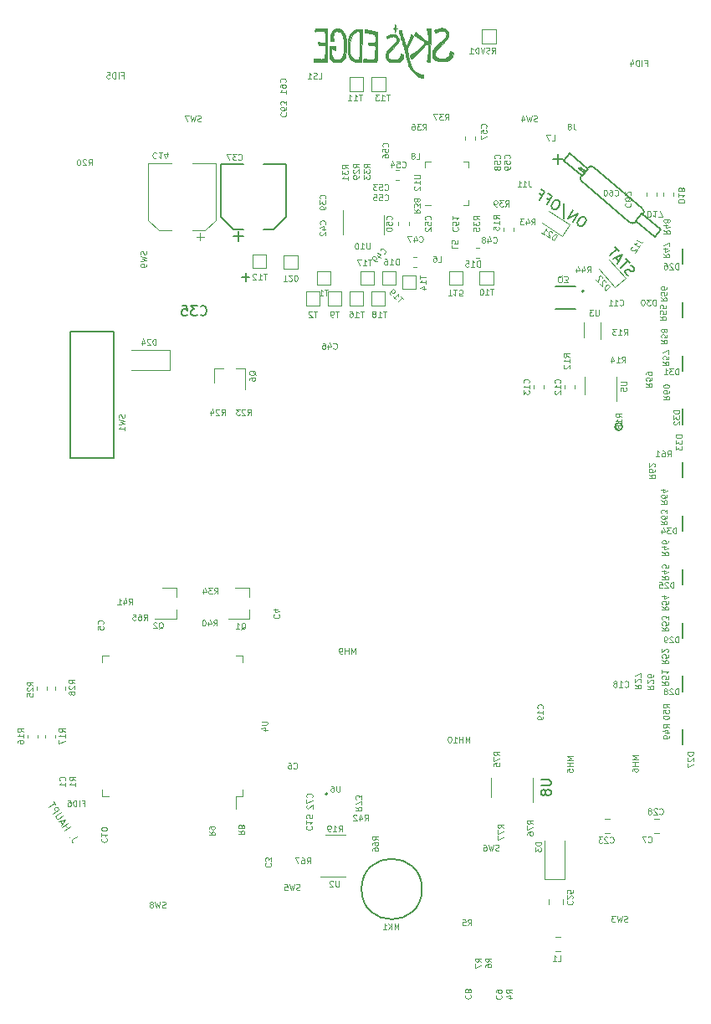
<source format=gbr>
G04 #@! TF.GenerationSoftware,KiCad,Pcbnew,5.1.6+dfsg1-1~bpo10+1*
G04 #@! TF.CreationDate,2021-03-28T20:24:38-04:00*
G04 #@! TF.ProjectId,RUSP_Mainboard,52555350-5f4d-4616-996e-626f6172642e,rev?*
G04 #@! TF.SameCoordinates,Original*
G04 #@! TF.FileFunction,Legend,Bot*
G04 #@! TF.FilePolarity,Positive*
%FSLAX46Y46*%
G04 Gerber Fmt 4.6, Leading zero omitted, Abs format (unit mm)*
G04 Created by KiCad (PCBNEW 5.1.6+dfsg1-1~bpo10+1) date 2021-03-28 20:24:38*
%MOMM*%
%LPD*%
G01*
G04 APERTURE LIST*
%ADD10C,0.150000*%
%ADD11C,0.120000*%
%ADD12C,0.200000*%
%ADD13C,0.127000*%
%ADD14C,0.152400*%
%ADD15C,0.010000*%
G04 APERTURE END LIST*
D10*
X168925000Y-69645000D02*
X169050000Y-69495000D01*
X168925000Y-69645000D02*
X169525000Y-70145000D01*
X169650000Y-69970000D02*
X169075000Y-69495000D01*
X174799999Y-75019999D02*
G75*
G02*
X174000001Y-75019999I-399999J399999D01*
G01*
X169200001Y-70919999D02*
G75*
G02*
X169200001Y-70320001I299999J299999D01*
G01*
X174000000Y-75020000D02*
X169200000Y-70920000D01*
X175400000Y-73720002D02*
G75*
G02*
X175400000Y-74320000I-299999J-299999D01*
G01*
X169860590Y-69565442D02*
G75*
G02*
X170499999Y-69520001I339410J-254558D01*
G01*
X175400000Y-73720002D02*
X170500000Y-69520000D01*
X168000000Y-68120000D02*
X167400000Y-68820000D01*
X169300000Y-70420000D02*
X169900000Y-69720000D01*
X167400000Y-68820000D02*
X169300000Y-70420000D01*
X169900000Y-69720000D02*
X168000000Y-68120000D01*
X175300000Y-74220000D02*
X174700000Y-74920000D01*
X177200000Y-75820000D02*
X175300000Y-74220000D01*
X176600000Y-76520000D02*
X177200000Y-75820000D01*
X174700000Y-74920000D02*
X176600000Y-76520000D01*
X167300000Y-68720000D02*
X166300000Y-68720000D01*
X166800000Y-68220000D02*
X166800000Y-69220000D01*
D11*
X118126863Y-137179900D02*
X117712344Y-137459497D01*
X117648080Y-137543050D01*
X117630091Y-137635599D01*
X117658375Y-137737143D01*
X117695655Y-137792412D01*
X117415408Y-137257710D02*
X117369134Y-137248715D01*
X117360139Y-137294989D01*
X117406414Y-137303984D01*
X117415408Y-137257710D01*
X117360139Y-137294989D01*
X116875505Y-136576490D02*
X117455832Y-136185055D01*
X117179486Y-136371453D02*
X116955809Y-136039838D01*
X116651828Y-136244875D02*
X117232155Y-135853440D01*
X116649878Y-135884325D02*
X116463480Y-135607979D01*
X116521350Y-136051433D02*
X116971198Y-135466556D01*
X116260393Y-135664549D01*
X116710241Y-135079672D02*
X116240453Y-135396548D01*
X116166544Y-135406192D01*
X116120270Y-135397198D01*
X116055356Y-135360568D01*
X115980797Y-135250030D01*
X115971152Y-135176121D01*
X115980147Y-135129847D01*
X116016776Y-135064933D01*
X116486564Y-134748057D01*
X115719840Y-134863146D02*
X116300166Y-134471711D01*
X116151048Y-134250634D01*
X116086134Y-134214005D01*
X116039860Y-134205010D01*
X115965951Y-134214655D01*
X115883047Y-134270574D01*
X115846418Y-134335488D01*
X115837423Y-134381762D01*
X115847068Y-134455671D01*
X115996186Y-134676748D01*
X115964651Y-133974288D02*
X115740973Y-133642673D01*
X115272486Y-134199916D02*
X115852812Y-133808481D01*
X160050000Y-131220000D02*
X160050000Y-133220000D01*
X164250000Y-131220000D02*
X164250000Y-133720000D01*
D10*
X153061046Y-142500000D02*
G75*
G03*
X153061046Y-142500000I-3061046J0D01*
G01*
X143500000Y-132900000D02*
G75*
G03*
X143500000Y-132900000I-100000J0D01*
G01*
D12*
X169450000Y-82050000D02*
G75*
G03*
X169450000Y-82050000I-100000J0D01*
G01*
D13*
X168600000Y-81581000D02*
X166600000Y-81581000D01*
X166600000Y-83819000D02*
X168600000Y-83819000D01*
D14*
X173347099Y-95750420D02*
G75*
G03*
X173347099Y-95750420I-381000J0D01*
G01*
D10*
X179450000Y-127900000D02*
X179450000Y-126350000D01*
X132700000Y-69200000D02*
X135000000Y-69200000D01*
X137000000Y-69200000D02*
X139300000Y-69200000D01*
X139300000Y-69200000D02*
X139300000Y-74500000D01*
X139300000Y-74500000D02*
X138000000Y-75800000D01*
X138000000Y-75800000D02*
X137000000Y-75800000D01*
X135000000Y-75800000D02*
X134000000Y-75800000D01*
X134000000Y-75800000D02*
X132700000Y-74500000D01*
X132700000Y-74500000D02*
X132700000Y-69200000D01*
X134500000Y-76000000D02*
X134500000Y-77000000D01*
X134000000Y-76500000D02*
X135000000Y-76500000D01*
X179450000Y-79300000D02*
X179450000Y-77750000D01*
X179450000Y-84700000D02*
X179450000Y-83150000D01*
X179470000Y-90100000D02*
X179470000Y-88550000D01*
X179470000Y-95500000D02*
X179470000Y-93950000D01*
X179450000Y-100900000D02*
X179450000Y-99350000D01*
X179450000Y-106300000D02*
X179450000Y-104750000D01*
X179450000Y-111700000D02*
X179450000Y-110150000D01*
X179450000Y-117100000D02*
X179450000Y-115550000D01*
X179450000Y-122500000D02*
X179450000Y-120950000D01*
D11*
X167500000Y-141470000D02*
X167500000Y-137570000D01*
X165500000Y-141470000D02*
X165500000Y-137570000D01*
X167500000Y-141470000D02*
X165500000Y-141470000D01*
X167061252Y-148760000D02*
X166538748Y-148760000D01*
X167061252Y-147340000D02*
X166538748Y-147340000D01*
X134210000Y-133110000D02*
X134210000Y-134400000D01*
X120690000Y-133110000D02*
X121390000Y-133110000D01*
X120690000Y-132410000D02*
X120690000Y-133110000D01*
X120690000Y-118890000D02*
X121390000Y-118890000D01*
X120690000Y-119590000D02*
X120690000Y-118890000D01*
X134910000Y-118890000D02*
X134210000Y-118890000D01*
X134910000Y-119590000D02*
X134910000Y-118890000D01*
X134910000Y-133110000D02*
X134210000Y-133110000D01*
X134910000Y-132410000D02*
X134910000Y-133110000D01*
D10*
X117500000Y-98900000D02*
X121900000Y-98900000D01*
X117500000Y-86100000D02*
X117500000Y-98900000D01*
X121900000Y-86100000D02*
X117500000Y-86100000D01*
X121900000Y-98900000D02*
X121900000Y-86100000D01*
D11*
X125340000Y-69090000D02*
X127690000Y-69090000D01*
X132160000Y-69090000D02*
X129810000Y-69090000D01*
X132160000Y-74845563D02*
X132160000Y-69090000D01*
X125340000Y-74845563D02*
X125340000Y-69090000D01*
X126404437Y-75910000D02*
X127690000Y-75910000D01*
X131095563Y-75910000D02*
X129810000Y-75910000D01*
X131095563Y-75910000D02*
X132160000Y-74845563D01*
X126404437Y-75910000D02*
X125340000Y-74845563D01*
X130597500Y-76937500D02*
X130597500Y-76150000D01*
X130991250Y-76543750D02*
X130203750Y-76543750D01*
X157390000Y-66712779D02*
X157390000Y-66387221D01*
X158410000Y-66712779D02*
X158410000Y-66387221D01*
X158528733Y-78710000D02*
X158871267Y-78710000D01*
X158528733Y-77690000D02*
X158871267Y-77690000D01*
X152521267Y-79635000D02*
X152178733Y-79635000D01*
X152521267Y-78615000D02*
X152178733Y-78615000D01*
X175790000Y-72053733D02*
X175790000Y-72396267D01*
X176810000Y-72053733D02*
X176810000Y-72396267D01*
X178535000Y-72103733D02*
X178535000Y-72446267D01*
X177515000Y-72103733D02*
X177515000Y-72446267D01*
X165920721Y-73967280D02*
X168004818Y-75320708D01*
X168004818Y-75320708D02*
X167258662Y-76469687D01*
X167258662Y-76469687D02*
X165174566Y-75116259D01*
X171973750Y-78867130D02*
X173636539Y-80713845D01*
X173636539Y-80713845D02*
X172618431Y-81630553D01*
X172618431Y-81630553D02*
X170955641Y-79783839D01*
X131995000Y-89840000D02*
X132925000Y-89840000D01*
X135155000Y-89840000D02*
X134225000Y-89840000D01*
X135155000Y-89840000D02*
X135155000Y-92000000D01*
X131995000Y-89840000D02*
X131995000Y-91300000D01*
X171150000Y-86895000D02*
X171150000Y-85195000D01*
X169450000Y-86745000D02*
X169450000Y-85195000D01*
X169490000Y-92500000D02*
X169490000Y-90700000D01*
X172710000Y-90700000D02*
X172710000Y-93150000D01*
X157250000Y-68950000D02*
X157800000Y-68950000D01*
X157800000Y-68950000D02*
X157800000Y-69500000D01*
X157800000Y-72800000D02*
X157800000Y-73350000D01*
X157800000Y-73350000D02*
X157250000Y-73350000D01*
X153400000Y-69500000D02*
X153400000Y-68950000D01*
X153400000Y-68950000D02*
X153950000Y-68950000D01*
X153400000Y-73350000D02*
X153950000Y-73350000D01*
X127525000Y-88000000D02*
X123625000Y-88000000D01*
X127525000Y-90000000D02*
X123625000Y-90000000D01*
X127525000Y-88000000D02*
X127525000Y-90000000D01*
D15*
G36*
X150767973Y-55682881D02*
G01*
X150722029Y-55704879D01*
X150718604Y-55710729D01*
X150720147Y-55754681D01*
X150737991Y-55842061D01*
X150769611Y-55964388D01*
X150812484Y-56113181D01*
X150864085Y-56279958D01*
X150921889Y-56456239D01*
X150983374Y-56633542D01*
X151035780Y-56776431D01*
X151108535Y-56972567D01*
X151169832Y-57147001D01*
X151223006Y-57311495D01*
X151271393Y-57477813D01*
X151318330Y-57657717D01*
X151367153Y-57862969D01*
X151421196Y-58105334D01*
X151448738Y-58232568D01*
X151517249Y-58540254D01*
X151580594Y-58800019D01*
X151640913Y-59018674D01*
X151700343Y-59203029D01*
X151761024Y-59359895D01*
X151825095Y-59496084D01*
X151872312Y-59581413D01*
X151987212Y-59747587D01*
X152135981Y-59920456D01*
X152302538Y-60083178D01*
X152470804Y-60218914D01*
X152501087Y-60239892D01*
X152617528Y-60307685D01*
X152745358Y-60364947D01*
X152874946Y-60409501D01*
X152996660Y-60439169D01*
X153100869Y-60451777D01*
X153177942Y-60445147D01*
X153218248Y-60417103D01*
X153221839Y-60402772D01*
X153221870Y-60306794D01*
X153212137Y-60222422D01*
X153195175Y-60169717D01*
X153191843Y-60165442D01*
X153155420Y-60149782D01*
X153079598Y-60129723D01*
X152979567Y-60109185D01*
X152961056Y-60105894D01*
X152772291Y-60059372D01*
X152606859Y-59985694D01*
X152450953Y-59876875D01*
X152290766Y-59724929D01*
X152277032Y-59710328D01*
X152130080Y-59533535D01*
X152005078Y-59338776D01*
X151899607Y-59119571D01*
X151811250Y-58869438D01*
X151737587Y-58581898D01*
X151676201Y-58250470D01*
X151641644Y-58007718D01*
X151620408Y-57835882D01*
X151607287Y-57695527D01*
X151604431Y-57576233D01*
X151613987Y-57467583D01*
X151638102Y-57359160D01*
X151678925Y-57240545D01*
X151738601Y-57101322D01*
X151819280Y-56931073D01*
X151895796Y-56774863D01*
X152142375Y-56273815D01*
X152093960Y-56191181D01*
X152041244Y-56119175D01*
X151987009Y-56072798D01*
X151943619Y-56061588D01*
X151933554Y-56067461D01*
X151919746Y-56101844D01*
X151900573Y-56175071D01*
X151880088Y-56271578D01*
X151879294Y-56275725D01*
X151852692Y-56379241D01*
X151808434Y-56513678D01*
X151753077Y-56660328D01*
X151702991Y-56778832D01*
X151624070Y-56952023D01*
X151562371Y-57078316D01*
X151514471Y-57162029D01*
X151476948Y-57207478D01*
X151446379Y-57218977D01*
X151419342Y-57200845D01*
X151396554Y-57165306D01*
X151376450Y-57115404D01*
X151344702Y-57021987D01*
X151304194Y-56894814D01*
X151257807Y-56743642D01*
X151208424Y-56578231D01*
X151158926Y-56408338D01*
X151112198Y-56243721D01*
X151071120Y-56094139D01*
X151038575Y-55969349D01*
X151019490Y-55888750D01*
X150973205Y-55674783D01*
X150852802Y-55674783D01*
X150767973Y-55682881D01*
G37*
X150767973Y-55682881D02*
X150722029Y-55704879D01*
X150718604Y-55710729D01*
X150720147Y-55754681D01*
X150737991Y-55842061D01*
X150769611Y-55964388D01*
X150812484Y-56113181D01*
X150864085Y-56279958D01*
X150921889Y-56456239D01*
X150983374Y-56633542D01*
X151035780Y-56776431D01*
X151108535Y-56972567D01*
X151169832Y-57147001D01*
X151223006Y-57311495D01*
X151271393Y-57477813D01*
X151318330Y-57657717D01*
X151367153Y-57862969D01*
X151421196Y-58105334D01*
X151448738Y-58232568D01*
X151517249Y-58540254D01*
X151580594Y-58800019D01*
X151640913Y-59018674D01*
X151700343Y-59203029D01*
X151761024Y-59359895D01*
X151825095Y-59496084D01*
X151872312Y-59581413D01*
X151987212Y-59747587D01*
X152135981Y-59920456D01*
X152302538Y-60083178D01*
X152470804Y-60218914D01*
X152501087Y-60239892D01*
X152617528Y-60307685D01*
X152745358Y-60364947D01*
X152874946Y-60409501D01*
X152996660Y-60439169D01*
X153100869Y-60451777D01*
X153177942Y-60445147D01*
X153218248Y-60417103D01*
X153221839Y-60402772D01*
X153221870Y-60306794D01*
X153212137Y-60222422D01*
X153195175Y-60169717D01*
X153191843Y-60165442D01*
X153155420Y-60149782D01*
X153079598Y-60129723D01*
X152979567Y-60109185D01*
X152961056Y-60105894D01*
X152772291Y-60059372D01*
X152606859Y-59985694D01*
X152450953Y-59876875D01*
X152290766Y-59724929D01*
X152277032Y-59710328D01*
X152130080Y-59533535D01*
X152005078Y-59338776D01*
X151899607Y-59119571D01*
X151811250Y-58869438D01*
X151737587Y-58581898D01*
X151676201Y-58250470D01*
X151641644Y-58007718D01*
X151620408Y-57835882D01*
X151607287Y-57695527D01*
X151604431Y-57576233D01*
X151613987Y-57467583D01*
X151638102Y-57359160D01*
X151678925Y-57240545D01*
X151738601Y-57101322D01*
X151819280Y-56931073D01*
X151895796Y-56774863D01*
X152142375Y-56273815D01*
X152093960Y-56191181D01*
X152041244Y-56119175D01*
X151987009Y-56072798D01*
X151943619Y-56061588D01*
X151933554Y-56067461D01*
X151919746Y-56101844D01*
X151900573Y-56175071D01*
X151880088Y-56271578D01*
X151879294Y-56275725D01*
X151852692Y-56379241D01*
X151808434Y-56513678D01*
X151753077Y-56660328D01*
X151702991Y-56778832D01*
X151624070Y-56952023D01*
X151562371Y-57078316D01*
X151514471Y-57162029D01*
X151476948Y-57207478D01*
X151446379Y-57218977D01*
X151419342Y-57200845D01*
X151396554Y-57165306D01*
X151376450Y-57115404D01*
X151344702Y-57021987D01*
X151304194Y-56894814D01*
X151257807Y-56743642D01*
X151208424Y-56578231D01*
X151158926Y-56408338D01*
X151112198Y-56243721D01*
X151071120Y-56094139D01*
X151038575Y-55969349D01*
X151019490Y-55888750D01*
X150973205Y-55674783D01*
X150852802Y-55674783D01*
X150767973Y-55682881D01*
G36*
X149908879Y-56069981D02*
G01*
X149722785Y-56121465D01*
X149705707Y-56127649D01*
X149491740Y-56206744D01*
X149491740Y-56325656D01*
X149497214Y-56402177D01*
X149510956Y-56452577D01*
X149517450Y-56460457D01*
X149553805Y-56455895D01*
X149615555Y-56425859D01*
X149645476Y-56406914D01*
X149784397Y-56335533D01*
X149942717Y-56290592D01*
X150103694Y-56274181D01*
X150250585Y-56288389D01*
X150340886Y-56320110D01*
X150436240Y-56397948D01*
X150494384Y-56505278D01*
X150511618Y-56627711D01*
X150484243Y-56750853D01*
X150462449Y-56793091D01*
X150432769Y-56837802D01*
X150394449Y-56886560D01*
X150342145Y-56944818D01*
X150270512Y-57018031D01*
X150174206Y-57111650D01*
X150047883Y-57231131D01*
X149886199Y-57381926D01*
X149877482Y-57390023D01*
X149712163Y-57548430D01*
X149586012Y-57682484D01*
X149493696Y-57800522D01*
X149429879Y-57910880D01*
X149389229Y-58021893D01*
X149366411Y-58141897D01*
X149360824Y-58197451D01*
X149369206Y-58387377D01*
X149424169Y-58552502D01*
X149522126Y-58687785D01*
X149659488Y-58788187D01*
X149823044Y-58846633D01*
X149946729Y-58866333D01*
X150102475Y-58880698D01*
X150270995Y-58888969D01*
X150433003Y-58890381D01*
X150569211Y-58884175D01*
X150620606Y-58878135D01*
X150789084Y-58825221D01*
X150933756Y-58726490D01*
X151049008Y-58588258D01*
X151129227Y-58416842D01*
X151163440Y-58267303D01*
X151171473Y-58188234D01*
X151161227Y-58142112D01*
X151123519Y-58107421D01*
X151085153Y-58083886D01*
X150986989Y-58028613D01*
X150925746Y-58006669D01*
X150891761Y-58021738D01*
X150875372Y-58077505D01*
X150867597Y-58166819D01*
X150839494Y-58329108D01*
X150776374Y-58454435D01*
X150675359Y-58544936D01*
X150533567Y-58602748D01*
X150348116Y-58630008D01*
X150239334Y-58632855D01*
X150032977Y-58619936D01*
X149861107Y-58584493D01*
X149729800Y-58528336D01*
X149647472Y-58456514D01*
X149606352Y-58361197D01*
X149593880Y-58239457D01*
X149610227Y-58112178D01*
X149643918Y-58020883D01*
X149677323Y-57973639D01*
X149743252Y-57894654D01*
X149835176Y-57791222D01*
X149946565Y-57670640D01*
X150070888Y-57540200D01*
X150112572Y-57497328D01*
X150305944Y-57294658D01*
X150459212Y-57122021D01*
X150575035Y-56974521D01*
X150656073Y-56847259D01*
X150704987Y-56735339D01*
X150724435Y-56633863D01*
X150717078Y-56537933D01*
X150685576Y-56442654D01*
X150685495Y-56442471D01*
X150598303Y-56299810D01*
X150476894Y-56173074D01*
X150365386Y-56095940D01*
X150242365Y-56056633D01*
X150086134Y-56048176D01*
X149908879Y-56069981D01*
G37*
X149908879Y-56069981D02*
X149722785Y-56121465D01*
X149705707Y-56127649D01*
X149491740Y-56206744D01*
X149491740Y-56325656D01*
X149497214Y-56402177D01*
X149510956Y-56452577D01*
X149517450Y-56460457D01*
X149553805Y-56455895D01*
X149615555Y-56425859D01*
X149645476Y-56406914D01*
X149784397Y-56335533D01*
X149942717Y-56290592D01*
X150103694Y-56274181D01*
X150250585Y-56288389D01*
X150340886Y-56320110D01*
X150436240Y-56397948D01*
X150494384Y-56505278D01*
X150511618Y-56627711D01*
X150484243Y-56750853D01*
X150462449Y-56793091D01*
X150432769Y-56837802D01*
X150394449Y-56886560D01*
X150342145Y-56944818D01*
X150270512Y-57018031D01*
X150174206Y-57111650D01*
X150047883Y-57231131D01*
X149886199Y-57381926D01*
X149877482Y-57390023D01*
X149712163Y-57548430D01*
X149586012Y-57682484D01*
X149493696Y-57800522D01*
X149429879Y-57910880D01*
X149389229Y-58021893D01*
X149366411Y-58141897D01*
X149360824Y-58197451D01*
X149369206Y-58387377D01*
X149424169Y-58552502D01*
X149522126Y-58687785D01*
X149659488Y-58788187D01*
X149823044Y-58846633D01*
X149946729Y-58866333D01*
X150102475Y-58880698D01*
X150270995Y-58888969D01*
X150433003Y-58890381D01*
X150569211Y-58884175D01*
X150620606Y-58878135D01*
X150789084Y-58825221D01*
X150933756Y-58726490D01*
X151049008Y-58588258D01*
X151129227Y-58416842D01*
X151163440Y-58267303D01*
X151171473Y-58188234D01*
X151161227Y-58142112D01*
X151123519Y-58107421D01*
X151085153Y-58083886D01*
X150986989Y-58028613D01*
X150925746Y-58006669D01*
X150891761Y-58021738D01*
X150875372Y-58077505D01*
X150867597Y-58166819D01*
X150839494Y-58329108D01*
X150776374Y-58454435D01*
X150675359Y-58544936D01*
X150533567Y-58602748D01*
X150348116Y-58630008D01*
X150239334Y-58632855D01*
X150032977Y-58619936D01*
X149861107Y-58584493D01*
X149729800Y-58528336D01*
X149647472Y-58456514D01*
X149606352Y-58361197D01*
X149593880Y-58239457D01*
X149610227Y-58112178D01*
X149643918Y-58020883D01*
X149677323Y-57973639D01*
X149743252Y-57894654D01*
X149835176Y-57791222D01*
X149946565Y-57670640D01*
X150070888Y-57540200D01*
X150112572Y-57497328D01*
X150305944Y-57294658D01*
X150459212Y-57122021D01*
X150575035Y-56974521D01*
X150656073Y-56847259D01*
X150704987Y-56735339D01*
X150724435Y-56633863D01*
X150717078Y-56537933D01*
X150685576Y-56442654D01*
X150685495Y-56442471D01*
X150598303Y-56299810D01*
X150476894Y-56173074D01*
X150365386Y-56095940D01*
X150242365Y-56056633D01*
X150086134Y-56048176D01*
X149908879Y-56069981D01*
G36*
X144488339Y-55459196D02*
G01*
X144406188Y-55473581D01*
X144353173Y-55484819D01*
X144190114Y-55547096D01*
X144051127Y-55657728D01*
X143937404Y-55814816D01*
X143850137Y-56016462D01*
X143790520Y-56260766D01*
X143769824Y-56413842D01*
X143758925Y-56532673D01*
X143752296Y-56629445D01*
X143750629Y-56692082D01*
X143752877Y-56709253D01*
X143784322Y-56717812D01*
X143855527Y-56728935D01*
X143951256Y-56740254D01*
X143953962Y-56740532D01*
X144143152Y-56759915D01*
X144128340Y-56679795D01*
X144115076Y-56608216D01*
X144096509Y-56508235D01*
X144082710Y-56434022D01*
X144066052Y-56241358D01*
X144089113Y-56073813D01*
X144147772Y-55936023D01*
X144237905Y-55832627D01*
X144355390Y-55768263D01*
X144496103Y-55747569D01*
X144655923Y-55775183D01*
X144665575Y-55778326D01*
X144782354Y-55834834D01*
X144881160Y-55922949D01*
X144964421Y-56047300D01*
X145034569Y-56212511D01*
X145094032Y-56423210D01*
X145145242Y-56684024D01*
X145147085Y-56695150D01*
X145168814Y-56889670D01*
X145178096Y-57119895D01*
X145175377Y-57367836D01*
X145161100Y-57615507D01*
X145135709Y-57844921D01*
X145115735Y-57964225D01*
X145053683Y-58200883D01*
X144969276Y-58387362D01*
X144861949Y-58524219D01*
X144731137Y-58612011D01*
X144576274Y-58651295D01*
X144423361Y-58646699D01*
X144247595Y-58602624D01*
X144108448Y-58522285D01*
X144004440Y-58403505D01*
X143934096Y-58244110D01*
X143895936Y-58041924D01*
X143887551Y-57857761D01*
X143891054Y-57694025D01*
X143902775Y-57581838D01*
X143925441Y-57517806D01*
X143961781Y-57498533D01*
X144014522Y-57520625D01*
X144086393Y-57580687D01*
X144099843Y-57593587D01*
X144188055Y-57664809D01*
X144254429Y-57685441D01*
X144299469Y-57655244D01*
X144323676Y-57573979D01*
X144328491Y-57484533D01*
X144325332Y-57389023D01*
X144310220Y-57325503D01*
X144273662Y-57286915D01*
X144206166Y-57266202D01*
X144098241Y-57256305D01*
X144016933Y-57252868D01*
X143894959Y-57248875D01*
X143804256Y-57251617D01*
X143740480Y-57268008D01*
X143699290Y-57304961D01*
X143676343Y-57369386D01*
X143667298Y-57468198D01*
X143667813Y-57608308D01*
X143673544Y-57796628D01*
X143673632Y-57799378D01*
X143681506Y-57994580D01*
X143691829Y-58145975D01*
X143705886Y-58264962D01*
X143724966Y-58362936D01*
X143745565Y-58436552D01*
X143824111Y-58613037D01*
X143933088Y-58748453D01*
X144068852Y-58838351D01*
X144077562Y-58842112D01*
X144174705Y-58868586D01*
X144307450Y-58886192D01*
X144456783Y-58894218D01*
X144603694Y-58891952D01*
X144729172Y-58878682D01*
X144775910Y-58868278D01*
X144947431Y-58797985D01*
X145085552Y-58691508D01*
X145194661Y-58544029D01*
X145279150Y-58350734D01*
X145296066Y-58297609D01*
X145347647Y-58073570D01*
X145382552Y-57810108D01*
X145400903Y-57520402D01*
X145402821Y-57217631D01*
X145388426Y-56914972D01*
X145357841Y-56625604D01*
X145311185Y-56362706D01*
X145277046Y-56228360D01*
X145193908Y-55988473D01*
X145096789Y-55798750D01*
X144982629Y-55655229D01*
X144848367Y-55553948D01*
X144712069Y-55496884D01*
X144617901Y-55470062D01*
X144551117Y-55457761D01*
X144488339Y-55459196D01*
G37*
X144488339Y-55459196D02*
X144406188Y-55473581D01*
X144353173Y-55484819D01*
X144190114Y-55547096D01*
X144051127Y-55657728D01*
X143937404Y-55814816D01*
X143850137Y-56016462D01*
X143790520Y-56260766D01*
X143769824Y-56413842D01*
X143758925Y-56532673D01*
X143752296Y-56629445D01*
X143750629Y-56692082D01*
X143752877Y-56709253D01*
X143784322Y-56717812D01*
X143855527Y-56728935D01*
X143951256Y-56740254D01*
X143953962Y-56740532D01*
X144143152Y-56759915D01*
X144128340Y-56679795D01*
X144115076Y-56608216D01*
X144096509Y-56508235D01*
X144082710Y-56434022D01*
X144066052Y-56241358D01*
X144089113Y-56073813D01*
X144147772Y-55936023D01*
X144237905Y-55832627D01*
X144355390Y-55768263D01*
X144496103Y-55747569D01*
X144655923Y-55775183D01*
X144665575Y-55778326D01*
X144782354Y-55834834D01*
X144881160Y-55922949D01*
X144964421Y-56047300D01*
X145034569Y-56212511D01*
X145094032Y-56423210D01*
X145145242Y-56684024D01*
X145147085Y-56695150D01*
X145168814Y-56889670D01*
X145178096Y-57119895D01*
X145175377Y-57367836D01*
X145161100Y-57615507D01*
X145135709Y-57844921D01*
X145115735Y-57964225D01*
X145053683Y-58200883D01*
X144969276Y-58387362D01*
X144861949Y-58524219D01*
X144731137Y-58612011D01*
X144576274Y-58651295D01*
X144423361Y-58646699D01*
X144247595Y-58602624D01*
X144108448Y-58522285D01*
X144004440Y-58403505D01*
X143934096Y-58244110D01*
X143895936Y-58041924D01*
X143887551Y-57857761D01*
X143891054Y-57694025D01*
X143902775Y-57581838D01*
X143925441Y-57517806D01*
X143961781Y-57498533D01*
X144014522Y-57520625D01*
X144086393Y-57580687D01*
X144099843Y-57593587D01*
X144188055Y-57664809D01*
X144254429Y-57685441D01*
X144299469Y-57655244D01*
X144323676Y-57573979D01*
X144328491Y-57484533D01*
X144325332Y-57389023D01*
X144310220Y-57325503D01*
X144273662Y-57286915D01*
X144206166Y-57266202D01*
X144098241Y-57256305D01*
X144016933Y-57252868D01*
X143894959Y-57248875D01*
X143804256Y-57251617D01*
X143740480Y-57268008D01*
X143699290Y-57304961D01*
X143676343Y-57369386D01*
X143667298Y-57468198D01*
X143667813Y-57608308D01*
X143673544Y-57796628D01*
X143673632Y-57799378D01*
X143681506Y-57994580D01*
X143691829Y-58145975D01*
X143705886Y-58264962D01*
X143724966Y-58362936D01*
X143745565Y-58436552D01*
X143824111Y-58613037D01*
X143933088Y-58748453D01*
X144068852Y-58838351D01*
X144077562Y-58842112D01*
X144174705Y-58868586D01*
X144307450Y-58886192D01*
X144456783Y-58894218D01*
X144603694Y-58891952D01*
X144729172Y-58878682D01*
X144775910Y-58868278D01*
X144947431Y-58797985D01*
X145085552Y-58691508D01*
X145194661Y-58544029D01*
X145279150Y-58350734D01*
X145296066Y-58297609D01*
X145347647Y-58073570D01*
X145382552Y-57810108D01*
X145400903Y-57520402D01*
X145402821Y-57217631D01*
X145388426Y-56914972D01*
X145357841Y-56625604D01*
X145311185Y-56362706D01*
X145277046Y-56228360D01*
X145193908Y-55988473D01*
X145096789Y-55798750D01*
X144982629Y-55655229D01*
X144848367Y-55553948D01*
X144712069Y-55496884D01*
X144617901Y-55470062D01*
X144551117Y-55457761D01*
X144488339Y-55459196D01*
G36*
X147289861Y-55600365D02*
G01*
X147284985Y-55665623D01*
X147281269Y-55747379D01*
X147279637Y-55826276D01*
X147280484Y-55874946D01*
X147292237Y-55904056D01*
X147331929Y-55919158D01*
X147412172Y-55924509D01*
X147427990Y-55924729D01*
X147512921Y-55930220D01*
X147635326Y-55944049D01*
X147778460Y-55964094D01*
X147917760Y-55986848D01*
X148066424Y-56013605D01*
X148173972Y-56039446D01*
X148247295Y-56073231D01*
X148293288Y-56123822D01*
X148318845Y-56200080D01*
X148330859Y-56310865D01*
X148336225Y-56465039D01*
X148337704Y-56526639D01*
X148340291Y-56677829D01*
X148335157Y-56790181D01*
X148315553Y-56868173D01*
X148274729Y-56916281D01*
X148205935Y-56938982D01*
X148102421Y-56940752D01*
X147957436Y-56926069D01*
X147773643Y-56900746D01*
X147680173Y-56896488D01*
X147628922Y-56921121D01*
X147614627Y-56981219D01*
X147630931Y-57078974D01*
X147655761Y-57179457D01*
X147967350Y-57179457D01*
X148110755Y-57181024D01*
X148208101Y-57186465D01*
X148268479Y-57196884D01*
X148300978Y-57213390D01*
X148307489Y-57220870D01*
X148316737Y-57263075D01*
X148322075Y-57350056D01*
X148323792Y-57471531D01*
X148322177Y-57617217D01*
X148317520Y-57776832D01*
X148310111Y-57940096D01*
X148300238Y-58096725D01*
X148288192Y-58236438D01*
X148276075Y-58336868D01*
X148259925Y-58441909D01*
X148241156Y-58515727D01*
X148210818Y-58563329D01*
X148159961Y-58589726D01*
X148079635Y-58599927D01*
X147960889Y-58598940D01*
X147818706Y-58592851D01*
X147669527Y-58584066D01*
X147528132Y-58572110D01*
X147410115Y-58558527D01*
X147331072Y-58544863D01*
X147328923Y-58544332D01*
X147223167Y-58523246D01*
X147159394Y-58530104D01*
X147128448Y-58572023D01*
X147121171Y-58656125D01*
X147122906Y-58704503D01*
X147131196Y-58863587D01*
X147810277Y-58870962D01*
X148489357Y-58878338D01*
X148507133Y-58567107D01*
X148513347Y-58436487D01*
X148519371Y-58269125D01*
X148525111Y-58072040D01*
X148530474Y-57852251D01*
X148535366Y-57616777D01*
X148539691Y-57372638D01*
X148543357Y-57126851D01*
X148546270Y-56886438D01*
X148548334Y-56658416D01*
X148549458Y-56449804D01*
X148549545Y-56267623D01*
X148548503Y-56118890D01*
X148546237Y-56010626D01*
X148542654Y-55949849D01*
X148542225Y-55946692D01*
X148522869Y-55818274D01*
X148365402Y-55789250D01*
X148283868Y-55773325D01*
X148161794Y-55748349D01*
X148012574Y-55717115D01*
X147849600Y-55682413D01*
X147754980Y-55661999D01*
X147604875Y-55629940D01*
X147474938Y-55603125D01*
X147374158Y-55583334D01*
X147311523Y-55572346D01*
X147294975Y-55570962D01*
X147289861Y-55600365D01*
G37*
X147289861Y-55600365D02*
X147284985Y-55665623D01*
X147281269Y-55747379D01*
X147279637Y-55826276D01*
X147280484Y-55874946D01*
X147292237Y-55904056D01*
X147331929Y-55919158D01*
X147412172Y-55924509D01*
X147427990Y-55924729D01*
X147512921Y-55930220D01*
X147635326Y-55944049D01*
X147778460Y-55964094D01*
X147917760Y-55986848D01*
X148066424Y-56013605D01*
X148173972Y-56039446D01*
X148247295Y-56073231D01*
X148293288Y-56123822D01*
X148318845Y-56200080D01*
X148330859Y-56310865D01*
X148336225Y-56465039D01*
X148337704Y-56526639D01*
X148340291Y-56677829D01*
X148335157Y-56790181D01*
X148315553Y-56868173D01*
X148274729Y-56916281D01*
X148205935Y-56938982D01*
X148102421Y-56940752D01*
X147957436Y-56926069D01*
X147773643Y-56900746D01*
X147680173Y-56896488D01*
X147628922Y-56921121D01*
X147614627Y-56981219D01*
X147630931Y-57078974D01*
X147655761Y-57179457D01*
X147967350Y-57179457D01*
X148110755Y-57181024D01*
X148208101Y-57186465D01*
X148268479Y-57196884D01*
X148300978Y-57213390D01*
X148307489Y-57220870D01*
X148316737Y-57263075D01*
X148322075Y-57350056D01*
X148323792Y-57471531D01*
X148322177Y-57617217D01*
X148317520Y-57776832D01*
X148310111Y-57940096D01*
X148300238Y-58096725D01*
X148288192Y-58236438D01*
X148276075Y-58336868D01*
X148259925Y-58441909D01*
X148241156Y-58515727D01*
X148210818Y-58563329D01*
X148159961Y-58589726D01*
X148079635Y-58599927D01*
X147960889Y-58598940D01*
X147818706Y-58592851D01*
X147669527Y-58584066D01*
X147528132Y-58572110D01*
X147410115Y-58558527D01*
X147331072Y-58544863D01*
X147328923Y-58544332D01*
X147223167Y-58523246D01*
X147159394Y-58530104D01*
X147128448Y-58572023D01*
X147121171Y-58656125D01*
X147122906Y-58704503D01*
X147131196Y-58863587D01*
X147810277Y-58870962D01*
X148489357Y-58878338D01*
X148507133Y-58567107D01*
X148513347Y-58436487D01*
X148519371Y-58269125D01*
X148525111Y-58072040D01*
X148530474Y-57852251D01*
X148535366Y-57616777D01*
X148539691Y-57372638D01*
X148543357Y-57126851D01*
X148546270Y-56886438D01*
X148548334Y-56658416D01*
X148549458Y-56449804D01*
X148549545Y-56267623D01*
X148548503Y-56118890D01*
X148546237Y-56010626D01*
X148542654Y-55949849D01*
X148542225Y-55946692D01*
X148522869Y-55818274D01*
X148365402Y-55789250D01*
X148283868Y-55773325D01*
X148161794Y-55748349D01*
X148012574Y-55717115D01*
X147849600Y-55682413D01*
X147754980Y-55661999D01*
X147604875Y-55629940D01*
X147474938Y-55603125D01*
X147374158Y-55583334D01*
X147311523Y-55572346D01*
X147294975Y-55570962D01*
X147289861Y-55600365D01*
G36*
X153561914Y-55556128D02*
G01*
X153602351Y-55761856D01*
X153635588Y-55967336D01*
X153660842Y-56163824D01*
X153677331Y-56342573D01*
X153684270Y-56494839D01*
X153680877Y-56611876D01*
X153666368Y-56684938D01*
X153663525Y-56690938D01*
X153630803Y-56733551D01*
X153587399Y-56751661D01*
X153528604Y-56742947D01*
X153449710Y-56705090D01*
X153346010Y-56635772D01*
X153212796Y-56532672D01*
X153045359Y-56393473D01*
X153025653Y-56376711D01*
X152904803Y-56270732D01*
X152776302Y-56153153D01*
X152660228Y-56042530D01*
X152612320Y-55994803D01*
X152531720Y-55915091D01*
X152464606Y-55853123D01*
X152420801Y-55817761D01*
X152410637Y-55812826D01*
X152388341Y-55836075D01*
X152353231Y-55896629D01*
X152318123Y-55969958D01*
X152248632Y-56127089D01*
X152312740Y-56176436D01*
X152356587Y-56206482D01*
X152438729Y-56259427D01*
X152550198Y-56329619D01*
X152682026Y-56411405D01*
X152806621Y-56487785D01*
X152947929Y-56575282D01*
X153075497Y-56656803D01*
X153180645Y-56726602D01*
X153254693Y-56778931D01*
X153287252Y-56805984D01*
X153313027Y-56842675D01*
X153319615Y-56882604D01*
X153303408Y-56933813D01*
X153260798Y-57004345D01*
X153188176Y-57102241D01*
X153110330Y-57200341D01*
X152845841Y-57489357D01*
X152553148Y-57732264D01*
X152226933Y-57933202D01*
X152071660Y-58009272D01*
X151958563Y-58064936D01*
X151886799Y-58116639D01*
X151851687Y-58176449D01*
X151848549Y-58256432D01*
X151872706Y-58368657D01*
X151898317Y-58456359D01*
X151924798Y-58518274D01*
X151966818Y-58542591D01*
X152020468Y-58546087D01*
X152073580Y-58540306D01*
X152123248Y-58517441D01*
X152181621Y-58469210D01*
X152260845Y-58387331D01*
X152273538Y-58373533D01*
X152353687Y-58287069D01*
X152459200Y-58174606D01*
X152577118Y-58049893D01*
X152694479Y-57926682D01*
X152709407Y-57911087D01*
X152832329Y-57781099D01*
X152963494Y-57639639D01*
X153087455Y-57503521D01*
X153188762Y-57389559D01*
X153191408Y-57386522D01*
X153303172Y-57259728D01*
X153386849Y-57169627D01*
X153449353Y-57110205D01*
X153497597Y-57075447D01*
X153538496Y-57059341D01*
X153571608Y-57055831D01*
X153612392Y-57062867D01*
X153642979Y-57088915D01*
X153664365Y-57140035D01*
X153677548Y-57222287D01*
X153683524Y-57341731D01*
X153683290Y-57504424D01*
X153678240Y-57704022D01*
X153663875Y-57999265D01*
X153641070Y-58257562D01*
X153610593Y-58470455D01*
X153606780Y-58490870D01*
X153583810Y-58613388D01*
X153565361Y-58717250D01*
X153553667Y-58789539D01*
X153550672Y-58815272D01*
X153574598Y-58837717D01*
X153648853Y-58848542D01*
X153702932Y-58849783D01*
X153804389Y-58843479D01*
X153858897Y-58825307D01*
X153866286Y-58815272D01*
X153869259Y-58780240D01*
X153872876Y-58696238D01*
X153877012Y-58569506D01*
X153881545Y-58406286D01*
X153886352Y-58212819D01*
X153891308Y-57995346D01*
X153896292Y-57760108D01*
X153901179Y-57513347D01*
X153905846Y-57261304D01*
X153910170Y-57010219D01*
X153914027Y-56766336D01*
X153917295Y-56535893D01*
X153919849Y-56325134D01*
X153921567Y-56140299D01*
X153922326Y-55987629D01*
X153922339Y-55978478D01*
X153922935Y-55495326D01*
X153734093Y-55487106D01*
X153545252Y-55478886D01*
X153561914Y-55556128D01*
G37*
X153561914Y-55556128D02*
X153602351Y-55761856D01*
X153635588Y-55967336D01*
X153660842Y-56163824D01*
X153677331Y-56342573D01*
X153684270Y-56494839D01*
X153680877Y-56611876D01*
X153666368Y-56684938D01*
X153663525Y-56690938D01*
X153630803Y-56733551D01*
X153587399Y-56751661D01*
X153528604Y-56742947D01*
X153449710Y-56705090D01*
X153346010Y-56635772D01*
X153212796Y-56532672D01*
X153045359Y-56393473D01*
X153025653Y-56376711D01*
X152904803Y-56270732D01*
X152776302Y-56153153D01*
X152660228Y-56042530D01*
X152612320Y-55994803D01*
X152531720Y-55915091D01*
X152464606Y-55853123D01*
X152420801Y-55817761D01*
X152410637Y-55812826D01*
X152388341Y-55836075D01*
X152353231Y-55896629D01*
X152318123Y-55969958D01*
X152248632Y-56127089D01*
X152312740Y-56176436D01*
X152356587Y-56206482D01*
X152438729Y-56259427D01*
X152550198Y-56329619D01*
X152682026Y-56411405D01*
X152806621Y-56487785D01*
X152947929Y-56575282D01*
X153075497Y-56656803D01*
X153180645Y-56726602D01*
X153254693Y-56778931D01*
X153287252Y-56805984D01*
X153313027Y-56842675D01*
X153319615Y-56882604D01*
X153303408Y-56933813D01*
X153260798Y-57004345D01*
X153188176Y-57102241D01*
X153110330Y-57200341D01*
X152845841Y-57489357D01*
X152553148Y-57732264D01*
X152226933Y-57933202D01*
X152071660Y-58009272D01*
X151958563Y-58064936D01*
X151886799Y-58116639D01*
X151851687Y-58176449D01*
X151848549Y-58256432D01*
X151872706Y-58368657D01*
X151898317Y-58456359D01*
X151924798Y-58518274D01*
X151966818Y-58542591D01*
X152020468Y-58546087D01*
X152073580Y-58540306D01*
X152123248Y-58517441D01*
X152181621Y-58469210D01*
X152260845Y-58387331D01*
X152273538Y-58373533D01*
X152353687Y-58287069D01*
X152459200Y-58174606D01*
X152577118Y-58049893D01*
X152694479Y-57926682D01*
X152709407Y-57911087D01*
X152832329Y-57781099D01*
X152963494Y-57639639D01*
X153087455Y-57503521D01*
X153188762Y-57389559D01*
X153191408Y-57386522D01*
X153303172Y-57259728D01*
X153386849Y-57169627D01*
X153449353Y-57110205D01*
X153497597Y-57075447D01*
X153538496Y-57059341D01*
X153571608Y-57055831D01*
X153612392Y-57062867D01*
X153642979Y-57088915D01*
X153664365Y-57140035D01*
X153677548Y-57222287D01*
X153683524Y-57341731D01*
X153683290Y-57504424D01*
X153678240Y-57704022D01*
X153663875Y-57999265D01*
X153641070Y-58257562D01*
X153610593Y-58470455D01*
X153606780Y-58490870D01*
X153583810Y-58613388D01*
X153565361Y-58717250D01*
X153553667Y-58789539D01*
X153550672Y-58815272D01*
X153574598Y-58837717D01*
X153648853Y-58848542D01*
X153702932Y-58849783D01*
X153804389Y-58843479D01*
X153858897Y-58825307D01*
X153866286Y-58815272D01*
X153869259Y-58780240D01*
X153872876Y-58696238D01*
X153877012Y-58569506D01*
X153881545Y-58406286D01*
X153886352Y-58212819D01*
X153891308Y-57995346D01*
X153896292Y-57760108D01*
X153901179Y-57513347D01*
X153905846Y-57261304D01*
X153910170Y-57010219D01*
X153914027Y-56766336D01*
X153917295Y-56535893D01*
X153919849Y-56325134D01*
X153921567Y-56140299D01*
X153922326Y-55987629D01*
X153922339Y-55978478D01*
X153922935Y-55495326D01*
X153734093Y-55487106D01*
X153545252Y-55478886D01*
X153561914Y-55556128D01*
G36*
X146710163Y-55541476D02*
G01*
X146563410Y-55549021D01*
X146455272Y-55561135D01*
X146369168Y-55580850D01*
X146288519Y-55611195D01*
X146261522Y-55623474D01*
X146071236Y-55742854D01*
X145909454Y-55908780D01*
X145776582Y-56120263D01*
X145673027Y-56376313D01*
X145599196Y-56675943D01*
X145555494Y-57018163D01*
X145542248Y-57372718D01*
X145554427Y-57717335D01*
X145591318Y-58013515D01*
X145653430Y-58262451D01*
X145741271Y-58465338D01*
X145855350Y-58623369D01*
X145996176Y-58737737D01*
X146153476Y-58806522D01*
X146242361Y-58825415D01*
X146356995Y-58839250D01*
X146485286Y-58847886D01*
X146615147Y-58851183D01*
X146734485Y-58849002D01*
X146831211Y-58841203D01*
X146893236Y-58827645D01*
X146909358Y-58815272D01*
X146911785Y-58783408D01*
X146915556Y-58702363D01*
X146920483Y-58578148D01*
X146926382Y-58416778D01*
X146933068Y-58224268D01*
X146940354Y-58006630D01*
X146948056Y-57769878D01*
X146955988Y-57520026D01*
X146963964Y-57263089D01*
X146971800Y-57005079D01*
X146979309Y-56752011D01*
X146986307Y-56509898D01*
X146987564Y-56464971D01*
X146757792Y-56464971D01*
X146757765Y-56705302D01*
X146757673Y-56828417D01*
X146755966Y-57207588D01*
X146751540Y-57545313D01*
X146744490Y-57839610D01*
X146734909Y-58088501D01*
X146722891Y-58290005D01*
X146708529Y-58442142D01*
X146691917Y-58542933D01*
X146674427Y-58588977D01*
X146626796Y-58618291D01*
X146556260Y-58636703D01*
X146486363Y-58645733D01*
X146441075Y-58652066D01*
X146440979Y-58652082D01*
X146403533Y-58643124D01*
X146332502Y-58615413D01*
X146247718Y-58577030D01*
X146082873Y-58479006D01*
X145955698Y-58356405D01*
X145853333Y-58195987D01*
X145828876Y-58145761D01*
X145799061Y-58077774D01*
X145777740Y-58015553D01*
X145763161Y-57947290D01*
X145753571Y-57861176D01*
X145747218Y-57745403D01*
X145742349Y-57588164D01*
X145741570Y-57557549D01*
X145745770Y-57220001D01*
X145774874Y-56908722D01*
X145827375Y-56627242D01*
X145901767Y-56379094D01*
X145996545Y-56167807D01*
X146110202Y-55996914D01*
X146241233Y-55869944D01*
X146388131Y-55790429D01*
X146506474Y-55764187D01*
X146599507Y-55762879D01*
X146677442Y-55774715D01*
X146699236Y-55783063D01*
X146714608Y-55792303D01*
X146727057Y-55805511D01*
X146736884Y-55828116D01*
X146744393Y-55865544D01*
X146749888Y-55923222D01*
X146753672Y-56006576D01*
X146756048Y-56121035D01*
X146757320Y-56272024D01*
X146757792Y-56464971D01*
X146987564Y-56464971D01*
X146992607Y-56284754D01*
X146998025Y-56082592D01*
X147002375Y-55909428D01*
X147005471Y-55771274D01*
X147007128Y-55674144D01*
X147007352Y-55637218D01*
X147006957Y-55530631D01*
X146710163Y-55541476D01*
G37*
X146710163Y-55541476D02*
X146563410Y-55549021D01*
X146455272Y-55561135D01*
X146369168Y-55580850D01*
X146288519Y-55611195D01*
X146261522Y-55623474D01*
X146071236Y-55742854D01*
X145909454Y-55908780D01*
X145776582Y-56120263D01*
X145673027Y-56376313D01*
X145599196Y-56675943D01*
X145555494Y-57018163D01*
X145542248Y-57372718D01*
X145554427Y-57717335D01*
X145591318Y-58013515D01*
X145653430Y-58262451D01*
X145741271Y-58465338D01*
X145855350Y-58623369D01*
X145996176Y-58737737D01*
X146153476Y-58806522D01*
X146242361Y-58825415D01*
X146356995Y-58839250D01*
X146485286Y-58847886D01*
X146615147Y-58851183D01*
X146734485Y-58849002D01*
X146831211Y-58841203D01*
X146893236Y-58827645D01*
X146909358Y-58815272D01*
X146911785Y-58783408D01*
X146915556Y-58702363D01*
X146920483Y-58578148D01*
X146926382Y-58416778D01*
X146933068Y-58224268D01*
X146940354Y-58006630D01*
X146948056Y-57769878D01*
X146955988Y-57520026D01*
X146963964Y-57263089D01*
X146971800Y-57005079D01*
X146979309Y-56752011D01*
X146986307Y-56509898D01*
X146987564Y-56464971D01*
X146757792Y-56464971D01*
X146757765Y-56705302D01*
X146757673Y-56828417D01*
X146755966Y-57207588D01*
X146751540Y-57545313D01*
X146744490Y-57839610D01*
X146734909Y-58088501D01*
X146722891Y-58290005D01*
X146708529Y-58442142D01*
X146691917Y-58542933D01*
X146674427Y-58588977D01*
X146626796Y-58618291D01*
X146556260Y-58636703D01*
X146486363Y-58645733D01*
X146441075Y-58652066D01*
X146440979Y-58652082D01*
X146403533Y-58643124D01*
X146332502Y-58615413D01*
X146247718Y-58577030D01*
X146082873Y-58479006D01*
X145955698Y-58356405D01*
X145853333Y-58195987D01*
X145828876Y-58145761D01*
X145799061Y-58077774D01*
X145777740Y-58015553D01*
X145763161Y-57947290D01*
X145753571Y-57861176D01*
X145747218Y-57745403D01*
X145742349Y-57588164D01*
X145741570Y-57557549D01*
X145745770Y-57220001D01*
X145774874Y-56908722D01*
X145827375Y-56627242D01*
X145901767Y-56379094D01*
X145996545Y-56167807D01*
X146110202Y-55996914D01*
X146241233Y-55869944D01*
X146388131Y-55790429D01*
X146506474Y-55764187D01*
X146599507Y-55762879D01*
X146677442Y-55774715D01*
X146699236Y-55783063D01*
X146714608Y-55792303D01*
X146727057Y-55805511D01*
X146736884Y-55828116D01*
X146744393Y-55865544D01*
X146749888Y-55923222D01*
X146753672Y-56006576D01*
X146756048Y-56121035D01*
X146757320Y-56272024D01*
X146757792Y-56464971D01*
X146987564Y-56464971D01*
X146992607Y-56284754D01*
X146998025Y-56082592D01*
X147002375Y-55909428D01*
X147005471Y-55771274D01*
X147007128Y-55674144D01*
X147007352Y-55637218D01*
X147006957Y-55530631D01*
X146710163Y-55541476D01*
G36*
X142637650Y-55470538D02*
G01*
X142554115Y-55473797D01*
X142235694Y-55489479D01*
X142226098Y-55590098D01*
X142221578Y-55697414D01*
X142237930Y-55760217D01*
X142282484Y-55783353D01*
X142362575Y-55771667D01*
X142454953Y-55741306D01*
X142540737Y-55719880D01*
X142655653Y-55704203D01*
X142785665Y-55694622D01*
X142916737Y-55691485D01*
X143034832Y-55695136D01*
X143125914Y-55705923D01*
X143175170Y-55723526D01*
X143201703Y-55772064D01*
X143226164Y-55866661D01*
X143247376Y-55998165D01*
X143264163Y-56157426D01*
X143275349Y-56335292D01*
X143279758Y-56522612D01*
X143279783Y-56537452D01*
X143279701Y-56672889D01*
X143274773Y-56773305D01*
X143257972Y-56842917D01*
X143222274Y-56885943D01*
X143160654Y-56906599D01*
X143066086Y-56909103D01*
X142931545Y-56897672D01*
X142750006Y-56876523D01*
X142720707Y-56873058D01*
X142561957Y-56854354D01*
X142561957Y-56979014D01*
X142569769Y-57063348D01*
X142589670Y-57123069D01*
X142598664Y-57134138D01*
X142643511Y-57148066D01*
X142733906Y-57157953D01*
X142860272Y-57162961D01*
X142932821Y-57163378D01*
X143055800Y-57164474D01*
X143157528Y-57168391D01*
X143225825Y-57174473D01*
X143248125Y-57180365D01*
X143255935Y-57215916D01*
X143260512Y-57296402D01*
X143262083Y-57411648D01*
X143260876Y-57551481D01*
X143257117Y-57705726D01*
X143251035Y-57864210D01*
X143242856Y-58016757D01*
X143232807Y-58153195D01*
X143224545Y-58235726D01*
X143203676Y-58383480D01*
X143180838Y-58480989D01*
X143154784Y-58533219D01*
X143148421Y-58539185D01*
X143093909Y-58557807D01*
X142996501Y-58568810D01*
X142867996Y-58572151D01*
X142720193Y-58567790D01*
X142564891Y-58555684D01*
X142451522Y-58541635D01*
X142337950Y-58526155D01*
X142235069Y-58514147D01*
X142164211Y-58508089D01*
X142161631Y-58507977D01*
X142078805Y-58504674D01*
X142078805Y-58835978D01*
X142746386Y-58843367D01*
X142934278Y-58844464D01*
X143102586Y-58843563D01*
X143243695Y-58840857D01*
X143349989Y-58836535D01*
X143413854Y-58830791D01*
X143429152Y-58826185D01*
X143435082Y-58790272D01*
X143441206Y-58705544D01*
X143447401Y-58578402D01*
X143453546Y-58415247D01*
X143459516Y-58222480D01*
X143465190Y-58006503D01*
X143470445Y-57773717D01*
X143475157Y-57530523D01*
X143479206Y-57283322D01*
X143482467Y-57038515D01*
X143484818Y-56802504D01*
X143486136Y-56581690D01*
X143486299Y-56382473D01*
X143485185Y-56211256D01*
X143482669Y-56074440D01*
X143482196Y-56058313D01*
X143464507Y-55489344D01*
X143168522Y-55473729D01*
X143007174Y-55468496D01*
X142820355Y-55467433D01*
X142637650Y-55470538D01*
G37*
X142637650Y-55470538D02*
X142554115Y-55473797D01*
X142235694Y-55489479D01*
X142226098Y-55590098D01*
X142221578Y-55697414D01*
X142237930Y-55760217D01*
X142282484Y-55783353D01*
X142362575Y-55771667D01*
X142454953Y-55741306D01*
X142540737Y-55719880D01*
X142655653Y-55704203D01*
X142785665Y-55694622D01*
X142916737Y-55691485D01*
X143034832Y-55695136D01*
X143125914Y-55705923D01*
X143175170Y-55723526D01*
X143201703Y-55772064D01*
X143226164Y-55866661D01*
X143247376Y-55998165D01*
X143264163Y-56157426D01*
X143275349Y-56335292D01*
X143279758Y-56522612D01*
X143279783Y-56537452D01*
X143279701Y-56672889D01*
X143274773Y-56773305D01*
X143257972Y-56842917D01*
X143222274Y-56885943D01*
X143160654Y-56906599D01*
X143066086Y-56909103D01*
X142931545Y-56897672D01*
X142750006Y-56876523D01*
X142720707Y-56873058D01*
X142561957Y-56854354D01*
X142561957Y-56979014D01*
X142569769Y-57063348D01*
X142589670Y-57123069D01*
X142598664Y-57134138D01*
X142643511Y-57148066D01*
X142733906Y-57157953D01*
X142860272Y-57162961D01*
X142932821Y-57163378D01*
X143055800Y-57164474D01*
X143157528Y-57168391D01*
X143225825Y-57174473D01*
X143248125Y-57180365D01*
X143255935Y-57215916D01*
X143260512Y-57296402D01*
X143262083Y-57411648D01*
X143260876Y-57551481D01*
X143257117Y-57705726D01*
X143251035Y-57864210D01*
X143242856Y-58016757D01*
X143232807Y-58153195D01*
X143224545Y-58235726D01*
X143203676Y-58383480D01*
X143180838Y-58480989D01*
X143154784Y-58533219D01*
X143148421Y-58539185D01*
X143093909Y-58557807D01*
X142996501Y-58568810D01*
X142867996Y-58572151D01*
X142720193Y-58567790D01*
X142564891Y-58555684D01*
X142451522Y-58541635D01*
X142337950Y-58526155D01*
X142235069Y-58514147D01*
X142164211Y-58508089D01*
X142161631Y-58507977D01*
X142078805Y-58504674D01*
X142078805Y-58835978D01*
X142746386Y-58843367D01*
X142934278Y-58844464D01*
X143102586Y-58843563D01*
X143243695Y-58840857D01*
X143349989Y-58836535D01*
X143413854Y-58830791D01*
X143429152Y-58826185D01*
X143435082Y-58790272D01*
X143441206Y-58705544D01*
X143447401Y-58578402D01*
X143453546Y-58415247D01*
X143459516Y-58222480D01*
X143465190Y-58006503D01*
X143470445Y-57773717D01*
X143475157Y-57530523D01*
X143479206Y-57283322D01*
X143482467Y-57038515D01*
X143484818Y-56802504D01*
X143486136Y-56581690D01*
X143486299Y-56382473D01*
X143485185Y-56211256D01*
X143482669Y-56074440D01*
X143482196Y-56058313D01*
X143464507Y-55489344D01*
X143168522Y-55473729D01*
X143007174Y-55468496D01*
X142820355Y-55467433D01*
X142637650Y-55470538D01*
G36*
X154976705Y-55434675D02*
G01*
X154870234Y-55456966D01*
X154745437Y-55488949D01*
X154616862Y-55526392D01*
X154499052Y-55565067D01*
X154406555Y-55600744D01*
X154354635Y-55628599D01*
X154331562Y-55670900D01*
X154328790Y-55750280D01*
X154333071Y-55794946D01*
X154344764Y-55875916D01*
X154356652Y-55931030D01*
X154362004Y-55943598D01*
X154389739Y-55936788D01*
X154443819Y-55904301D01*
X154466394Y-55888122D01*
X154599168Y-55810447D01*
X154756496Y-55751639D01*
X154923645Y-55714209D01*
X155085884Y-55700669D01*
X155228481Y-55713530D01*
X155316108Y-55743253D01*
X155426825Y-55828813D01*
X155499223Y-55944126D01*
X155528420Y-56076096D01*
X155509533Y-56211630D01*
X155500118Y-56236672D01*
X155439547Y-56339304D01*
X155333094Y-56468436D01*
X155182338Y-56622346D01*
X154988854Y-56799308D01*
X154972066Y-56813984D01*
X154741343Y-57019605D01*
X154552467Y-57199205D01*
X154401765Y-57358022D01*
X154285568Y-57501298D01*
X154200205Y-57634270D01*
X154142005Y-57762177D01*
X154107297Y-57890260D01*
X154092411Y-58023757D01*
X154091213Y-58071247D01*
X154105823Y-58263808D01*
X154154246Y-58423736D01*
X154239264Y-58553049D01*
X154363663Y-58653761D01*
X154530226Y-58727890D01*
X154741737Y-58777451D01*
X155000979Y-58804460D01*
X155110109Y-58809158D01*
X155254829Y-58811548D01*
X155388056Y-58810379D01*
X155495538Y-58805993D01*
X155563025Y-58798735D01*
X155565653Y-58798180D01*
X155754703Y-58728945D01*
X155917685Y-58613998D01*
X156050410Y-58458323D01*
X156148692Y-58266907D01*
X156208342Y-58044733D01*
X156210614Y-58030452D01*
X156228265Y-57915142D01*
X156079957Y-57830288D01*
X155996824Y-57785436D01*
X155930756Y-57754681D01*
X155900498Y-57745435D01*
X155881059Y-57771327D01*
X155870456Y-57842998D01*
X155869079Y-57890381D01*
X155844145Y-58075418D01*
X155773064Y-58234770D01*
X155660323Y-58362713D01*
X155510408Y-58453522D01*
X155400000Y-58488839D01*
X155221497Y-58513439D01*
X155026279Y-58513703D01*
X154831685Y-58491603D01*
X154655059Y-58449112D01*
X154513742Y-58388205D01*
X154513304Y-58387947D01*
X154422321Y-58304152D01*
X154370268Y-58188385D01*
X154358522Y-58049156D01*
X154388463Y-57894976D01*
X154420221Y-57813348D01*
X154457968Y-57755867D01*
X154532963Y-57664840D01*
X154641774Y-57544059D01*
X154780968Y-57397316D01*
X154947114Y-57228401D01*
X154974541Y-57200995D01*
X155180149Y-56993307D01*
X155347848Y-56817047D01*
X155481177Y-56667159D01*
X155583674Y-56538588D01*
X155658878Y-56426277D01*
X155710327Y-56325170D01*
X155741560Y-56230213D01*
X155756115Y-56136348D01*
X155758307Y-56081124D01*
X155742001Y-55930806D01*
X155687176Y-55798050D01*
X155587227Y-55668219D01*
X155558785Y-55638854D01*
X155403458Y-55520789D01*
X155223892Y-55448345D01*
X155050304Y-55426305D01*
X154976705Y-55434675D01*
G37*
X154976705Y-55434675D02*
X154870234Y-55456966D01*
X154745437Y-55488949D01*
X154616862Y-55526392D01*
X154499052Y-55565067D01*
X154406555Y-55600744D01*
X154354635Y-55628599D01*
X154331562Y-55670900D01*
X154328790Y-55750280D01*
X154333071Y-55794946D01*
X154344764Y-55875916D01*
X154356652Y-55931030D01*
X154362004Y-55943598D01*
X154389739Y-55936788D01*
X154443819Y-55904301D01*
X154466394Y-55888122D01*
X154599168Y-55810447D01*
X154756496Y-55751639D01*
X154923645Y-55714209D01*
X155085884Y-55700669D01*
X155228481Y-55713530D01*
X155316108Y-55743253D01*
X155426825Y-55828813D01*
X155499223Y-55944126D01*
X155528420Y-56076096D01*
X155509533Y-56211630D01*
X155500118Y-56236672D01*
X155439547Y-56339304D01*
X155333094Y-56468436D01*
X155182338Y-56622346D01*
X154988854Y-56799308D01*
X154972066Y-56813984D01*
X154741343Y-57019605D01*
X154552467Y-57199205D01*
X154401765Y-57358022D01*
X154285568Y-57501298D01*
X154200205Y-57634270D01*
X154142005Y-57762177D01*
X154107297Y-57890260D01*
X154092411Y-58023757D01*
X154091213Y-58071247D01*
X154105823Y-58263808D01*
X154154246Y-58423736D01*
X154239264Y-58553049D01*
X154363663Y-58653761D01*
X154530226Y-58727890D01*
X154741737Y-58777451D01*
X155000979Y-58804460D01*
X155110109Y-58809158D01*
X155254829Y-58811548D01*
X155388056Y-58810379D01*
X155495538Y-58805993D01*
X155563025Y-58798735D01*
X155565653Y-58798180D01*
X155754703Y-58728945D01*
X155917685Y-58613998D01*
X156050410Y-58458323D01*
X156148692Y-58266907D01*
X156208342Y-58044733D01*
X156210614Y-58030452D01*
X156228265Y-57915142D01*
X156079957Y-57830288D01*
X155996824Y-57785436D01*
X155930756Y-57754681D01*
X155900498Y-57745435D01*
X155881059Y-57771327D01*
X155870456Y-57842998D01*
X155869079Y-57890381D01*
X155844145Y-58075418D01*
X155773064Y-58234770D01*
X155660323Y-58362713D01*
X155510408Y-58453522D01*
X155400000Y-58488839D01*
X155221497Y-58513439D01*
X155026279Y-58513703D01*
X154831685Y-58491603D01*
X154655059Y-58449112D01*
X154513742Y-58388205D01*
X154513304Y-58387947D01*
X154422321Y-58304152D01*
X154370268Y-58188385D01*
X154358522Y-58049156D01*
X154388463Y-57894976D01*
X154420221Y-57813348D01*
X154457968Y-57755867D01*
X154532963Y-57664840D01*
X154641774Y-57544059D01*
X154780968Y-57397316D01*
X154947114Y-57228401D01*
X154974541Y-57200995D01*
X155180149Y-56993307D01*
X155347848Y-56817047D01*
X155481177Y-56667159D01*
X155583674Y-56538588D01*
X155658878Y-56426277D01*
X155710327Y-56325170D01*
X155741560Y-56230213D01*
X155756115Y-56136348D01*
X155758307Y-56081124D01*
X155742001Y-55930806D01*
X155687176Y-55798050D01*
X155587227Y-55668219D01*
X155558785Y-55638854D01*
X155403458Y-55520789D01*
X155223892Y-55448345D01*
X155050304Y-55426305D01*
X154976705Y-55434675D01*
G36*
X150314948Y-55244995D02*
G01*
X150294835Y-55353484D01*
X150265115Y-55417338D01*
X150218010Y-55447110D01*
X150161250Y-55453490D01*
X150108892Y-55462938D01*
X150102789Y-55483341D01*
X150138247Y-55504365D01*
X150188859Y-55514284D01*
X150239466Y-55522018D01*
X150268127Y-55542040D01*
X150283657Y-55588242D01*
X150294872Y-55674516D01*
X150295759Y-55682752D01*
X150309059Y-55778123D01*
X150323525Y-55840236D01*
X150336497Y-55863424D01*
X150345318Y-55842020D01*
X150347609Y-55793270D01*
X150355513Y-55661915D01*
X150381252Y-55576468D01*
X150427862Y-55529641D01*
X150462357Y-55517931D01*
X150527640Y-55497661D01*
X150556596Y-55474888D01*
X150543457Y-55457758D01*
X150507988Y-55453490D01*
X150443650Y-55445245D01*
X150402481Y-55414217D01*
X150376537Y-55349400D01*
X150358801Y-55246848D01*
X150336780Y-55081196D01*
X150314948Y-55244995D01*
G37*
X150314948Y-55244995D02*
X150294835Y-55353484D01*
X150265115Y-55417338D01*
X150218010Y-55447110D01*
X150161250Y-55453490D01*
X150108892Y-55462938D01*
X150102789Y-55483341D01*
X150138247Y-55504365D01*
X150188859Y-55514284D01*
X150239466Y-55522018D01*
X150268127Y-55542040D01*
X150283657Y-55588242D01*
X150294872Y-55674516D01*
X150295759Y-55682752D01*
X150309059Y-55778123D01*
X150323525Y-55840236D01*
X150336497Y-55863424D01*
X150345318Y-55842020D01*
X150347609Y-55793270D01*
X150355513Y-55661915D01*
X150381252Y-55576468D01*
X150427862Y-55529641D01*
X150462357Y-55517931D01*
X150527640Y-55497661D01*
X150556596Y-55474888D01*
X150543457Y-55457758D01*
X150507988Y-55453490D01*
X150443650Y-55445245D01*
X150402481Y-55414217D01*
X150376537Y-55349400D01*
X150358801Y-55246848D01*
X150336780Y-55081196D01*
X150314948Y-55244995D01*
D11*
X171541422Y-136830000D02*
X172058578Y-136830000D01*
X171541422Y-135410000D02*
X172058578Y-135410000D01*
X167310000Y-143561422D02*
X167310000Y-144078578D01*
X165890000Y-143561422D02*
X165890000Y-144078578D01*
X176541422Y-135410000D02*
X177058578Y-135410000D01*
X176541422Y-136830000D02*
X177058578Y-136830000D01*
X146800000Y-80000000D02*
X146800000Y-81400000D01*
X148200000Y-80000000D02*
X146800000Y-80000000D01*
X148200000Y-81400000D02*
X148200000Y-80000000D01*
X146800000Y-81400000D02*
X148200000Y-81400000D01*
X158900000Y-80000000D02*
X158900000Y-81400000D01*
X160300000Y-80000000D02*
X158900000Y-80000000D01*
X160300000Y-81400000D02*
X160300000Y-80000000D01*
X158900000Y-81400000D02*
X160300000Y-81400000D01*
X145700000Y-61800000D02*
X147100000Y-61800000D01*
X147100000Y-61800000D02*
X147100000Y-60400000D01*
X147100000Y-60400000D02*
X145700000Y-60400000D01*
X145700000Y-60400000D02*
X145700000Y-61800000D01*
X151050000Y-81825000D02*
X152450000Y-81825000D01*
X152450000Y-81825000D02*
X152450000Y-80425000D01*
X152450000Y-80425000D02*
X151050000Y-80425000D01*
X151050000Y-80425000D02*
X151050000Y-81825000D01*
X155800000Y-81400000D02*
X157200000Y-81400000D01*
X157200000Y-81400000D02*
X157200000Y-80000000D01*
X157200000Y-80000000D02*
X155800000Y-80000000D01*
X155800000Y-80000000D02*
X155800000Y-81400000D01*
X145700000Y-82100000D02*
X145700000Y-83500000D01*
X147100000Y-82100000D02*
X145700000Y-82100000D01*
X147100000Y-83500000D02*
X147100000Y-82100000D01*
X145700000Y-83500000D02*
X147100000Y-83500000D01*
X149000000Y-80000000D02*
X149000000Y-81400000D01*
X150400000Y-80000000D02*
X149000000Y-80000000D01*
X150400000Y-81400000D02*
X150400000Y-80000000D01*
X149000000Y-81400000D02*
X150400000Y-81400000D01*
X147975000Y-61800000D02*
X149375000Y-61800000D01*
X149375000Y-61800000D02*
X149375000Y-60400000D01*
X149375000Y-60400000D02*
X147975000Y-60400000D01*
X147975000Y-60400000D02*
X147975000Y-61800000D01*
X147900000Y-83500000D02*
X149300000Y-83500000D01*
X149300000Y-83500000D02*
X149300000Y-82100000D01*
X149300000Y-82100000D02*
X147900000Y-82100000D01*
X147900000Y-82100000D02*
X147900000Y-83500000D01*
X139075000Y-78400000D02*
X139075000Y-79800000D01*
X140475000Y-78400000D02*
X139075000Y-78400000D01*
X140475000Y-79800000D02*
X140475000Y-78400000D01*
X139075000Y-79800000D02*
X140475000Y-79800000D01*
X135900000Y-78300000D02*
X135900000Y-79700000D01*
X137300000Y-78300000D02*
X135900000Y-78300000D01*
X137300000Y-79700000D02*
X137300000Y-78300000D01*
X135900000Y-79700000D02*
X137300000Y-79700000D01*
X143500000Y-82100000D02*
X143500000Y-83500000D01*
X144900000Y-82100000D02*
X143500000Y-82100000D01*
X144900000Y-83500000D02*
X144900000Y-82100000D01*
X143500000Y-83500000D02*
X144900000Y-83500000D01*
X141300000Y-83500000D02*
X142700000Y-83500000D01*
X142700000Y-83500000D02*
X142700000Y-82100000D01*
X142700000Y-82100000D02*
X141300000Y-82100000D01*
X141300000Y-82100000D02*
X141300000Y-83500000D01*
X142400000Y-80000000D02*
X142400000Y-81400000D01*
X143800000Y-80000000D02*
X142400000Y-80000000D01*
X143800000Y-81400000D02*
X143800000Y-80000000D01*
X142400000Y-81400000D02*
X143800000Y-81400000D01*
X159125000Y-56975000D02*
X160525000Y-56975000D01*
X160525000Y-56975000D02*
X160525000Y-55575000D01*
X160525000Y-55575000D02*
X159125000Y-55575000D01*
X159125000Y-55575000D02*
X159125000Y-56975000D01*
X135585000Y-112020000D02*
X134125000Y-112020000D01*
X135585000Y-115180000D02*
X133425000Y-115180000D01*
X135585000Y-115180000D02*
X135585000Y-114250000D01*
X135585000Y-112020000D02*
X135585000Y-112950000D01*
X128210000Y-112020000D02*
X128210000Y-112950000D01*
X128210000Y-115180000D02*
X128210000Y-114250000D01*
X128210000Y-115180000D02*
X126050000Y-115180000D01*
X128210000Y-112020000D02*
X126750000Y-112020000D01*
X162310000Y-75637221D02*
X162310000Y-75962779D01*
X161290000Y-75637221D02*
X161290000Y-75962779D01*
X167490000Y-91587221D02*
X167490000Y-91912779D01*
X168510000Y-91587221D02*
X168510000Y-91912779D01*
X164340000Y-91912779D02*
X164340000Y-91587221D01*
X165360000Y-91912779D02*
X165360000Y-91587221D01*
X151710000Y-75037221D02*
X151710000Y-75362779D01*
X150690000Y-75037221D02*
X150690000Y-75362779D01*
X150722779Y-69770000D02*
X150397221Y-69770000D01*
X150722779Y-70790000D02*
X150397221Y-70790000D01*
D10*
X135200000Y-81020000D02*
X135200000Y-80220000D01*
X135600000Y-80620000D02*
X134800000Y-80620000D01*
D11*
X114160000Y-127232779D02*
X114160000Y-126907221D01*
X113140000Y-127232779D02*
X113140000Y-126907221D01*
X114890000Y-127232779D02*
X114890000Y-126907221D01*
X115910000Y-127232779D02*
X115910000Y-126907221D01*
X115060000Y-122057221D02*
X115060000Y-122382779D01*
X114040000Y-122057221D02*
X114040000Y-122382779D01*
X115940000Y-122007221D02*
X115940000Y-122332779D01*
X116960000Y-122007221D02*
X116960000Y-122332779D01*
X145300000Y-137020000D02*
X143300000Y-137020000D01*
X145300000Y-141220000D02*
X142800000Y-141220000D01*
X145050000Y-76320000D02*
X145050000Y-73820000D01*
X149250000Y-76320000D02*
X149250000Y-74320000D01*
D10*
X165102380Y-131458095D02*
X165911904Y-131458095D01*
X166007142Y-131505714D01*
X166054761Y-131553333D01*
X166102380Y-131648571D01*
X166102380Y-131839047D01*
X166054761Y-131934285D01*
X166007142Y-131981904D01*
X165911904Y-132029523D01*
X165102380Y-132029523D01*
X165530952Y-132648571D02*
X165483333Y-132553333D01*
X165435714Y-132505714D01*
X165340476Y-132458095D01*
X165292857Y-132458095D01*
X165197619Y-132505714D01*
X165150000Y-132553333D01*
X165102380Y-132648571D01*
X165102380Y-132839047D01*
X165150000Y-132934285D01*
X165197619Y-132981904D01*
X165292857Y-133029523D01*
X165340476Y-133029523D01*
X165435714Y-132981904D01*
X165483333Y-132934285D01*
X165530952Y-132839047D01*
X165530952Y-132648571D01*
X165578571Y-132553333D01*
X165626190Y-132505714D01*
X165721428Y-132458095D01*
X165911904Y-132458095D01*
X166007142Y-132505714D01*
X166054761Y-132553333D01*
X166102380Y-132648571D01*
X166102380Y-132839047D01*
X166054761Y-132934285D01*
X166007142Y-132981904D01*
X165911904Y-133029523D01*
X165721428Y-133029523D01*
X165626190Y-132981904D01*
X165578571Y-132934285D01*
X165530952Y-132839047D01*
D11*
X164700000Y-64842857D02*
X164614285Y-64871428D01*
X164471428Y-64871428D01*
X164414285Y-64842857D01*
X164385714Y-64814285D01*
X164357142Y-64757142D01*
X164357142Y-64700000D01*
X164385714Y-64642857D01*
X164414285Y-64614285D01*
X164471428Y-64585714D01*
X164585714Y-64557142D01*
X164642857Y-64528571D01*
X164671428Y-64500000D01*
X164700000Y-64442857D01*
X164700000Y-64385714D01*
X164671428Y-64328571D01*
X164642857Y-64300000D01*
X164585714Y-64271428D01*
X164442857Y-64271428D01*
X164357142Y-64300000D01*
X164157142Y-64271428D02*
X164014285Y-64871428D01*
X163900000Y-64442857D01*
X163785714Y-64871428D01*
X163642857Y-64271428D01*
X163157142Y-64471428D02*
X163157142Y-64871428D01*
X163300000Y-64242857D02*
X163442857Y-64671428D01*
X163071428Y-64671428D01*
X130673000Y-64842857D02*
X130587285Y-64871428D01*
X130444428Y-64871428D01*
X130387285Y-64842857D01*
X130358714Y-64814285D01*
X130330142Y-64757142D01*
X130330142Y-64700000D01*
X130358714Y-64642857D01*
X130387285Y-64614285D01*
X130444428Y-64585714D01*
X130558714Y-64557142D01*
X130615857Y-64528571D01*
X130644428Y-64500000D01*
X130673000Y-64442857D01*
X130673000Y-64385714D01*
X130644428Y-64328571D01*
X130615857Y-64300000D01*
X130558714Y-64271428D01*
X130415857Y-64271428D01*
X130330142Y-64300000D01*
X130130142Y-64271428D02*
X129987285Y-64871428D01*
X129873000Y-64442857D01*
X129758714Y-64871428D01*
X129615857Y-64271428D01*
X129444428Y-64271428D02*
X129044428Y-64271428D01*
X129301571Y-64871428D01*
X127100000Y-144342857D02*
X127014285Y-144371428D01*
X126871428Y-144371428D01*
X126814285Y-144342857D01*
X126785714Y-144314285D01*
X126757142Y-144257142D01*
X126757142Y-144200000D01*
X126785714Y-144142857D01*
X126814285Y-144114285D01*
X126871428Y-144085714D01*
X126985714Y-144057142D01*
X127042857Y-144028571D01*
X127071428Y-144000000D01*
X127100000Y-143942857D01*
X127100000Y-143885714D01*
X127071428Y-143828571D01*
X127042857Y-143800000D01*
X126985714Y-143771428D01*
X126842857Y-143771428D01*
X126757142Y-143800000D01*
X126557142Y-143771428D02*
X126414285Y-144371428D01*
X126300000Y-143942857D01*
X126185714Y-144371428D01*
X126042857Y-143771428D01*
X125728571Y-144028571D02*
X125785714Y-144000000D01*
X125814285Y-143971428D01*
X125842857Y-143914285D01*
X125842857Y-143885714D01*
X125814285Y-143828571D01*
X125785714Y-143800000D01*
X125728571Y-143771428D01*
X125614285Y-143771428D01*
X125557142Y-143800000D01*
X125528571Y-143828571D01*
X125500000Y-143885714D01*
X125500000Y-143914285D01*
X125528571Y-143971428D01*
X125557142Y-144000000D01*
X125614285Y-144028571D01*
X125728571Y-144028571D01*
X125785714Y-144057142D01*
X125814285Y-144085714D01*
X125842857Y-144142857D01*
X125842857Y-144257142D01*
X125814285Y-144314285D01*
X125785714Y-144342857D01*
X125728571Y-144371428D01*
X125614285Y-144371428D01*
X125557142Y-144342857D01*
X125528571Y-144314285D01*
X125500000Y-144257142D01*
X125500000Y-144142857D01*
X125528571Y-144085714D01*
X125557142Y-144057142D01*
X125614285Y-144028571D01*
X140700000Y-142592857D02*
X140614285Y-142621428D01*
X140471428Y-142621428D01*
X140414285Y-142592857D01*
X140385714Y-142564285D01*
X140357142Y-142507142D01*
X140357142Y-142450000D01*
X140385714Y-142392857D01*
X140414285Y-142364285D01*
X140471428Y-142335714D01*
X140585714Y-142307142D01*
X140642857Y-142278571D01*
X140671428Y-142250000D01*
X140700000Y-142192857D01*
X140700000Y-142135714D01*
X140671428Y-142078571D01*
X140642857Y-142050000D01*
X140585714Y-142021428D01*
X140442857Y-142021428D01*
X140357142Y-142050000D01*
X140157142Y-142021428D02*
X140014285Y-142621428D01*
X139900000Y-142192857D01*
X139785714Y-142621428D01*
X139642857Y-142021428D01*
X139128571Y-142021428D02*
X139414285Y-142021428D01*
X139442857Y-142307142D01*
X139414285Y-142278571D01*
X139357142Y-142250000D01*
X139214285Y-142250000D01*
X139157142Y-142278571D01*
X139128571Y-142307142D01*
X139100000Y-142364285D01*
X139100000Y-142507142D01*
X139128571Y-142564285D01*
X139157142Y-142592857D01*
X139214285Y-142621428D01*
X139357142Y-142621428D01*
X139414285Y-142592857D01*
X139442857Y-142564285D01*
X160850000Y-138592857D02*
X160764285Y-138621428D01*
X160621428Y-138621428D01*
X160564285Y-138592857D01*
X160535714Y-138564285D01*
X160507142Y-138507142D01*
X160507142Y-138450000D01*
X160535714Y-138392857D01*
X160564285Y-138364285D01*
X160621428Y-138335714D01*
X160735714Y-138307142D01*
X160792857Y-138278571D01*
X160821428Y-138250000D01*
X160850000Y-138192857D01*
X160850000Y-138135714D01*
X160821428Y-138078571D01*
X160792857Y-138050000D01*
X160735714Y-138021428D01*
X160592857Y-138021428D01*
X160507142Y-138050000D01*
X160307142Y-138021428D02*
X160164285Y-138621428D01*
X160050000Y-138192857D01*
X159935714Y-138621428D01*
X159792857Y-138021428D01*
X159307142Y-138021428D02*
X159421428Y-138021428D01*
X159478571Y-138050000D01*
X159507142Y-138078571D01*
X159564285Y-138164285D01*
X159592857Y-138278571D01*
X159592857Y-138507142D01*
X159564285Y-138564285D01*
X159535714Y-138592857D01*
X159478571Y-138621428D01*
X159364285Y-138621428D01*
X159307142Y-138592857D01*
X159278571Y-138564285D01*
X159250000Y-138507142D01*
X159250000Y-138364285D01*
X159278571Y-138307142D01*
X159307142Y-138278571D01*
X159364285Y-138250000D01*
X159478571Y-138250000D01*
X159535714Y-138278571D01*
X159564285Y-138307142D01*
X159592857Y-138364285D01*
X173850000Y-145792857D02*
X173764285Y-145821428D01*
X173621428Y-145821428D01*
X173564285Y-145792857D01*
X173535714Y-145764285D01*
X173507142Y-145707142D01*
X173507142Y-145650000D01*
X173535714Y-145592857D01*
X173564285Y-145564285D01*
X173621428Y-145535714D01*
X173735714Y-145507142D01*
X173792857Y-145478571D01*
X173821428Y-145450000D01*
X173850000Y-145392857D01*
X173850000Y-145335714D01*
X173821428Y-145278571D01*
X173792857Y-145250000D01*
X173735714Y-145221428D01*
X173592857Y-145221428D01*
X173507142Y-145250000D01*
X173307142Y-145221428D02*
X173164285Y-145821428D01*
X173050000Y-145392857D01*
X172935714Y-145821428D01*
X172792857Y-145221428D01*
X172621428Y-145221428D02*
X172250000Y-145221428D01*
X172450000Y-145450000D01*
X172364285Y-145450000D01*
X172307142Y-145478571D01*
X172278571Y-145507142D01*
X172250000Y-145564285D01*
X172250000Y-145707142D01*
X172278571Y-145764285D01*
X172307142Y-145792857D01*
X172364285Y-145821428D01*
X172535714Y-145821428D01*
X172592857Y-145792857D01*
X172621428Y-145764285D01*
X150685714Y-146571428D02*
X150685714Y-145971428D01*
X150485714Y-146400000D01*
X150285714Y-145971428D01*
X150285714Y-146571428D01*
X150000000Y-146571428D02*
X150000000Y-145971428D01*
X149657142Y-146571428D02*
X149914285Y-146228571D01*
X149657142Y-145971428D02*
X150000000Y-146314285D01*
X149085714Y-146571428D02*
X149428571Y-146571428D01*
X149257142Y-146571428D02*
X149257142Y-145971428D01*
X149314285Y-146057142D01*
X149371428Y-146114285D01*
X149428571Y-146142857D01*
X144757142Y-132071428D02*
X144757142Y-132557142D01*
X144728571Y-132614285D01*
X144700000Y-132642857D01*
X144642857Y-132671428D01*
X144528571Y-132671428D01*
X144471428Y-132642857D01*
X144442857Y-132614285D01*
X144414285Y-132557142D01*
X144414285Y-132071428D01*
X143871428Y-132071428D02*
X143985714Y-132071428D01*
X144042857Y-132100000D01*
X144071428Y-132128571D01*
X144128571Y-132214285D01*
X144157142Y-132328571D01*
X144157142Y-132557142D01*
X144128571Y-132614285D01*
X144100000Y-132642857D01*
X144042857Y-132671428D01*
X143928571Y-132671428D01*
X143871428Y-132642857D01*
X143842857Y-132614285D01*
X143814285Y-132557142D01*
X143814285Y-132414285D01*
X143842857Y-132357142D01*
X143871428Y-132328571D01*
X143928571Y-132300000D01*
X144042857Y-132300000D01*
X144100000Y-132328571D01*
X144128571Y-132357142D01*
X144157142Y-132414285D01*
X167260857Y-80465028D02*
X167203714Y-80493600D01*
X167146571Y-80550742D01*
X167060857Y-80636457D01*
X167003714Y-80665028D01*
X166946571Y-80665028D01*
X166975142Y-80522171D02*
X166918000Y-80550742D01*
X166860857Y-80607885D01*
X166832285Y-80722171D01*
X166832285Y-80922171D01*
X166860857Y-81036457D01*
X166918000Y-81093600D01*
X166975142Y-81122171D01*
X167089428Y-81122171D01*
X167146571Y-81093600D01*
X167203714Y-81036457D01*
X167232285Y-80922171D01*
X167232285Y-80722171D01*
X167203714Y-80607885D01*
X167146571Y-80550742D01*
X167089428Y-80522171D01*
X166975142Y-80522171D01*
X167432285Y-81122171D02*
X167803714Y-81122171D01*
X167603714Y-80893600D01*
X167689428Y-80893600D01*
X167746571Y-80865028D01*
X167775142Y-80836457D01*
X167803714Y-80779314D01*
X167803714Y-80636457D01*
X167775142Y-80579314D01*
X167746571Y-80550742D01*
X167689428Y-80522171D01*
X167518000Y-80522171D01*
X167460857Y-80550742D01*
X167432285Y-80579314D01*
X157885714Y-127671428D02*
X157885714Y-127071428D01*
X157685714Y-127500000D01*
X157485714Y-127071428D01*
X157485714Y-127671428D01*
X157200000Y-127671428D02*
X157200000Y-127071428D01*
X157200000Y-127357142D02*
X156857142Y-127357142D01*
X156857142Y-127671428D02*
X156857142Y-127071428D01*
X156257142Y-127671428D02*
X156600000Y-127671428D01*
X156428571Y-127671428D02*
X156428571Y-127071428D01*
X156485714Y-127157142D01*
X156542857Y-127214285D01*
X156600000Y-127242857D01*
X155885714Y-127071428D02*
X155828571Y-127071428D01*
X155771428Y-127100000D01*
X155742857Y-127128571D01*
X155714285Y-127185714D01*
X155685714Y-127300000D01*
X155685714Y-127442857D01*
X155714285Y-127557142D01*
X155742857Y-127614285D01*
X155771428Y-127642857D01*
X155828571Y-127671428D01*
X155885714Y-127671428D01*
X155942857Y-127642857D01*
X155971428Y-127614285D01*
X156000000Y-127557142D01*
X156028571Y-127442857D01*
X156028571Y-127300000D01*
X156000000Y-127185714D01*
X155971428Y-127128571D01*
X155942857Y-127100000D01*
X155885714Y-127071428D01*
X146300000Y-118721428D02*
X146300000Y-118121428D01*
X146100000Y-118550000D01*
X145900000Y-118121428D01*
X145900000Y-118721428D01*
X145614285Y-118721428D02*
X145614285Y-118121428D01*
X145614285Y-118407142D02*
X145271428Y-118407142D01*
X145271428Y-118721428D02*
X145271428Y-118121428D01*
X144957142Y-118721428D02*
X144842857Y-118721428D01*
X144785714Y-118692857D01*
X144757142Y-118664285D01*
X144700000Y-118578571D01*
X144671428Y-118464285D01*
X144671428Y-118235714D01*
X144700000Y-118178571D01*
X144728571Y-118150000D01*
X144785714Y-118121428D01*
X144900000Y-118121428D01*
X144957142Y-118150000D01*
X144985714Y-118178571D01*
X145014285Y-118235714D01*
X145014285Y-118378571D01*
X144985714Y-118435714D01*
X144957142Y-118464285D01*
X144900000Y-118492857D01*
X144785714Y-118492857D01*
X144728571Y-118464285D01*
X144700000Y-118435714D01*
X144671428Y-118378571D01*
X174931428Y-129000000D02*
X174331428Y-129000000D01*
X174760000Y-129200000D01*
X174331428Y-129400000D01*
X174931428Y-129400000D01*
X174931428Y-129685714D02*
X174331428Y-129685714D01*
X174617142Y-129685714D02*
X174617142Y-130028571D01*
X174931428Y-130028571D02*
X174331428Y-130028571D01*
X174331428Y-130571428D02*
X174331428Y-130457142D01*
X174360000Y-130400000D01*
X174388571Y-130371428D01*
X174474285Y-130314285D01*
X174588571Y-130285714D01*
X174817142Y-130285714D01*
X174874285Y-130314285D01*
X174902857Y-130342857D01*
X174931428Y-130400000D01*
X174931428Y-130514285D01*
X174902857Y-130571428D01*
X174874285Y-130600000D01*
X174817142Y-130628571D01*
X174674285Y-130628571D01*
X174617142Y-130600000D01*
X174588571Y-130571428D01*
X174560000Y-130514285D01*
X174560000Y-130400000D01*
X174588571Y-130342857D01*
X174617142Y-130314285D01*
X174674285Y-130285714D01*
X168321428Y-129070000D02*
X167721428Y-129070000D01*
X168150000Y-129270000D01*
X167721428Y-129470000D01*
X168321428Y-129470000D01*
X168321428Y-129755714D02*
X167721428Y-129755714D01*
X168007142Y-129755714D02*
X168007142Y-130098571D01*
X168321428Y-130098571D02*
X167721428Y-130098571D01*
X167721428Y-130670000D02*
X167721428Y-130384285D01*
X168007142Y-130355714D01*
X167978571Y-130384285D01*
X167950000Y-130441428D01*
X167950000Y-130584285D01*
X167978571Y-130641428D01*
X168007142Y-130670000D01*
X168064285Y-130698571D01*
X168207142Y-130698571D01*
X168264285Y-130670000D01*
X168292857Y-130641428D01*
X168321428Y-130584285D01*
X168321428Y-130441428D01*
X168292857Y-130384285D01*
X168264285Y-130355714D01*
X180521428Y-128671428D02*
X179921428Y-128671428D01*
X179921428Y-128814285D01*
X179950000Y-128900000D01*
X180007142Y-128957142D01*
X180064285Y-128985714D01*
X180178571Y-129014285D01*
X180264285Y-129014285D01*
X180378571Y-128985714D01*
X180435714Y-128957142D01*
X180492857Y-128900000D01*
X180521428Y-128814285D01*
X180521428Y-128671428D01*
X179978571Y-129242857D02*
X179950000Y-129271428D01*
X179921428Y-129328571D01*
X179921428Y-129471428D01*
X179950000Y-129528571D01*
X179978571Y-129557142D01*
X180035714Y-129585714D01*
X180092857Y-129585714D01*
X180178571Y-129557142D01*
X180521428Y-129214285D01*
X180521428Y-129585714D01*
X179921428Y-129785714D02*
X179921428Y-130185714D01*
X180521428Y-129928571D01*
X134485714Y-68709285D02*
X134514285Y-68737857D01*
X134600000Y-68766428D01*
X134657142Y-68766428D01*
X134742857Y-68737857D01*
X134800000Y-68680714D01*
X134828571Y-68623571D01*
X134857142Y-68509285D01*
X134857142Y-68423571D01*
X134828571Y-68309285D01*
X134800000Y-68252142D01*
X134742857Y-68195000D01*
X134657142Y-68166428D01*
X134600000Y-68166428D01*
X134514285Y-68195000D01*
X134485714Y-68223571D01*
X134285714Y-68166428D02*
X133914285Y-68166428D01*
X134114285Y-68395000D01*
X134028571Y-68395000D01*
X133971428Y-68423571D01*
X133942857Y-68452142D01*
X133914285Y-68509285D01*
X133914285Y-68652142D01*
X133942857Y-68709285D01*
X133971428Y-68737857D01*
X134028571Y-68766428D01*
X134200000Y-68766428D01*
X134257142Y-68737857D01*
X134285714Y-68709285D01*
X133714285Y-68166428D02*
X133314285Y-68166428D01*
X133571428Y-68766428D01*
X179028571Y-79821428D02*
X179028571Y-79221428D01*
X178885714Y-79221428D01*
X178800000Y-79250000D01*
X178742857Y-79307142D01*
X178714285Y-79364285D01*
X178685714Y-79478571D01*
X178685714Y-79564285D01*
X178714285Y-79678571D01*
X178742857Y-79735714D01*
X178800000Y-79792857D01*
X178885714Y-79821428D01*
X179028571Y-79821428D01*
X178457142Y-79278571D02*
X178428571Y-79250000D01*
X178371428Y-79221428D01*
X178228571Y-79221428D01*
X178171428Y-79250000D01*
X178142857Y-79278571D01*
X178114285Y-79335714D01*
X178114285Y-79392857D01*
X178142857Y-79478571D01*
X178485714Y-79821428D01*
X178114285Y-79821428D01*
X177600000Y-79221428D02*
X177714285Y-79221428D01*
X177771428Y-79250000D01*
X177800000Y-79278571D01*
X177857142Y-79364285D01*
X177885714Y-79478571D01*
X177885714Y-79707142D01*
X177857142Y-79764285D01*
X177828571Y-79792857D01*
X177771428Y-79821428D01*
X177657142Y-79821428D01*
X177600000Y-79792857D01*
X177571428Y-79764285D01*
X177542857Y-79707142D01*
X177542857Y-79564285D01*
X177571428Y-79507142D01*
X177600000Y-79478571D01*
X177657142Y-79450000D01*
X177771428Y-79450000D01*
X177828571Y-79478571D01*
X177857142Y-79507142D01*
X177885714Y-79564285D01*
X176728571Y-83471428D02*
X176728571Y-82871428D01*
X176585714Y-82871428D01*
X176500000Y-82900000D01*
X176442857Y-82957142D01*
X176414285Y-83014285D01*
X176385714Y-83128571D01*
X176385714Y-83214285D01*
X176414285Y-83328571D01*
X176442857Y-83385714D01*
X176500000Y-83442857D01*
X176585714Y-83471428D01*
X176728571Y-83471428D01*
X176185714Y-82871428D02*
X175814285Y-82871428D01*
X176014285Y-83100000D01*
X175928571Y-83100000D01*
X175871428Y-83128571D01*
X175842857Y-83157142D01*
X175814285Y-83214285D01*
X175814285Y-83357142D01*
X175842857Y-83414285D01*
X175871428Y-83442857D01*
X175928571Y-83471428D01*
X176100000Y-83471428D01*
X176157142Y-83442857D01*
X176185714Y-83414285D01*
X175442857Y-82871428D02*
X175385714Y-82871428D01*
X175328571Y-82900000D01*
X175300000Y-82928571D01*
X175271428Y-82985714D01*
X175242857Y-83100000D01*
X175242857Y-83242857D01*
X175271428Y-83357142D01*
X175300000Y-83414285D01*
X175328571Y-83442857D01*
X175385714Y-83471428D01*
X175442857Y-83471428D01*
X175500000Y-83442857D01*
X175528571Y-83414285D01*
X175557142Y-83357142D01*
X175585714Y-83242857D01*
X175585714Y-83100000D01*
X175557142Y-82985714D01*
X175528571Y-82928571D01*
X175500000Y-82900000D01*
X175442857Y-82871428D01*
X179028571Y-90471428D02*
X179028571Y-89871428D01*
X178885714Y-89871428D01*
X178800000Y-89900000D01*
X178742857Y-89957142D01*
X178714285Y-90014285D01*
X178685714Y-90128571D01*
X178685714Y-90214285D01*
X178714285Y-90328571D01*
X178742857Y-90385714D01*
X178800000Y-90442857D01*
X178885714Y-90471428D01*
X179028571Y-90471428D01*
X178485714Y-89871428D02*
X178114285Y-89871428D01*
X178314285Y-90100000D01*
X178228571Y-90100000D01*
X178171428Y-90128571D01*
X178142857Y-90157142D01*
X178114285Y-90214285D01*
X178114285Y-90357142D01*
X178142857Y-90414285D01*
X178171428Y-90442857D01*
X178228571Y-90471428D01*
X178400000Y-90471428D01*
X178457142Y-90442857D01*
X178485714Y-90414285D01*
X177542857Y-90471428D02*
X177885714Y-90471428D01*
X177714285Y-90471428D02*
X177714285Y-89871428D01*
X177771428Y-89957142D01*
X177828571Y-90014285D01*
X177885714Y-90042857D01*
X179121428Y-94071428D02*
X178521428Y-94071428D01*
X178521428Y-94214285D01*
X178550000Y-94300000D01*
X178607142Y-94357142D01*
X178664285Y-94385714D01*
X178778571Y-94414285D01*
X178864285Y-94414285D01*
X178978571Y-94385714D01*
X179035714Y-94357142D01*
X179092857Y-94300000D01*
X179121428Y-94214285D01*
X179121428Y-94071428D01*
X178521428Y-94614285D02*
X178521428Y-94985714D01*
X178750000Y-94785714D01*
X178750000Y-94871428D01*
X178778571Y-94928571D01*
X178807142Y-94957142D01*
X178864285Y-94985714D01*
X179007142Y-94985714D01*
X179064285Y-94957142D01*
X179092857Y-94928571D01*
X179121428Y-94871428D01*
X179121428Y-94700000D01*
X179092857Y-94642857D01*
X179064285Y-94614285D01*
X178578571Y-95214285D02*
X178550000Y-95242857D01*
X178521428Y-95300000D01*
X178521428Y-95442857D01*
X178550000Y-95500000D01*
X178578571Y-95528571D01*
X178635714Y-95557142D01*
X178692857Y-95557142D01*
X178778571Y-95528571D01*
X179121428Y-95185714D01*
X179121428Y-95557142D01*
X179371428Y-96571428D02*
X178771428Y-96571428D01*
X178771428Y-96714285D01*
X178800000Y-96800000D01*
X178857142Y-96857142D01*
X178914285Y-96885714D01*
X179028571Y-96914285D01*
X179114285Y-96914285D01*
X179228571Y-96885714D01*
X179285714Y-96857142D01*
X179342857Y-96800000D01*
X179371428Y-96714285D01*
X179371428Y-96571428D01*
X178771428Y-97114285D02*
X178771428Y-97485714D01*
X179000000Y-97285714D01*
X179000000Y-97371428D01*
X179028571Y-97428571D01*
X179057142Y-97457142D01*
X179114285Y-97485714D01*
X179257142Y-97485714D01*
X179314285Y-97457142D01*
X179342857Y-97428571D01*
X179371428Y-97371428D01*
X179371428Y-97200000D01*
X179342857Y-97142857D01*
X179314285Y-97114285D01*
X178771428Y-97685714D02*
X178771428Y-98057142D01*
X179000000Y-97857142D01*
X179000000Y-97942857D01*
X179028571Y-98000000D01*
X179057142Y-98028571D01*
X179114285Y-98057142D01*
X179257142Y-98057142D01*
X179314285Y-98028571D01*
X179342857Y-98000000D01*
X179371428Y-97942857D01*
X179371428Y-97771428D01*
X179342857Y-97714285D01*
X179314285Y-97685714D01*
X178778571Y-106571428D02*
X178778571Y-105971428D01*
X178635714Y-105971428D01*
X178550000Y-106000000D01*
X178492857Y-106057142D01*
X178464285Y-106114285D01*
X178435714Y-106228571D01*
X178435714Y-106314285D01*
X178464285Y-106428571D01*
X178492857Y-106485714D01*
X178550000Y-106542857D01*
X178635714Y-106571428D01*
X178778571Y-106571428D01*
X178235714Y-105971428D02*
X177864285Y-105971428D01*
X178064285Y-106200000D01*
X177978571Y-106200000D01*
X177921428Y-106228571D01*
X177892857Y-106257142D01*
X177864285Y-106314285D01*
X177864285Y-106457142D01*
X177892857Y-106514285D01*
X177921428Y-106542857D01*
X177978571Y-106571428D01*
X178150000Y-106571428D01*
X178207142Y-106542857D01*
X178235714Y-106514285D01*
X177350000Y-106171428D02*
X177350000Y-106571428D01*
X177492857Y-105942857D02*
X177635714Y-106371428D01*
X177264285Y-106371428D01*
X178528571Y-112071428D02*
X178528571Y-111471428D01*
X178385714Y-111471428D01*
X178300000Y-111500000D01*
X178242857Y-111557142D01*
X178214285Y-111614285D01*
X178185714Y-111728571D01*
X178185714Y-111814285D01*
X178214285Y-111928571D01*
X178242857Y-111985714D01*
X178300000Y-112042857D01*
X178385714Y-112071428D01*
X178528571Y-112071428D01*
X177957142Y-111528571D02*
X177928571Y-111500000D01*
X177871428Y-111471428D01*
X177728571Y-111471428D01*
X177671428Y-111500000D01*
X177642857Y-111528571D01*
X177614285Y-111585714D01*
X177614285Y-111642857D01*
X177642857Y-111728571D01*
X177985714Y-112071428D01*
X177614285Y-112071428D01*
X177071428Y-111471428D02*
X177357142Y-111471428D01*
X177385714Y-111757142D01*
X177357142Y-111728571D01*
X177300000Y-111700000D01*
X177157142Y-111700000D01*
X177100000Y-111728571D01*
X177071428Y-111757142D01*
X177042857Y-111814285D01*
X177042857Y-111957142D01*
X177071428Y-112014285D01*
X177100000Y-112042857D01*
X177157142Y-112071428D01*
X177300000Y-112071428D01*
X177357142Y-112042857D01*
X177385714Y-112014285D01*
X179028571Y-117571428D02*
X179028571Y-116971428D01*
X178885714Y-116971428D01*
X178800000Y-117000000D01*
X178742857Y-117057142D01*
X178714285Y-117114285D01*
X178685714Y-117228571D01*
X178685714Y-117314285D01*
X178714285Y-117428571D01*
X178742857Y-117485714D01*
X178800000Y-117542857D01*
X178885714Y-117571428D01*
X179028571Y-117571428D01*
X178457142Y-117028571D02*
X178428571Y-117000000D01*
X178371428Y-116971428D01*
X178228571Y-116971428D01*
X178171428Y-117000000D01*
X178142857Y-117028571D01*
X178114285Y-117085714D01*
X178114285Y-117142857D01*
X178142857Y-117228571D01*
X178485714Y-117571428D01*
X178114285Y-117571428D01*
X177828571Y-117571428D02*
X177714285Y-117571428D01*
X177657142Y-117542857D01*
X177628571Y-117514285D01*
X177571428Y-117428571D01*
X177542857Y-117314285D01*
X177542857Y-117085714D01*
X177571428Y-117028571D01*
X177600000Y-117000000D01*
X177657142Y-116971428D01*
X177771428Y-116971428D01*
X177828571Y-117000000D01*
X177857142Y-117028571D01*
X177885714Y-117085714D01*
X177885714Y-117228571D01*
X177857142Y-117285714D01*
X177828571Y-117314285D01*
X177771428Y-117342857D01*
X177657142Y-117342857D01*
X177600000Y-117314285D01*
X177571428Y-117285714D01*
X177542857Y-117228571D01*
X179028571Y-122821428D02*
X179028571Y-122221428D01*
X178885714Y-122221428D01*
X178800000Y-122250000D01*
X178742857Y-122307142D01*
X178714285Y-122364285D01*
X178685714Y-122478571D01*
X178685714Y-122564285D01*
X178714285Y-122678571D01*
X178742857Y-122735714D01*
X178800000Y-122792857D01*
X178885714Y-122821428D01*
X179028571Y-122821428D01*
X178457142Y-122278571D02*
X178428571Y-122250000D01*
X178371428Y-122221428D01*
X178228571Y-122221428D01*
X178171428Y-122250000D01*
X178142857Y-122278571D01*
X178114285Y-122335714D01*
X178114285Y-122392857D01*
X178142857Y-122478571D01*
X178485714Y-122821428D01*
X178114285Y-122821428D01*
X177771428Y-122478571D02*
X177828571Y-122450000D01*
X177857142Y-122421428D01*
X177885714Y-122364285D01*
X177885714Y-122335714D01*
X177857142Y-122278571D01*
X177828571Y-122250000D01*
X177771428Y-122221428D01*
X177657142Y-122221428D01*
X177600000Y-122250000D01*
X177571428Y-122278571D01*
X177542857Y-122335714D01*
X177542857Y-122364285D01*
X177571428Y-122421428D01*
X177600000Y-122450000D01*
X177657142Y-122478571D01*
X177771428Y-122478571D01*
X177828571Y-122507142D01*
X177857142Y-122535714D01*
X177885714Y-122592857D01*
X177885714Y-122707142D01*
X177857142Y-122764285D01*
X177828571Y-122792857D01*
X177771428Y-122821428D01*
X177657142Y-122821428D01*
X177600000Y-122792857D01*
X177571428Y-122764285D01*
X177542857Y-122707142D01*
X177542857Y-122592857D01*
X177571428Y-122535714D01*
X177600000Y-122507142D01*
X177657142Y-122478571D01*
X165121428Y-137757142D02*
X164521428Y-137757142D01*
X164521428Y-137900000D01*
X164550000Y-137985714D01*
X164607142Y-138042857D01*
X164664285Y-138071428D01*
X164778571Y-138100000D01*
X164864285Y-138100000D01*
X164978571Y-138071428D01*
X165035714Y-138042857D01*
X165092857Y-137985714D01*
X165121428Y-137900000D01*
X165121428Y-137757142D01*
X164521428Y-138300000D02*
X164521428Y-138671428D01*
X164750000Y-138471428D01*
X164750000Y-138557142D01*
X164778571Y-138614285D01*
X164807142Y-138642857D01*
X164864285Y-138671428D01*
X165007142Y-138671428D01*
X165064285Y-138642857D01*
X165092857Y-138614285D01*
X165121428Y-138557142D01*
X165121428Y-138385714D01*
X165092857Y-138328571D01*
X165064285Y-138300000D01*
X166800000Y-149771428D02*
X167085714Y-149771428D01*
X167085714Y-149171428D01*
X166285714Y-149771428D02*
X166628571Y-149771428D01*
X166457142Y-149771428D02*
X166457142Y-149171428D01*
X166514285Y-149257142D01*
X166571428Y-149314285D01*
X166628571Y-149342857D01*
X136821428Y-125542857D02*
X137307142Y-125542857D01*
X137364285Y-125571428D01*
X137392857Y-125600000D01*
X137421428Y-125657142D01*
X137421428Y-125771428D01*
X137392857Y-125828571D01*
X137364285Y-125857142D01*
X137307142Y-125885714D01*
X136821428Y-125885714D01*
X137021428Y-126428571D02*
X137421428Y-126428571D01*
X136792857Y-126285714D02*
X137221428Y-126142857D01*
X137221428Y-126514285D01*
X175642857Y-58957142D02*
X175842857Y-58957142D01*
X175842857Y-59271428D02*
X175842857Y-58671428D01*
X175557142Y-58671428D01*
X175328571Y-59271428D02*
X175328571Y-58671428D01*
X175042857Y-59271428D02*
X175042857Y-58671428D01*
X174900000Y-58671428D01*
X174814285Y-58700000D01*
X174757142Y-58757142D01*
X174728571Y-58814285D01*
X174700000Y-58928571D01*
X174700000Y-59014285D01*
X174728571Y-59128571D01*
X174757142Y-59185714D01*
X174814285Y-59242857D01*
X174900000Y-59271428D01*
X175042857Y-59271428D01*
X174185714Y-58871428D02*
X174185714Y-59271428D01*
X174328571Y-58642857D02*
X174471428Y-59071428D01*
X174100000Y-59071428D01*
X122642857Y-60207142D02*
X122842857Y-60207142D01*
X122842857Y-60521428D02*
X122842857Y-59921428D01*
X122557142Y-59921428D01*
X122328571Y-60521428D02*
X122328571Y-59921428D01*
X122042857Y-60521428D02*
X122042857Y-59921428D01*
X121900000Y-59921428D01*
X121814285Y-59950000D01*
X121757142Y-60007142D01*
X121728571Y-60064285D01*
X121700000Y-60178571D01*
X121700000Y-60264285D01*
X121728571Y-60378571D01*
X121757142Y-60435714D01*
X121814285Y-60492857D01*
X121900000Y-60521428D01*
X122042857Y-60521428D01*
X121157142Y-59921428D02*
X121442857Y-59921428D01*
X121471428Y-60207142D01*
X121442857Y-60178571D01*
X121385714Y-60150000D01*
X121242857Y-60150000D01*
X121185714Y-60178571D01*
X121157142Y-60207142D01*
X121128571Y-60264285D01*
X121128571Y-60407142D01*
X121157142Y-60464285D01*
X121185714Y-60492857D01*
X121242857Y-60521428D01*
X121385714Y-60521428D01*
X121442857Y-60492857D01*
X121471428Y-60464285D01*
X118692857Y-133807142D02*
X118892857Y-133807142D01*
X118892857Y-134121428D02*
X118892857Y-133521428D01*
X118607142Y-133521428D01*
X118378571Y-134121428D02*
X118378571Y-133521428D01*
X118092857Y-134121428D02*
X118092857Y-133521428D01*
X117950000Y-133521428D01*
X117864285Y-133550000D01*
X117807142Y-133607142D01*
X117778571Y-133664285D01*
X117750000Y-133778571D01*
X117750000Y-133864285D01*
X117778571Y-133978571D01*
X117807142Y-134035714D01*
X117864285Y-134092857D01*
X117950000Y-134121428D01*
X118092857Y-134121428D01*
X117235714Y-133521428D02*
X117350000Y-133521428D01*
X117407142Y-133550000D01*
X117435714Y-133578571D01*
X117492857Y-133664285D01*
X117521428Y-133778571D01*
X117521428Y-134007142D01*
X117492857Y-134064285D01*
X117464285Y-134092857D01*
X117407142Y-134121428D01*
X117292857Y-134121428D01*
X117235714Y-134092857D01*
X117207142Y-134064285D01*
X117178571Y-134007142D01*
X117178571Y-133864285D01*
X117207142Y-133807142D01*
X117235714Y-133778571D01*
X117292857Y-133750000D01*
X117407142Y-133750000D01*
X117464285Y-133778571D01*
X117492857Y-133807142D01*
X117521428Y-133864285D01*
X122942857Y-94500000D02*
X122971428Y-94585714D01*
X122971428Y-94728571D01*
X122942857Y-94785714D01*
X122914285Y-94814285D01*
X122857142Y-94842857D01*
X122800000Y-94842857D01*
X122742857Y-94814285D01*
X122714285Y-94785714D01*
X122685714Y-94728571D01*
X122657142Y-94614285D01*
X122628571Y-94557142D01*
X122600000Y-94528571D01*
X122542857Y-94500000D01*
X122485714Y-94500000D01*
X122428571Y-94528571D01*
X122400000Y-94557142D01*
X122371428Y-94614285D01*
X122371428Y-94757142D01*
X122400000Y-94842857D01*
X122371428Y-95042857D02*
X122971428Y-95185714D01*
X122542857Y-95300000D01*
X122971428Y-95414285D01*
X122371428Y-95557142D01*
X122971428Y-96100000D02*
X122971428Y-95757142D01*
X122971428Y-95928571D02*
X122371428Y-95928571D01*
X122457142Y-95871428D01*
X122514285Y-95814285D01*
X122542857Y-95757142D01*
X135385714Y-94571428D02*
X135585714Y-94285714D01*
X135728571Y-94571428D02*
X135728571Y-93971428D01*
X135500000Y-93971428D01*
X135442857Y-94000000D01*
X135414285Y-94028571D01*
X135385714Y-94085714D01*
X135385714Y-94171428D01*
X135414285Y-94228571D01*
X135442857Y-94257142D01*
X135500000Y-94285714D01*
X135728571Y-94285714D01*
X135157142Y-94028571D02*
X135128571Y-94000000D01*
X135071428Y-93971428D01*
X134928571Y-93971428D01*
X134871428Y-94000000D01*
X134842857Y-94028571D01*
X134814285Y-94085714D01*
X134814285Y-94142857D01*
X134842857Y-94228571D01*
X135185714Y-94571428D01*
X134814285Y-94571428D01*
X134614285Y-93971428D02*
X134242857Y-93971428D01*
X134442857Y-94200000D01*
X134357142Y-94200000D01*
X134300000Y-94228571D01*
X134271428Y-94257142D01*
X134242857Y-94314285D01*
X134242857Y-94457142D01*
X134271428Y-94514285D01*
X134300000Y-94542857D01*
X134357142Y-94571428D01*
X134528571Y-94571428D01*
X134585714Y-94542857D01*
X134614285Y-94514285D01*
X132760714Y-94571428D02*
X132960714Y-94285714D01*
X133103571Y-94571428D02*
X133103571Y-93971428D01*
X132875000Y-93971428D01*
X132817857Y-94000000D01*
X132789285Y-94028571D01*
X132760714Y-94085714D01*
X132760714Y-94171428D01*
X132789285Y-94228571D01*
X132817857Y-94257142D01*
X132875000Y-94285714D01*
X133103571Y-94285714D01*
X132532142Y-94028571D02*
X132503571Y-94000000D01*
X132446428Y-93971428D01*
X132303571Y-93971428D01*
X132246428Y-94000000D01*
X132217857Y-94028571D01*
X132189285Y-94085714D01*
X132189285Y-94142857D01*
X132217857Y-94228571D01*
X132560714Y-94571428D01*
X132189285Y-94571428D01*
X131675000Y-94171428D02*
X131675000Y-94571428D01*
X131817857Y-93942857D02*
X131960714Y-94371428D01*
X131589285Y-94371428D01*
X116914285Y-131500000D02*
X116942857Y-131471428D01*
X116971428Y-131385714D01*
X116971428Y-131328571D01*
X116942857Y-131242857D01*
X116885714Y-131185714D01*
X116828571Y-131157142D01*
X116714285Y-131128571D01*
X116628571Y-131128571D01*
X116514285Y-131157142D01*
X116457142Y-131185714D01*
X116400000Y-131242857D01*
X116371428Y-131328571D01*
X116371428Y-131385714D01*
X116400000Y-131471428D01*
X116428571Y-131500000D01*
X116971428Y-132071428D02*
X116971428Y-131728571D01*
X116971428Y-131900000D02*
X116371428Y-131900000D01*
X116457142Y-131842857D01*
X116514285Y-131785714D01*
X116542857Y-131728571D01*
X137235714Y-139900000D02*
X137207142Y-139928571D01*
X137178571Y-140014285D01*
X137178571Y-140071428D01*
X137207142Y-140157142D01*
X137264285Y-140214285D01*
X137321428Y-140242857D01*
X137435714Y-140271428D01*
X137521428Y-140271428D01*
X137635714Y-140242857D01*
X137692857Y-140214285D01*
X137750000Y-140157142D01*
X137778571Y-140071428D01*
X137778571Y-140014285D01*
X137750000Y-139928571D01*
X137721428Y-139900000D01*
X137778571Y-139700000D02*
X137778571Y-139328571D01*
X137550000Y-139528571D01*
X137550000Y-139442857D01*
X137521428Y-139385714D01*
X137492857Y-139357142D01*
X137435714Y-139328571D01*
X137292857Y-139328571D01*
X137235714Y-139357142D01*
X137207142Y-139385714D01*
X137178571Y-139442857D01*
X137178571Y-139614285D01*
X137207142Y-139671428D01*
X137235714Y-139700000D01*
X138085714Y-114750000D02*
X138057142Y-114778571D01*
X138028571Y-114864285D01*
X138028571Y-114921428D01*
X138057142Y-115007142D01*
X138114285Y-115064285D01*
X138171428Y-115092857D01*
X138285714Y-115121428D01*
X138371428Y-115121428D01*
X138485714Y-115092857D01*
X138542857Y-115064285D01*
X138600000Y-115007142D01*
X138628571Y-114921428D01*
X138628571Y-114864285D01*
X138600000Y-114778571D01*
X138571428Y-114750000D01*
X138428571Y-114235714D02*
X138028571Y-114235714D01*
X138657142Y-114378571D02*
X138228571Y-114521428D01*
X138228571Y-114150000D01*
X120764285Y-115700000D02*
X120792857Y-115671428D01*
X120821428Y-115585714D01*
X120821428Y-115528571D01*
X120792857Y-115442857D01*
X120735714Y-115385714D01*
X120678571Y-115357142D01*
X120564285Y-115328571D01*
X120478571Y-115328571D01*
X120364285Y-115357142D01*
X120307142Y-115385714D01*
X120250000Y-115442857D01*
X120221428Y-115528571D01*
X120221428Y-115585714D01*
X120250000Y-115671428D01*
X120278571Y-115700000D01*
X120221428Y-116242857D02*
X120221428Y-115957142D01*
X120507142Y-115928571D01*
X120478571Y-115957142D01*
X120450000Y-116014285D01*
X120450000Y-116157142D01*
X120478571Y-116214285D01*
X120507142Y-116242857D01*
X120564285Y-116271428D01*
X120707142Y-116271428D01*
X120764285Y-116242857D01*
X120792857Y-116214285D01*
X120821428Y-116157142D01*
X120821428Y-116014285D01*
X120792857Y-115957142D01*
X120764285Y-115928571D01*
X140075000Y-130264285D02*
X140103571Y-130292857D01*
X140189285Y-130321428D01*
X140246428Y-130321428D01*
X140332142Y-130292857D01*
X140389285Y-130235714D01*
X140417857Y-130178571D01*
X140446428Y-130064285D01*
X140446428Y-129978571D01*
X140417857Y-129864285D01*
X140389285Y-129807142D01*
X140332142Y-129750000D01*
X140246428Y-129721428D01*
X140189285Y-129721428D01*
X140103571Y-129750000D01*
X140075000Y-129778571D01*
X139560714Y-129721428D02*
X139675000Y-129721428D01*
X139732142Y-129750000D01*
X139760714Y-129778571D01*
X139817857Y-129864285D01*
X139846428Y-129978571D01*
X139846428Y-130207142D01*
X139817857Y-130264285D01*
X139789285Y-130292857D01*
X139732142Y-130321428D01*
X139617857Y-130321428D01*
X139560714Y-130292857D01*
X139532142Y-130264285D01*
X139503571Y-130207142D01*
X139503571Y-130064285D01*
X139532142Y-130007142D01*
X139560714Y-129978571D01*
X139617857Y-129950000D01*
X139732142Y-129950000D01*
X139789285Y-129978571D01*
X139817857Y-130007142D01*
X139846428Y-130064285D01*
X175950000Y-137714285D02*
X175978571Y-137742857D01*
X176064285Y-137771428D01*
X176121428Y-137771428D01*
X176207142Y-137742857D01*
X176264285Y-137685714D01*
X176292857Y-137628571D01*
X176321428Y-137514285D01*
X176321428Y-137428571D01*
X176292857Y-137314285D01*
X176264285Y-137257142D01*
X176207142Y-137200000D01*
X176121428Y-137171428D01*
X176064285Y-137171428D01*
X175978571Y-137200000D01*
X175950000Y-137228571D01*
X175750000Y-137171428D02*
X175350000Y-137171428D01*
X175607142Y-137771428D01*
X157485714Y-153200000D02*
X157457142Y-153228571D01*
X157428571Y-153314285D01*
X157428571Y-153371428D01*
X157457142Y-153457142D01*
X157514285Y-153514285D01*
X157571428Y-153542857D01*
X157685714Y-153571428D01*
X157771428Y-153571428D01*
X157885714Y-153542857D01*
X157942857Y-153514285D01*
X158000000Y-153457142D01*
X158028571Y-153371428D01*
X158028571Y-153314285D01*
X158000000Y-153228571D01*
X157971428Y-153200000D01*
X157771428Y-152857142D02*
X157800000Y-152914285D01*
X157828571Y-152942857D01*
X157885714Y-152971428D01*
X157914285Y-152971428D01*
X157971428Y-152942857D01*
X158000000Y-152914285D01*
X158028571Y-152857142D01*
X158028571Y-152742857D01*
X158000000Y-152685714D01*
X157971428Y-152657142D01*
X157914285Y-152628571D01*
X157885714Y-152628571D01*
X157828571Y-152657142D01*
X157800000Y-152685714D01*
X157771428Y-152742857D01*
X157771428Y-152857142D01*
X157742857Y-152914285D01*
X157714285Y-152942857D01*
X157657142Y-152971428D01*
X157542857Y-152971428D01*
X157485714Y-152942857D01*
X157457142Y-152914285D01*
X157428571Y-152857142D01*
X157428571Y-152742857D01*
X157457142Y-152685714D01*
X157485714Y-152657142D01*
X157542857Y-152628571D01*
X157657142Y-152628571D01*
X157714285Y-152657142D01*
X157742857Y-152685714D01*
X157771428Y-152742857D01*
X160585714Y-153250000D02*
X160557142Y-153278571D01*
X160528571Y-153364285D01*
X160528571Y-153421428D01*
X160557142Y-153507142D01*
X160614285Y-153564285D01*
X160671428Y-153592857D01*
X160785714Y-153621428D01*
X160871428Y-153621428D01*
X160985714Y-153592857D01*
X161042857Y-153564285D01*
X161100000Y-153507142D01*
X161128571Y-153421428D01*
X161128571Y-153364285D01*
X161100000Y-153278571D01*
X161071428Y-153250000D01*
X160528571Y-152964285D02*
X160528571Y-152850000D01*
X160557142Y-152792857D01*
X160585714Y-152764285D01*
X160671428Y-152707142D01*
X160785714Y-152678571D01*
X161014285Y-152678571D01*
X161071428Y-152707142D01*
X161100000Y-152735714D01*
X161128571Y-152792857D01*
X161128571Y-152907142D01*
X161100000Y-152964285D01*
X161071428Y-152992857D01*
X161014285Y-153021428D01*
X160871428Y-153021428D01*
X160814285Y-152992857D01*
X160785714Y-152964285D01*
X160757142Y-152907142D01*
X160757142Y-152792857D01*
X160785714Y-152735714D01*
X160814285Y-152707142D01*
X160871428Y-152678571D01*
X120635714Y-137385714D02*
X120607142Y-137414285D01*
X120578571Y-137500000D01*
X120578571Y-137557142D01*
X120607142Y-137642857D01*
X120664285Y-137700000D01*
X120721428Y-137728571D01*
X120835714Y-137757142D01*
X120921428Y-137757142D01*
X121035714Y-137728571D01*
X121092857Y-137700000D01*
X121150000Y-137642857D01*
X121178571Y-137557142D01*
X121178571Y-137500000D01*
X121150000Y-137414285D01*
X121121428Y-137385714D01*
X120578571Y-136814285D02*
X120578571Y-137157142D01*
X120578571Y-136985714D02*
X121178571Y-136985714D01*
X121092857Y-137042857D01*
X121035714Y-137100000D01*
X121007142Y-137157142D01*
X121178571Y-136442857D02*
X121178571Y-136385714D01*
X121150000Y-136328571D01*
X121121428Y-136300000D01*
X121064285Y-136271428D01*
X120950000Y-136242857D01*
X120807142Y-136242857D01*
X120692857Y-136271428D01*
X120635714Y-136300000D01*
X120607142Y-136328571D01*
X120578571Y-136385714D01*
X120578571Y-136442857D01*
X120607142Y-136500000D01*
X120635714Y-136528571D01*
X120692857Y-136557142D01*
X120807142Y-136585714D01*
X120950000Y-136585714D01*
X121064285Y-136557142D01*
X121121428Y-136528571D01*
X121150000Y-136500000D01*
X121178571Y-136442857D01*
X173085714Y-83414285D02*
X173114285Y-83442857D01*
X173200000Y-83471428D01*
X173257142Y-83471428D01*
X173342857Y-83442857D01*
X173400000Y-83385714D01*
X173428571Y-83328571D01*
X173457142Y-83214285D01*
X173457142Y-83128571D01*
X173428571Y-83014285D01*
X173400000Y-82957142D01*
X173342857Y-82900000D01*
X173257142Y-82871428D01*
X173200000Y-82871428D01*
X173114285Y-82900000D01*
X173085714Y-82928571D01*
X172514285Y-83471428D02*
X172857142Y-83471428D01*
X172685714Y-83471428D02*
X172685714Y-82871428D01*
X172742857Y-82957142D01*
X172800000Y-83014285D01*
X172857142Y-83042857D01*
X171942857Y-83471428D02*
X172285714Y-83471428D01*
X172114285Y-83471428D02*
X172114285Y-82871428D01*
X172171428Y-82957142D01*
X172228571Y-83014285D01*
X172285714Y-83042857D01*
X126164285Y-68055714D02*
X126135714Y-68027142D01*
X126050000Y-67998571D01*
X125992857Y-67998571D01*
X125907142Y-68027142D01*
X125850000Y-68084285D01*
X125821428Y-68141428D01*
X125792857Y-68255714D01*
X125792857Y-68341428D01*
X125821428Y-68455714D01*
X125850000Y-68512857D01*
X125907142Y-68570000D01*
X125992857Y-68598571D01*
X126050000Y-68598571D01*
X126135714Y-68570000D01*
X126164285Y-68541428D01*
X126735714Y-67998571D02*
X126392857Y-67998571D01*
X126564285Y-67998571D02*
X126564285Y-68598571D01*
X126507142Y-68512857D01*
X126450000Y-68455714D01*
X126392857Y-68427142D01*
X127250000Y-68398571D02*
X127250000Y-67998571D01*
X127107142Y-68627142D02*
X126964285Y-68198571D01*
X127335714Y-68198571D01*
X141385714Y-136135714D02*
X141357142Y-136164285D01*
X141328571Y-136250000D01*
X141328571Y-136307142D01*
X141357142Y-136392857D01*
X141414285Y-136450000D01*
X141471428Y-136478571D01*
X141585714Y-136507142D01*
X141671428Y-136507142D01*
X141785714Y-136478571D01*
X141842857Y-136450000D01*
X141900000Y-136392857D01*
X141928571Y-136307142D01*
X141928571Y-136250000D01*
X141900000Y-136164285D01*
X141871428Y-136135714D01*
X141328571Y-135564285D02*
X141328571Y-135907142D01*
X141328571Y-135735714D02*
X141928571Y-135735714D01*
X141842857Y-135792857D01*
X141785714Y-135850000D01*
X141757142Y-135907142D01*
X141928571Y-135021428D02*
X141928571Y-135307142D01*
X141642857Y-135335714D01*
X141671428Y-135307142D01*
X141700000Y-135250000D01*
X141700000Y-135107142D01*
X141671428Y-135050000D01*
X141642857Y-135021428D01*
X141585714Y-134992857D01*
X141442857Y-134992857D01*
X141385714Y-135021428D01*
X141357142Y-135050000D01*
X141328571Y-135107142D01*
X141328571Y-135250000D01*
X141357142Y-135307142D01*
X141385714Y-135335714D01*
X143264285Y-72664285D02*
X143292857Y-72635714D01*
X143321428Y-72550000D01*
X143321428Y-72492857D01*
X143292857Y-72407142D01*
X143235714Y-72350000D01*
X143178571Y-72321428D01*
X143064285Y-72292857D01*
X142978571Y-72292857D01*
X142864285Y-72321428D01*
X142807142Y-72350000D01*
X142750000Y-72407142D01*
X142721428Y-72492857D01*
X142721428Y-72550000D01*
X142750000Y-72635714D01*
X142778571Y-72664285D01*
X142721428Y-72864285D02*
X142721428Y-73235714D01*
X142950000Y-73035714D01*
X142950000Y-73121428D01*
X142978571Y-73178571D01*
X143007142Y-73207142D01*
X143064285Y-73235714D01*
X143207142Y-73235714D01*
X143264285Y-73207142D01*
X143292857Y-73178571D01*
X143321428Y-73121428D01*
X143321428Y-72950000D01*
X143292857Y-72892857D01*
X143264285Y-72864285D01*
X143321428Y-73521428D02*
X143321428Y-73635714D01*
X143292857Y-73692857D01*
X143264285Y-73721428D01*
X143178571Y-73778571D01*
X143064285Y-73807142D01*
X142835714Y-73807142D01*
X142778571Y-73778571D01*
X142750000Y-73750000D01*
X142721428Y-73692857D01*
X142721428Y-73578571D01*
X142750000Y-73521428D01*
X142778571Y-73492857D01*
X142835714Y-73464285D01*
X142978571Y-73464285D01*
X143035714Y-73492857D01*
X143064285Y-73521428D01*
X143092857Y-73578571D01*
X143092857Y-73692857D01*
X143064285Y-73750000D01*
X143035714Y-73778571D01*
X142978571Y-73807142D01*
X143264285Y-75264285D02*
X143292857Y-75235714D01*
X143321428Y-75150000D01*
X143321428Y-75092857D01*
X143292857Y-75007142D01*
X143235714Y-74950000D01*
X143178571Y-74921428D01*
X143064285Y-74892857D01*
X142978571Y-74892857D01*
X142864285Y-74921428D01*
X142807142Y-74950000D01*
X142750000Y-75007142D01*
X142721428Y-75092857D01*
X142721428Y-75150000D01*
X142750000Y-75235714D01*
X142778571Y-75264285D01*
X142921428Y-75778571D02*
X143321428Y-75778571D01*
X142692857Y-75635714D02*
X143121428Y-75492857D01*
X143121428Y-75864285D01*
X142778571Y-76064285D02*
X142750000Y-76092857D01*
X142721428Y-76150000D01*
X142721428Y-76292857D01*
X142750000Y-76350000D01*
X142778571Y-76378571D01*
X142835714Y-76407142D01*
X142892857Y-76407142D01*
X142978571Y-76378571D01*
X143321428Y-76035714D01*
X143321428Y-76407142D01*
X144085714Y-87814285D02*
X144114285Y-87842857D01*
X144200000Y-87871428D01*
X144257142Y-87871428D01*
X144342857Y-87842857D01*
X144400000Y-87785714D01*
X144428571Y-87728571D01*
X144457142Y-87614285D01*
X144457142Y-87528571D01*
X144428571Y-87414285D01*
X144400000Y-87357142D01*
X144342857Y-87300000D01*
X144257142Y-87271428D01*
X144200000Y-87271428D01*
X144114285Y-87300000D01*
X144085714Y-87328571D01*
X143571428Y-87471428D02*
X143571428Y-87871428D01*
X143714285Y-87242857D02*
X143857142Y-87671428D01*
X143485714Y-87671428D01*
X143000000Y-87271428D02*
X143114285Y-87271428D01*
X143171428Y-87300000D01*
X143200000Y-87328571D01*
X143257142Y-87414285D01*
X143285714Y-87528571D01*
X143285714Y-87757142D01*
X143257142Y-87814285D01*
X143228571Y-87842857D01*
X143171428Y-87871428D01*
X143057142Y-87871428D01*
X143000000Y-87842857D01*
X142971428Y-87814285D01*
X142942857Y-87757142D01*
X142942857Y-87614285D01*
X142971428Y-87557142D01*
X143000000Y-87528571D01*
X143057142Y-87500000D01*
X143171428Y-87500000D01*
X143228571Y-87528571D01*
X143257142Y-87557142D01*
X143285714Y-87614285D01*
X152785714Y-77014285D02*
X152814285Y-77042857D01*
X152900000Y-77071428D01*
X152957142Y-77071428D01*
X153042857Y-77042857D01*
X153100000Y-76985714D01*
X153128571Y-76928571D01*
X153157142Y-76814285D01*
X153157142Y-76728571D01*
X153128571Y-76614285D01*
X153100000Y-76557142D01*
X153042857Y-76500000D01*
X152957142Y-76471428D01*
X152900000Y-76471428D01*
X152814285Y-76500000D01*
X152785714Y-76528571D01*
X152271428Y-76671428D02*
X152271428Y-77071428D01*
X152414285Y-76442857D02*
X152557142Y-76871428D01*
X152185714Y-76871428D01*
X152014285Y-76471428D02*
X151614285Y-76471428D01*
X151871428Y-77071428D01*
X160260714Y-77089285D02*
X160289285Y-77117857D01*
X160375000Y-77146428D01*
X160432142Y-77146428D01*
X160517857Y-77117857D01*
X160575000Y-77060714D01*
X160603571Y-77003571D01*
X160632142Y-76889285D01*
X160632142Y-76803571D01*
X160603571Y-76689285D01*
X160575000Y-76632142D01*
X160517857Y-76575000D01*
X160432142Y-76546428D01*
X160375000Y-76546428D01*
X160289285Y-76575000D01*
X160260714Y-76603571D01*
X159746428Y-76746428D02*
X159746428Y-77146428D01*
X159889285Y-76517857D02*
X160032142Y-76946428D01*
X159660714Y-76946428D01*
X159346428Y-76803571D02*
X159403571Y-76775000D01*
X159432142Y-76746428D01*
X159460714Y-76689285D01*
X159460714Y-76660714D01*
X159432142Y-76603571D01*
X159403571Y-76575000D01*
X159346428Y-76546428D01*
X159232142Y-76546428D01*
X159175000Y-76575000D01*
X159146428Y-76603571D01*
X159117857Y-76660714D01*
X159117857Y-76689285D01*
X159146428Y-76746428D01*
X159175000Y-76775000D01*
X159232142Y-76803571D01*
X159346428Y-76803571D01*
X159403571Y-76832142D01*
X159432142Y-76860714D01*
X159460714Y-76917857D01*
X159460714Y-77032142D01*
X159432142Y-77089285D01*
X159403571Y-77117857D01*
X159346428Y-77146428D01*
X159232142Y-77146428D01*
X159175000Y-77117857D01*
X159146428Y-77089285D01*
X159117857Y-77032142D01*
X159117857Y-76917857D01*
X159146428Y-76860714D01*
X159175000Y-76832142D01*
X159232142Y-76803571D01*
X149174264Y-78278781D02*
X149214670Y-78278781D01*
X149295482Y-78238375D01*
X149335888Y-78197969D01*
X149376294Y-78117157D01*
X149376294Y-78036345D01*
X149356091Y-77975735D01*
X149295482Y-77874720D01*
X149234873Y-77814111D01*
X149133857Y-77753502D01*
X149073248Y-77733299D01*
X148992436Y-77733299D01*
X148911624Y-77773705D01*
X148871218Y-77814111D01*
X148830812Y-77894923D01*
X148830812Y-77935329D01*
X148568172Y-78400000D02*
X148851015Y-78682842D01*
X148507563Y-78137360D02*
X148911624Y-78339390D01*
X148648984Y-78602030D01*
X148608578Y-78925279D02*
X148527766Y-79006091D01*
X148467157Y-79026294D01*
X148426751Y-79026294D01*
X148325735Y-79006091D01*
X148224720Y-78945482D01*
X148063096Y-78783857D01*
X148042893Y-78723248D01*
X148042893Y-78682842D01*
X148063096Y-78622233D01*
X148143908Y-78541421D01*
X148204517Y-78521218D01*
X148244923Y-78521218D01*
X148305532Y-78541421D01*
X148406548Y-78642436D01*
X148426751Y-78703045D01*
X148426751Y-78743451D01*
X148406548Y-78804061D01*
X148325735Y-78884873D01*
X148265126Y-78905076D01*
X148224720Y-78905076D01*
X148164111Y-78884873D01*
X156185714Y-75585714D02*
X156157142Y-75614285D01*
X156128571Y-75700000D01*
X156128571Y-75757142D01*
X156157142Y-75842857D01*
X156214285Y-75900000D01*
X156271428Y-75928571D01*
X156385714Y-75957142D01*
X156471428Y-75957142D01*
X156585714Y-75928571D01*
X156642857Y-75900000D01*
X156700000Y-75842857D01*
X156728571Y-75757142D01*
X156728571Y-75700000D01*
X156700000Y-75614285D01*
X156671428Y-75585714D01*
X156728571Y-75042857D02*
X156728571Y-75328571D01*
X156442857Y-75357142D01*
X156471428Y-75328571D01*
X156500000Y-75271428D01*
X156500000Y-75128571D01*
X156471428Y-75071428D01*
X156442857Y-75042857D01*
X156385714Y-75014285D01*
X156242857Y-75014285D01*
X156185714Y-75042857D01*
X156157142Y-75071428D01*
X156128571Y-75128571D01*
X156128571Y-75271428D01*
X156157142Y-75328571D01*
X156185714Y-75357142D01*
X156128571Y-74442857D02*
X156128571Y-74785714D01*
X156128571Y-74614285D02*
X156728571Y-74614285D01*
X156642857Y-74671428D01*
X156585714Y-74728571D01*
X156557142Y-74785714D01*
X153914285Y-74814285D02*
X153942857Y-74785714D01*
X153971428Y-74700000D01*
X153971428Y-74642857D01*
X153942857Y-74557142D01*
X153885714Y-74500000D01*
X153828571Y-74471428D01*
X153714285Y-74442857D01*
X153628571Y-74442857D01*
X153514285Y-74471428D01*
X153457142Y-74500000D01*
X153400000Y-74557142D01*
X153371428Y-74642857D01*
X153371428Y-74700000D01*
X153400000Y-74785714D01*
X153428571Y-74814285D01*
X153371428Y-75357142D02*
X153371428Y-75071428D01*
X153657142Y-75042857D01*
X153628571Y-75071428D01*
X153600000Y-75128571D01*
X153600000Y-75271428D01*
X153628571Y-75328571D01*
X153657142Y-75357142D01*
X153714285Y-75385714D01*
X153857142Y-75385714D01*
X153914285Y-75357142D01*
X153942857Y-75328571D01*
X153971428Y-75271428D01*
X153971428Y-75128571D01*
X153942857Y-75071428D01*
X153914285Y-75042857D01*
X153428571Y-75614285D02*
X153400000Y-75642857D01*
X153371428Y-75700000D01*
X153371428Y-75842857D01*
X153400000Y-75900000D01*
X153428571Y-75928571D01*
X153485714Y-75957142D01*
X153542857Y-75957142D01*
X153628571Y-75928571D01*
X153971428Y-75585714D01*
X153971428Y-75957142D01*
X149285714Y-71764285D02*
X149314285Y-71792857D01*
X149400000Y-71821428D01*
X149457142Y-71821428D01*
X149542857Y-71792857D01*
X149600000Y-71735714D01*
X149628571Y-71678571D01*
X149657142Y-71564285D01*
X149657142Y-71478571D01*
X149628571Y-71364285D01*
X149600000Y-71307142D01*
X149542857Y-71250000D01*
X149457142Y-71221428D01*
X149400000Y-71221428D01*
X149314285Y-71250000D01*
X149285714Y-71278571D01*
X148742857Y-71221428D02*
X149028571Y-71221428D01*
X149057142Y-71507142D01*
X149028571Y-71478571D01*
X148971428Y-71450000D01*
X148828571Y-71450000D01*
X148771428Y-71478571D01*
X148742857Y-71507142D01*
X148714285Y-71564285D01*
X148714285Y-71707142D01*
X148742857Y-71764285D01*
X148771428Y-71792857D01*
X148828571Y-71821428D01*
X148971428Y-71821428D01*
X149028571Y-71792857D01*
X149057142Y-71764285D01*
X148514285Y-71221428D02*
X148142857Y-71221428D01*
X148342857Y-71450000D01*
X148257142Y-71450000D01*
X148200000Y-71478571D01*
X148171428Y-71507142D01*
X148142857Y-71564285D01*
X148142857Y-71707142D01*
X148171428Y-71764285D01*
X148200000Y-71792857D01*
X148257142Y-71821428D01*
X148428571Y-71821428D01*
X148485714Y-71792857D01*
X148514285Y-71764285D01*
X149285714Y-72814285D02*
X149314285Y-72842857D01*
X149400000Y-72871428D01*
X149457142Y-72871428D01*
X149542857Y-72842857D01*
X149600000Y-72785714D01*
X149628571Y-72728571D01*
X149657142Y-72614285D01*
X149657142Y-72528571D01*
X149628571Y-72414285D01*
X149600000Y-72357142D01*
X149542857Y-72300000D01*
X149457142Y-72271428D01*
X149400000Y-72271428D01*
X149314285Y-72300000D01*
X149285714Y-72328571D01*
X148742857Y-72271428D02*
X149028571Y-72271428D01*
X149057142Y-72557142D01*
X149028571Y-72528571D01*
X148971428Y-72500000D01*
X148828571Y-72500000D01*
X148771428Y-72528571D01*
X148742857Y-72557142D01*
X148714285Y-72614285D01*
X148714285Y-72757142D01*
X148742857Y-72814285D01*
X148771428Y-72842857D01*
X148828571Y-72871428D01*
X148971428Y-72871428D01*
X149028571Y-72842857D01*
X149057142Y-72814285D01*
X148171428Y-72271428D02*
X148457142Y-72271428D01*
X148485714Y-72557142D01*
X148457142Y-72528571D01*
X148400000Y-72500000D01*
X148257142Y-72500000D01*
X148200000Y-72528571D01*
X148171428Y-72557142D01*
X148142857Y-72614285D01*
X148142857Y-72757142D01*
X148171428Y-72814285D01*
X148200000Y-72842857D01*
X148257142Y-72871428D01*
X148400000Y-72871428D01*
X148457142Y-72842857D01*
X148485714Y-72814285D01*
X149614285Y-67414285D02*
X149642857Y-67385714D01*
X149671428Y-67300000D01*
X149671428Y-67242857D01*
X149642857Y-67157142D01*
X149585714Y-67100000D01*
X149528571Y-67071428D01*
X149414285Y-67042857D01*
X149328571Y-67042857D01*
X149214285Y-67071428D01*
X149157142Y-67100000D01*
X149100000Y-67157142D01*
X149071428Y-67242857D01*
X149071428Y-67300000D01*
X149100000Y-67385714D01*
X149128571Y-67414285D01*
X149071428Y-67957142D02*
X149071428Y-67671428D01*
X149357142Y-67642857D01*
X149328571Y-67671428D01*
X149300000Y-67728571D01*
X149300000Y-67871428D01*
X149328571Y-67928571D01*
X149357142Y-67957142D01*
X149414285Y-67985714D01*
X149557142Y-67985714D01*
X149614285Y-67957142D01*
X149642857Y-67928571D01*
X149671428Y-67871428D01*
X149671428Y-67728571D01*
X149642857Y-67671428D01*
X149614285Y-67642857D01*
X149071428Y-68500000D02*
X149071428Y-68385714D01*
X149100000Y-68328571D01*
X149128571Y-68300000D01*
X149214285Y-68242857D01*
X149328571Y-68214285D01*
X149557142Y-68214285D01*
X149614285Y-68242857D01*
X149642857Y-68271428D01*
X149671428Y-68328571D01*
X149671428Y-68442857D01*
X149642857Y-68500000D01*
X149614285Y-68528571D01*
X149557142Y-68557142D01*
X149414285Y-68557142D01*
X149357142Y-68528571D01*
X149328571Y-68500000D01*
X149300000Y-68442857D01*
X149300000Y-68328571D01*
X149328571Y-68271428D01*
X149357142Y-68242857D01*
X149414285Y-68214285D01*
X159544285Y-65514285D02*
X159572857Y-65485714D01*
X159601428Y-65400000D01*
X159601428Y-65342857D01*
X159572857Y-65257142D01*
X159515714Y-65200000D01*
X159458571Y-65171428D01*
X159344285Y-65142857D01*
X159258571Y-65142857D01*
X159144285Y-65171428D01*
X159087142Y-65200000D01*
X159030000Y-65257142D01*
X159001428Y-65342857D01*
X159001428Y-65400000D01*
X159030000Y-65485714D01*
X159058571Y-65514285D01*
X159001428Y-66057142D02*
X159001428Y-65771428D01*
X159287142Y-65742857D01*
X159258571Y-65771428D01*
X159230000Y-65828571D01*
X159230000Y-65971428D01*
X159258571Y-66028571D01*
X159287142Y-66057142D01*
X159344285Y-66085714D01*
X159487142Y-66085714D01*
X159544285Y-66057142D01*
X159572857Y-66028571D01*
X159601428Y-65971428D01*
X159601428Y-65828571D01*
X159572857Y-65771428D01*
X159544285Y-65742857D01*
X159001428Y-66285714D02*
X159001428Y-66685714D01*
X159601428Y-66428571D01*
X160914285Y-68614285D02*
X160942857Y-68585714D01*
X160971428Y-68500000D01*
X160971428Y-68442857D01*
X160942857Y-68357142D01*
X160885714Y-68300000D01*
X160828571Y-68271428D01*
X160714285Y-68242857D01*
X160628571Y-68242857D01*
X160514285Y-68271428D01*
X160457142Y-68300000D01*
X160400000Y-68357142D01*
X160371428Y-68442857D01*
X160371428Y-68500000D01*
X160400000Y-68585714D01*
X160428571Y-68614285D01*
X160371428Y-69157142D02*
X160371428Y-68871428D01*
X160657142Y-68842857D01*
X160628571Y-68871428D01*
X160600000Y-68928571D01*
X160600000Y-69071428D01*
X160628571Y-69128571D01*
X160657142Y-69157142D01*
X160714285Y-69185714D01*
X160857142Y-69185714D01*
X160914285Y-69157142D01*
X160942857Y-69128571D01*
X160971428Y-69071428D01*
X160971428Y-68928571D01*
X160942857Y-68871428D01*
X160914285Y-68842857D01*
X160628571Y-69528571D02*
X160600000Y-69471428D01*
X160571428Y-69442857D01*
X160514285Y-69414285D01*
X160485714Y-69414285D01*
X160428571Y-69442857D01*
X160400000Y-69471428D01*
X160371428Y-69528571D01*
X160371428Y-69642857D01*
X160400000Y-69700000D01*
X160428571Y-69728571D01*
X160485714Y-69757142D01*
X160514285Y-69757142D01*
X160571428Y-69728571D01*
X160600000Y-69700000D01*
X160628571Y-69642857D01*
X160628571Y-69528571D01*
X160657142Y-69471428D01*
X160685714Y-69442857D01*
X160742857Y-69414285D01*
X160857142Y-69414285D01*
X160914285Y-69442857D01*
X160942857Y-69471428D01*
X160971428Y-69528571D01*
X160971428Y-69642857D01*
X160942857Y-69700000D01*
X160914285Y-69728571D01*
X160857142Y-69757142D01*
X160742857Y-69757142D01*
X160685714Y-69728571D01*
X160657142Y-69700000D01*
X160628571Y-69642857D01*
X161914285Y-68614285D02*
X161942857Y-68585714D01*
X161971428Y-68500000D01*
X161971428Y-68442857D01*
X161942857Y-68357142D01*
X161885714Y-68300000D01*
X161828571Y-68271428D01*
X161714285Y-68242857D01*
X161628571Y-68242857D01*
X161514285Y-68271428D01*
X161457142Y-68300000D01*
X161400000Y-68357142D01*
X161371428Y-68442857D01*
X161371428Y-68500000D01*
X161400000Y-68585714D01*
X161428571Y-68614285D01*
X161371428Y-69157142D02*
X161371428Y-68871428D01*
X161657142Y-68842857D01*
X161628571Y-68871428D01*
X161600000Y-68928571D01*
X161600000Y-69071428D01*
X161628571Y-69128571D01*
X161657142Y-69157142D01*
X161714285Y-69185714D01*
X161857142Y-69185714D01*
X161914285Y-69157142D01*
X161942857Y-69128571D01*
X161971428Y-69071428D01*
X161971428Y-68928571D01*
X161942857Y-68871428D01*
X161914285Y-68842857D01*
X161971428Y-69471428D02*
X161971428Y-69585714D01*
X161942857Y-69642857D01*
X161914285Y-69671428D01*
X161828571Y-69728571D01*
X161714285Y-69757142D01*
X161485714Y-69757142D01*
X161428571Y-69728571D01*
X161400000Y-69700000D01*
X161371428Y-69642857D01*
X161371428Y-69528571D01*
X161400000Y-69471428D01*
X161428571Y-69442857D01*
X161485714Y-69414285D01*
X161628571Y-69414285D01*
X161685714Y-69442857D01*
X161714285Y-69471428D01*
X161742857Y-69528571D01*
X161742857Y-69642857D01*
X161714285Y-69700000D01*
X161685714Y-69728571D01*
X161628571Y-69757142D01*
X172585714Y-72334285D02*
X172614285Y-72362857D01*
X172700000Y-72391428D01*
X172757142Y-72391428D01*
X172842857Y-72362857D01*
X172900000Y-72305714D01*
X172928571Y-72248571D01*
X172957142Y-72134285D01*
X172957142Y-72048571D01*
X172928571Y-71934285D01*
X172900000Y-71877142D01*
X172842857Y-71820000D01*
X172757142Y-71791428D01*
X172700000Y-71791428D01*
X172614285Y-71820000D01*
X172585714Y-71848571D01*
X172071428Y-71791428D02*
X172185714Y-71791428D01*
X172242857Y-71820000D01*
X172271428Y-71848571D01*
X172328571Y-71934285D01*
X172357142Y-72048571D01*
X172357142Y-72277142D01*
X172328571Y-72334285D01*
X172300000Y-72362857D01*
X172242857Y-72391428D01*
X172128571Y-72391428D01*
X172071428Y-72362857D01*
X172042857Y-72334285D01*
X172014285Y-72277142D01*
X172014285Y-72134285D01*
X172042857Y-72077142D01*
X172071428Y-72048571D01*
X172128571Y-72020000D01*
X172242857Y-72020000D01*
X172300000Y-72048571D01*
X172328571Y-72077142D01*
X172357142Y-72134285D01*
X171642857Y-71791428D02*
X171585714Y-71791428D01*
X171528571Y-71820000D01*
X171500000Y-71848571D01*
X171471428Y-71905714D01*
X171442857Y-72020000D01*
X171442857Y-72162857D01*
X171471428Y-72277142D01*
X171500000Y-72334285D01*
X171528571Y-72362857D01*
X171585714Y-72391428D01*
X171642857Y-72391428D01*
X171700000Y-72362857D01*
X171728571Y-72334285D01*
X171757142Y-72277142D01*
X171785714Y-72162857D01*
X171785714Y-72020000D01*
X171757142Y-71905714D01*
X171728571Y-71848571D01*
X171700000Y-71820000D01*
X171642857Y-71791428D01*
X139214285Y-60914285D02*
X139242857Y-60885714D01*
X139271428Y-60800000D01*
X139271428Y-60742857D01*
X139242857Y-60657142D01*
X139185714Y-60600000D01*
X139128571Y-60571428D01*
X139014285Y-60542857D01*
X138928571Y-60542857D01*
X138814285Y-60571428D01*
X138757142Y-60600000D01*
X138700000Y-60657142D01*
X138671428Y-60742857D01*
X138671428Y-60800000D01*
X138700000Y-60885714D01*
X138728571Y-60914285D01*
X138671428Y-61428571D02*
X138671428Y-61314285D01*
X138700000Y-61257142D01*
X138728571Y-61228571D01*
X138814285Y-61171428D01*
X138928571Y-61142857D01*
X139157142Y-61142857D01*
X139214285Y-61171428D01*
X139242857Y-61200000D01*
X139271428Y-61257142D01*
X139271428Y-61371428D01*
X139242857Y-61428571D01*
X139214285Y-61457142D01*
X139157142Y-61485714D01*
X139014285Y-61485714D01*
X138957142Y-61457142D01*
X138928571Y-61428571D01*
X138900000Y-61371428D01*
X138900000Y-61257142D01*
X138928571Y-61200000D01*
X138957142Y-61171428D01*
X139014285Y-61142857D01*
X139271428Y-62057142D02*
X139271428Y-61714285D01*
X139271428Y-61885714D02*
X138671428Y-61885714D01*
X138757142Y-61828571D01*
X138814285Y-61771428D01*
X138842857Y-61714285D01*
X173685714Y-73135714D02*
X173657142Y-73164285D01*
X173628571Y-73250000D01*
X173628571Y-73307142D01*
X173657142Y-73392857D01*
X173714285Y-73450000D01*
X173771428Y-73478571D01*
X173885714Y-73507142D01*
X173971428Y-73507142D01*
X174085714Y-73478571D01*
X174142857Y-73450000D01*
X174200000Y-73392857D01*
X174228571Y-73307142D01*
X174228571Y-73250000D01*
X174200000Y-73164285D01*
X174171428Y-73135714D01*
X174228571Y-72621428D02*
X174228571Y-72735714D01*
X174200000Y-72792857D01*
X174171428Y-72821428D01*
X174085714Y-72878571D01*
X173971428Y-72907142D01*
X173742857Y-72907142D01*
X173685714Y-72878571D01*
X173657142Y-72850000D01*
X173628571Y-72792857D01*
X173628571Y-72678571D01*
X173657142Y-72621428D01*
X173685714Y-72592857D01*
X173742857Y-72564285D01*
X173885714Y-72564285D01*
X173942857Y-72592857D01*
X173971428Y-72621428D01*
X174000000Y-72678571D01*
X174000000Y-72792857D01*
X173971428Y-72850000D01*
X173942857Y-72878571D01*
X173885714Y-72907142D01*
X174171428Y-72335714D02*
X174200000Y-72307142D01*
X174228571Y-72250000D01*
X174228571Y-72107142D01*
X174200000Y-72050000D01*
X174171428Y-72021428D01*
X174114285Y-71992857D01*
X174057142Y-71992857D01*
X173971428Y-72021428D01*
X173628571Y-72364285D01*
X173628571Y-71992857D01*
X138785714Y-63985714D02*
X138757142Y-64014285D01*
X138728571Y-64100000D01*
X138728571Y-64157142D01*
X138757142Y-64242857D01*
X138814285Y-64300000D01*
X138871428Y-64328571D01*
X138985714Y-64357142D01*
X139071428Y-64357142D01*
X139185714Y-64328571D01*
X139242857Y-64300000D01*
X139300000Y-64242857D01*
X139328571Y-64157142D01*
X139328571Y-64100000D01*
X139300000Y-64014285D01*
X139271428Y-63985714D01*
X139328571Y-63471428D02*
X139328571Y-63585714D01*
X139300000Y-63642857D01*
X139271428Y-63671428D01*
X139185714Y-63728571D01*
X139071428Y-63757142D01*
X138842857Y-63757142D01*
X138785714Y-63728571D01*
X138757142Y-63700000D01*
X138728571Y-63642857D01*
X138728571Y-63528571D01*
X138757142Y-63471428D01*
X138785714Y-63442857D01*
X138842857Y-63414285D01*
X138985714Y-63414285D01*
X139042857Y-63442857D01*
X139071428Y-63471428D01*
X139100000Y-63528571D01*
X139100000Y-63642857D01*
X139071428Y-63700000D01*
X139042857Y-63728571D01*
X138985714Y-63757142D01*
X139328571Y-63214285D02*
X139328571Y-62842857D01*
X139100000Y-63042857D01*
X139100000Y-62957142D01*
X139071428Y-62900000D01*
X139042857Y-62871428D01*
X138985714Y-62842857D01*
X138842857Y-62842857D01*
X138785714Y-62871428D01*
X138757142Y-62900000D01*
X138728571Y-62957142D01*
X138728571Y-63128571D01*
X138757142Y-63185714D01*
X138785714Y-63214285D01*
X158928571Y-79571428D02*
X158928571Y-78971428D01*
X158785714Y-78971428D01*
X158700000Y-79000000D01*
X158642857Y-79057142D01*
X158614285Y-79114285D01*
X158585714Y-79228571D01*
X158585714Y-79314285D01*
X158614285Y-79428571D01*
X158642857Y-79485714D01*
X158700000Y-79542857D01*
X158785714Y-79571428D01*
X158928571Y-79571428D01*
X158014285Y-79571428D02*
X158357142Y-79571428D01*
X158185714Y-79571428D02*
X158185714Y-78971428D01*
X158242857Y-79057142D01*
X158300000Y-79114285D01*
X158357142Y-79142857D01*
X157471428Y-78971428D02*
X157757142Y-78971428D01*
X157785714Y-79257142D01*
X157757142Y-79228571D01*
X157700000Y-79200000D01*
X157557142Y-79200000D01*
X157500000Y-79228571D01*
X157471428Y-79257142D01*
X157442857Y-79314285D01*
X157442857Y-79457142D01*
X157471428Y-79514285D01*
X157500000Y-79542857D01*
X157557142Y-79571428D01*
X157700000Y-79571428D01*
X157757142Y-79542857D01*
X157785714Y-79514285D01*
X150728571Y-79371428D02*
X150728571Y-78771428D01*
X150585714Y-78771428D01*
X150500000Y-78800000D01*
X150442857Y-78857142D01*
X150414285Y-78914285D01*
X150385714Y-79028571D01*
X150385714Y-79114285D01*
X150414285Y-79228571D01*
X150442857Y-79285714D01*
X150500000Y-79342857D01*
X150585714Y-79371428D01*
X150728571Y-79371428D01*
X149814285Y-79371428D02*
X150157142Y-79371428D01*
X149985714Y-79371428D02*
X149985714Y-78771428D01*
X150042857Y-78857142D01*
X150100000Y-78914285D01*
X150157142Y-78942857D01*
X149300000Y-78771428D02*
X149414285Y-78771428D01*
X149471428Y-78800000D01*
X149500000Y-78828571D01*
X149557142Y-78914285D01*
X149585714Y-79028571D01*
X149585714Y-79257142D01*
X149557142Y-79314285D01*
X149528571Y-79342857D01*
X149471428Y-79371428D01*
X149357142Y-79371428D01*
X149300000Y-79342857D01*
X149271428Y-79314285D01*
X149242857Y-79257142D01*
X149242857Y-79114285D01*
X149271428Y-79057142D01*
X149300000Y-79028571D01*
X149357142Y-79000000D01*
X149471428Y-79000000D01*
X149528571Y-79028571D01*
X149557142Y-79057142D01*
X149585714Y-79114285D01*
X175871428Y-73948571D02*
X175871428Y-74548571D01*
X176014285Y-74548571D01*
X176100000Y-74520000D01*
X176157142Y-74462857D01*
X176185714Y-74405714D01*
X176214285Y-74291428D01*
X176214285Y-74205714D01*
X176185714Y-74091428D01*
X176157142Y-74034285D01*
X176100000Y-73977142D01*
X176014285Y-73948571D01*
X175871428Y-73948571D01*
X176785714Y-73948571D02*
X176442857Y-73948571D01*
X176614285Y-73948571D02*
X176614285Y-74548571D01*
X176557142Y-74462857D01*
X176500000Y-74405714D01*
X176442857Y-74377142D01*
X176985714Y-74548571D02*
X177385714Y-74548571D01*
X177128571Y-73948571D01*
X179003571Y-73078571D02*
X179603571Y-73078571D01*
X179603571Y-72935714D01*
X179575000Y-72850000D01*
X179517857Y-72792857D01*
X179460714Y-72764285D01*
X179346428Y-72735714D01*
X179260714Y-72735714D01*
X179146428Y-72764285D01*
X179089285Y-72792857D01*
X179032142Y-72850000D01*
X179003571Y-72935714D01*
X179003571Y-73078571D01*
X179003571Y-72164285D02*
X179003571Y-72507142D01*
X179003571Y-72335714D02*
X179603571Y-72335714D01*
X179517857Y-72392857D01*
X179460714Y-72450000D01*
X179432142Y-72507142D01*
X179346428Y-71821428D02*
X179375000Y-71878571D01*
X179403571Y-71907142D01*
X179460714Y-71935714D01*
X179489285Y-71935714D01*
X179546428Y-71907142D01*
X179575000Y-71878571D01*
X179603571Y-71821428D01*
X179603571Y-71707142D01*
X179575000Y-71650000D01*
X179546428Y-71621428D01*
X179489285Y-71592857D01*
X179460714Y-71592857D01*
X179403571Y-71621428D01*
X179375000Y-71650000D01*
X179346428Y-71707142D01*
X179346428Y-71821428D01*
X179317857Y-71878571D01*
X179289285Y-71907142D01*
X179232142Y-71935714D01*
X179117857Y-71935714D01*
X179060714Y-71907142D01*
X179032142Y-71878571D01*
X179003571Y-71821428D01*
X179003571Y-71707142D01*
X179032142Y-71650000D01*
X179060714Y-71621428D01*
X179117857Y-71592857D01*
X179232142Y-71592857D01*
X179289285Y-71621428D01*
X179317857Y-71650000D01*
X179346428Y-71707142D01*
X166413200Y-76924447D02*
X166739984Y-76421245D01*
X166620174Y-76343439D01*
X166532726Y-76320718D01*
X166453680Y-76337520D01*
X166398596Y-76369883D01*
X166312390Y-76450170D01*
X166265706Y-76522056D01*
X166227424Y-76633465D01*
X166220264Y-76696950D01*
X166237065Y-76775996D01*
X166293390Y-76846642D01*
X166413200Y-76924447D01*
X166229621Y-76157946D02*
X166221220Y-76118423D01*
X166188857Y-76063339D01*
X166069047Y-75985534D01*
X166005562Y-75978373D01*
X165966039Y-75986774D01*
X165910955Y-76019137D01*
X165879833Y-76067061D01*
X165857111Y-76154508D01*
X165957922Y-76628786D01*
X165646416Y-76426491D01*
X165167175Y-76115269D02*
X165454720Y-76302002D01*
X165310948Y-76208636D02*
X165637731Y-75705433D01*
X165638972Y-75808442D01*
X165655773Y-75887488D01*
X165688136Y-75942572D01*
D10*
X169580372Y-74624987D02*
X169420625Y-74521246D01*
X169314817Y-74509312D01*
X169183073Y-74537315D01*
X169039395Y-74671127D01*
X168857849Y-74950684D01*
X168794045Y-75136366D01*
X168822048Y-75268109D01*
X168875986Y-75359917D01*
X169035733Y-75463657D01*
X169141542Y-75475591D01*
X169273285Y-75447588D01*
X169416963Y-75313776D01*
X169598509Y-75034220D01*
X169662313Y-74848538D01*
X169634310Y-74716794D01*
X169580372Y-74624987D01*
X168316872Y-74996824D02*
X168861511Y-74158153D01*
X167837632Y-74685602D01*
X168382271Y-73846931D01*
X167409789Y-73158614D02*
X167428399Y-74703739D01*
X166944550Y-72913264D02*
X166784803Y-72809523D01*
X166678995Y-72797590D01*
X166547251Y-72825593D01*
X166403574Y-72959404D01*
X166222027Y-73238961D01*
X166158223Y-73424643D01*
X166186226Y-73556387D01*
X166240164Y-73648194D01*
X166399911Y-73751935D01*
X166505720Y-73763868D01*
X166637464Y-73735865D01*
X166781141Y-73602054D01*
X166962687Y-73322497D01*
X167026491Y-73136815D01*
X166998488Y-73005071D01*
X166944550Y-72913264D01*
X165686781Y-72664251D02*
X165966338Y-72845798D01*
X165681051Y-73285101D02*
X166225690Y-72446431D01*
X165826323Y-72187079D01*
X164967920Y-72197418D02*
X165247477Y-72378964D01*
X164962190Y-72818268D02*
X165506829Y-71979597D01*
X165107462Y-71720245D01*
D11*
X171655706Y-81940835D02*
X172101593Y-81539356D01*
X172006003Y-81433193D01*
X171927416Y-81388613D01*
X171846715Y-81384383D01*
X171785131Y-81401387D01*
X171681083Y-81456626D01*
X171617384Y-81513980D01*
X171551572Y-81611685D01*
X171528224Y-81671154D01*
X171523995Y-81751855D01*
X171560116Y-81834671D01*
X171655706Y-81940835D01*
X171676767Y-81152938D02*
X171678882Y-81112588D01*
X171661879Y-81051004D01*
X171566289Y-80944841D01*
X171506820Y-80921493D01*
X171466469Y-80919378D01*
X171404886Y-80936382D01*
X171362420Y-80974618D01*
X171317840Y-81053205D01*
X171292464Y-81537413D01*
X171043930Y-81261388D01*
X171294407Y-80728284D02*
X171296522Y-80687933D01*
X171279518Y-80626350D01*
X171183928Y-80520186D01*
X171124460Y-80496839D01*
X171084109Y-80494724D01*
X171022525Y-80511728D01*
X170980060Y-80549964D01*
X170935480Y-80628550D01*
X170910104Y-81112759D01*
X170661569Y-80836734D01*
D10*
X173934143Y-80468836D02*
X173803165Y-80394536D01*
X173643848Y-80217597D01*
X173615509Y-80114958D01*
X173619034Y-80047707D01*
X173657946Y-79948592D01*
X173728722Y-79884865D01*
X173831361Y-79856527D01*
X173898612Y-79860051D01*
X173997727Y-79898963D01*
X174160568Y-80008651D01*
X174259683Y-80047564D01*
X174326934Y-80051088D01*
X174429573Y-80022749D01*
X174500349Y-79959023D01*
X174539261Y-79859908D01*
X174542785Y-79792657D01*
X174514447Y-79690018D01*
X174355130Y-79513079D01*
X174224152Y-79438778D01*
X174068359Y-79194588D02*
X173685999Y-78769934D01*
X173134034Y-79651391D02*
X173877179Y-78982261D01*
X172964001Y-79035557D02*
X172645368Y-78681679D01*
X172815401Y-79297513D02*
X173335502Y-78380667D01*
X172369314Y-78802083D01*
X172985005Y-77991401D02*
X172602645Y-77566747D01*
X172050680Y-78448205D02*
X172793825Y-77779074D01*
D11*
X156028571Y-77400000D02*
X156028571Y-77685714D01*
X156628571Y-77685714D01*
X156628571Y-76914285D02*
X156628571Y-77200000D01*
X156342857Y-77228571D01*
X156371428Y-77200000D01*
X156400000Y-77142857D01*
X156400000Y-77000000D01*
X156371428Y-76942857D01*
X156342857Y-76914285D01*
X156285714Y-76885714D01*
X156142857Y-76885714D01*
X156085714Y-76914285D01*
X156057142Y-76942857D01*
X156028571Y-77000000D01*
X156028571Y-77142857D01*
X156057142Y-77200000D01*
X156085714Y-77228571D01*
X154700000Y-79071428D02*
X154985714Y-79071428D01*
X154985714Y-78471428D01*
X154242857Y-78471428D02*
X154357142Y-78471428D01*
X154414285Y-78500000D01*
X154442857Y-78528571D01*
X154500000Y-78614285D01*
X154528571Y-78728571D01*
X154528571Y-78957142D01*
X154500000Y-79014285D01*
X154471428Y-79042857D01*
X154414285Y-79071428D01*
X154300000Y-79071428D01*
X154242857Y-79042857D01*
X154214285Y-79014285D01*
X154185714Y-78957142D01*
X154185714Y-78814285D01*
X154214285Y-78757142D01*
X154242857Y-78728571D01*
X154300000Y-78700000D01*
X154414285Y-78700000D01*
X154471428Y-78728571D01*
X154500000Y-78757142D01*
X154528571Y-78814285D01*
X166200000Y-66821428D02*
X166485714Y-66821428D01*
X166485714Y-66221428D01*
X166057142Y-66221428D02*
X165657142Y-66221428D01*
X165914285Y-66821428D01*
X152500000Y-68671428D02*
X152785714Y-68671428D01*
X152785714Y-68071428D01*
X152214285Y-68328571D02*
X152271428Y-68300000D01*
X152300000Y-68271428D01*
X152328571Y-68214285D01*
X152328571Y-68185714D01*
X152300000Y-68128571D01*
X152271428Y-68100000D01*
X152214285Y-68071428D01*
X152100000Y-68071428D01*
X152042857Y-68100000D01*
X152014285Y-68128571D01*
X151985714Y-68185714D01*
X151985714Y-68214285D01*
X152014285Y-68271428D01*
X152042857Y-68300000D01*
X152100000Y-68328571D01*
X152214285Y-68328571D01*
X152271428Y-68357142D01*
X152300000Y-68385714D01*
X152328571Y-68442857D01*
X152328571Y-68557142D01*
X152300000Y-68614285D01*
X152271428Y-68642857D01*
X152214285Y-68671428D01*
X152100000Y-68671428D01*
X152042857Y-68642857D01*
X152014285Y-68614285D01*
X151985714Y-68557142D01*
X151985714Y-68442857D01*
X152014285Y-68385714D01*
X152042857Y-68357142D01*
X152100000Y-68328571D01*
X142585714Y-60571428D02*
X142871428Y-60571428D01*
X142871428Y-59971428D01*
X142414285Y-60542857D02*
X142328571Y-60571428D01*
X142185714Y-60571428D01*
X142128571Y-60542857D01*
X142100000Y-60514285D01*
X142071428Y-60457142D01*
X142071428Y-60400000D01*
X142100000Y-60342857D01*
X142128571Y-60314285D01*
X142185714Y-60285714D01*
X142300000Y-60257142D01*
X142357142Y-60228571D01*
X142385714Y-60200000D01*
X142414285Y-60142857D01*
X142414285Y-60085714D01*
X142385714Y-60028571D01*
X142357142Y-60000000D01*
X142300000Y-59971428D01*
X142157142Y-59971428D01*
X142071428Y-60000000D01*
X141500000Y-60571428D02*
X141842857Y-60571428D01*
X141671428Y-60571428D02*
X141671428Y-59971428D01*
X141728571Y-60057142D01*
X141785714Y-60114285D01*
X141842857Y-60142857D01*
X136228571Y-90542857D02*
X136200000Y-90485714D01*
X136142857Y-90428571D01*
X136057142Y-90342857D01*
X136028571Y-90285714D01*
X136028571Y-90228571D01*
X136171428Y-90257142D02*
X136142857Y-90200000D01*
X136085714Y-90142857D01*
X135971428Y-90114285D01*
X135771428Y-90114285D01*
X135657142Y-90142857D01*
X135600000Y-90200000D01*
X135571428Y-90257142D01*
X135571428Y-90371428D01*
X135600000Y-90428571D01*
X135657142Y-90485714D01*
X135771428Y-90514285D01*
X135971428Y-90514285D01*
X136085714Y-90485714D01*
X136142857Y-90428571D01*
X136171428Y-90371428D01*
X136171428Y-90257142D01*
X135571428Y-91028571D02*
X135571428Y-90914285D01*
X135600000Y-90857142D01*
X135628571Y-90828571D01*
X135714285Y-90771428D01*
X135828571Y-90742857D01*
X136057142Y-90742857D01*
X136114285Y-90771428D01*
X136142857Y-90800000D01*
X136171428Y-90857142D01*
X136171428Y-90971428D01*
X136142857Y-91028571D01*
X136114285Y-91057142D01*
X136057142Y-91085714D01*
X135914285Y-91085714D01*
X135857142Y-91057142D01*
X135828571Y-91028571D01*
X135800000Y-90971428D01*
X135800000Y-90857142D01*
X135828571Y-90800000D01*
X135857142Y-90771428D01*
X135914285Y-90742857D01*
X117971428Y-131500000D02*
X117685714Y-131300000D01*
X117971428Y-131157142D02*
X117371428Y-131157142D01*
X117371428Y-131385714D01*
X117400000Y-131442857D01*
X117428571Y-131471428D01*
X117485714Y-131500000D01*
X117571428Y-131500000D01*
X117628571Y-131471428D01*
X117657142Y-131442857D01*
X117685714Y-131385714D01*
X117685714Y-131157142D01*
X117971428Y-132071428D02*
X117971428Y-131728571D01*
X117971428Y-131900000D02*
X117371428Y-131900000D01*
X117457142Y-131842857D01*
X117514285Y-131785714D01*
X117542857Y-131728571D01*
X162191428Y-153010000D02*
X161905714Y-152810000D01*
X162191428Y-152667142D02*
X161591428Y-152667142D01*
X161591428Y-152895714D01*
X161620000Y-152952857D01*
X161648571Y-152981428D01*
X161705714Y-153010000D01*
X161791428Y-153010000D01*
X161848571Y-152981428D01*
X161877142Y-152952857D01*
X161905714Y-152895714D01*
X161905714Y-152667142D01*
X161791428Y-153524285D02*
X162191428Y-153524285D01*
X161562857Y-153381428D02*
X161991428Y-153238571D01*
X161991428Y-153610000D01*
X157700000Y-146171428D02*
X157900000Y-145885714D01*
X158042857Y-146171428D02*
X158042857Y-145571428D01*
X157814285Y-145571428D01*
X157757142Y-145600000D01*
X157728571Y-145628571D01*
X157700000Y-145685714D01*
X157700000Y-145771428D01*
X157728571Y-145828571D01*
X157757142Y-145857142D01*
X157814285Y-145885714D01*
X158042857Y-145885714D01*
X157157142Y-145571428D02*
X157442857Y-145571428D01*
X157471428Y-145857142D01*
X157442857Y-145828571D01*
X157385714Y-145800000D01*
X157242857Y-145800000D01*
X157185714Y-145828571D01*
X157157142Y-145857142D01*
X157128571Y-145914285D01*
X157128571Y-146057142D01*
X157157142Y-146114285D01*
X157185714Y-146142857D01*
X157242857Y-146171428D01*
X157385714Y-146171428D01*
X157442857Y-146142857D01*
X157471428Y-146114285D01*
X160071428Y-149850000D02*
X159785714Y-149650000D01*
X160071428Y-149507142D02*
X159471428Y-149507142D01*
X159471428Y-149735714D01*
X159500000Y-149792857D01*
X159528571Y-149821428D01*
X159585714Y-149850000D01*
X159671428Y-149850000D01*
X159728571Y-149821428D01*
X159757142Y-149792857D01*
X159785714Y-149735714D01*
X159785714Y-149507142D01*
X159471428Y-150364285D02*
X159471428Y-150250000D01*
X159500000Y-150192857D01*
X159528571Y-150164285D01*
X159614285Y-150107142D01*
X159728571Y-150078571D01*
X159957142Y-150078571D01*
X160014285Y-150107142D01*
X160042857Y-150135714D01*
X160071428Y-150192857D01*
X160071428Y-150307142D01*
X160042857Y-150364285D01*
X160014285Y-150392857D01*
X159957142Y-150421428D01*
X159814285Y-150421428D01*
X159757142Y-150392857D01*
X159728571Y-150364285D01*
X159700000Y-150307142D01*
X159700000Y-150192857D01*
X159728571Y-150135714D01*
X159757142Y-150107142D01*
X159814285Y-150078571D01*
X159071428Y-149850000D02*
X158785714Y-149650000D01*
X159071428Y-149507142D02*
X158471428Y-149507142D01*
X158471428Y-149735714D01*
X158500000Y-149792857D01*
X158528571Y-149821428D01*
X158585714Y-149850000D01*
X158671428Y-149850000D01*
X158728571Y-149821428D01*
X158757142Y-149792857D01*
X158785714Y-149735714D01*
X158785714Y-149507142D01*
X158471428Y-150050000D02*
X158471428Y-150450000D01*
X159071428Y-150192857D01*
X134478571Y-136600000D02*
X134764285Y-136800000D01*
X134478571Y-136942857D02*
X135078571Y-136942857D01*
X135078571Y-136714285D01*
X135050000Y-136657142D01*
X135021428Y-136628571D01*
X134964285Y-136600000D01*
X134878571Y-136600000D01*
X134821428Y-136628571D01*
X134792857Y-136657142D01*
X134764285Y-136714285D01*
X134764285Y-136942857D01*
X134821428Y-136257142D02*
X134850000Y-136314285D01*
X134878571Y-136342857D01*
X134935714Y-136371428D01*
X134964285Y-136371428D01*
X135021428Y-136342857D01*
X135050000Y-136314285D01*
X135078571Y-136257142D01*
X135078571Y-136142857D01*
X135050000Y-136085714D01*
X135021428Y-136057142D01*
X134964285Y-136028571D01*
X134935714Y-136028571D01*
X134878571Y-136057142D01*
X134850000Y-136085714D01*
X134821428Y-136142857D01*
X134821428Y-136257142D01*
X134792857Y-136314285D01*
X134764285Y-136342857D01*
X134707142Y-136371428D01*
X134592857Y-136371428D01*
X134535714Y-136342857D01*
X134507142Y-136314285D01*
X134478571Y-136257142D01*
X134478571Y-136142857D01*
X134507142Y-136085714D01*
X134535714Y-136057142D01*
X134592857Y-136028571D01*
X134707142Y-136028571D01*
X134764285Y-136057142D01*
X134792857Y-136085714D01*
X134821428Y-136142857D01*
X131478571Y-136700000D02*
X131764285Y-136900000D01*
X131478571Y-137042857D02*
X132078571Y-137042857D01*
X132078571Y-136814285D01*
X132050000Y-136757142D01*
X132021428Y-136728571D01*
X131964285Y-136700000D01*
X131878571Y-136700000D01*
X131821428Y-136728571D01*
X131792857Y-136757142D01*
X131764285Y-136814285D01*
X131764285Y-137042857D01*
X131478571Y-136414285D02*
X131478571Y-136300000D01*
X131507142Y-136242857D01*
X131535714Y-136214285D01*
X131621428Y-136157142D01*
X131735714Y-136128571D01*
X131964285Y-136128571D01*
X132021428Y-136157142D01*
X132050000Y-136185714D01*
X132078571Y-136242857D01*
X132078571Y-136357142D01*
X132050000Y-136414285D01*
X132021428Y-136442857D01*
X131964285Y-136471428D01*
X131821428Y-136471428D01*
X131764285Y-136442857D01*
X131735714Y-136414285D01*
X131707142Y-136357142D01*
X131707142Y-136242857D01*
X131735714Y-136185714D01*
X131764285Y-136157142D01*
X131821428Y-136128571D01*
X167971428Y-88714285D02*
X167685714Y-88514285D01*
X167971428Y-88371428D02*
X167371428Y-88371428D01*
X167371428Y-88600000D01*
X167400000Y-88657142D01*
X167428571Y-88685714D01*
X167485714Y-88714285D01*
X167571428Y-88714285D01*
X167628571Y-88685714D01*
X167657142Y-88657142D01*
X167685714Y-88600000D01*
X167685714Y-88371428D01*
X167971428Y-89285714D02*
X167971428Y-88942857D01*
X167971428Y-89114285D02*
X167371428Y-89114285D01*
X167457142Y-89057142D01*
X167514285Y-89000000D01*
X167542857Y-88942857D01*
X167428571Y-89514285D02*
X167400000Y-89542857D01*
X167371428Y-89600000D01*
X167371428Y-89742857D01*
X167400000Y-89800000D01*
X167428571Y-89828571D01*
X167485714Y-89857142D01*
X167542857Y-89857142D01*
X167628571Y-89828571D01*
X167971428Y-89485714D01*
X167971428Y-89857142D01*
X173485714Y-86471428D02*
X173685714Y-86185714D01*
X173828571Y-86471428D02*
X173828571Y-85871428D01*
X173600000Y-85871428D01*
X173542857Y-85900000D01*
X173514285Y-85928571D01*
X173485714Y-85985714D01*
X173485714Y-86071428D01*
X173514285Y-86128571D01*
X173542857Y-86157142D01*
X173600000Y-86185714D01*
X173828571Y-86185714D01*
X172914285Y-86471428D02*
X173257142Y-86471428D01*
X173085714Y-86471428D02*
X173085714Y-85871428D01*
X173142857Y-85957142D01*
X173200000Y-86014285D01*
X173257142Y-86042857D01*
X172714285Y-85871428D02*
X172342857Y-85871428D01*
X172542857Y-86100000D01*
X172457142Y-86100000D01*
X172400000Y-86128571D01*
X172371428Y-86157142D01*
X172342857Y-86214285D01*
X172342857Y-86357142D01*
X172371428Y-86414285D01*
X172400000Y-86442857D01*
X172457142Y-86471428D01*
X172628571Y-86471428D01*
X172685714Y-86442857D01*
X172714285Y-86414285D01*
X173285714Y-89271428D02*
X173485714Y-88985714D01*
X173628571Y-89271428D02*
X173628571Y-88671428D01*
X173400000Y-88671428D01*
X173342857Y-88700000D01*
X173314285Y-88728571D01*
X173285714Y-88785714D01*
X173285714Y-88871428D01*
X173314285Y-88928571D01*
X173342857Y-88957142D01*
X173400000Y-88985714D01*
X173628571Y-88985714D01*
X172714285Y-89271428D02*
X173057142Y-89271428D01*
X172885714Y-89271428D02*
X172885714Y-88671428D01*
X172942857Y-88757142D01*
X173000000Y-88814285D01*
X173057142Y-88842857D01*
X172200000Y-88871428D02*
X172200000Y-89271428D01*
X172342857Y-88642857D02*
X172485714Y-89071428D01*
X172114285Y-89071428D01*
X173296428Y-94789285D02*
X173010714Y-94589285D01*
X173296428Y-94446428D02*
X172696428Y-94446428D01*
X172696428Y-94675000D01*
X172725000Y-94732142D01*
X172753571Y-94760714D01*
X172810714Y-94789285D01*
X172896428Y-94789285D01*
X172953571Y-94760714D01*
X172982142Y-94732142D01*
X173010714Y-94675000D01*
X173010714Y-94446428D01*
X173296428Y-95360714D02*
X173296428Y-95017857D01*
X173296428Y-95189285D02*
X172696428Y-95189285D01*
X172782142Y-95132142D01*
X172839285Y-95075000D01*
X172867857Y-95017857D01*
X172953571Y-95703571D02*
X172925000Y-95646428D01*
X172896428Y-95617857D01*
X172839285Y-95589285D01*
X172810714Y-95589285D01*
X172753571Y-95617857D01*
X172725000Y-95646428D01*
X172696428Y-95703571D01*
X172696428Y-95817857D01*
X172725000Y-95875000D01*
X172753571Y-95903571D01*
X172810714Y-95932142D01*
X172839285Y-95932142D01*
X172896428Y-95903571D01*
X172925000Y-95875000D01*
X172953571Y-95817857D01*
X172953571Y-95703571D01*
X172982142Y-95646428D01*
X173010714Y-95617857D01*
X173067857Y-95589285D01*
X173182142Y-95589285D01*
X173239285Y-95617857D01*
X173267857Y-95646428D01*
X173296428Y-95703571D01*
X173296428Y-95817857D01*
X173267857Y-95875000D01*
X173239285Y-95903571D01*
X173182142Y-95932142D01*
X173067857Y-95932142D01*
X173010714Y-95903571D01*
X172982142Y-95875000D01*
X172953571Y-95817857D01*
X144635714Y-136671428D02*
X144835714Y-136385714D01*
X144978571Y-136671428D02*
X144978571Y-136071428D01*
X144750000Y-136071428D01*
X144692857Y-136100000D01*
X144664285Y-136128571D01*
X144635714Y-136185714D01*
X144635714Y-136271428D01*
X144664285Y-136328571D01*
X144692857Y-136357142D01*
X144750000Y-136385714D01*
X144978571Y-136385714D01*
X144064285Y-136671428D02*
X144407142Y-136671428D01*
X144235714Y-136671428D02*
X144235714Y-136071428D01*
X144292857Y-136157142D01*
X144350000Y-136214285D01*
X144407142Y-136242857D01*
X143778571Y-136671428D02*
X143664285Y-136671428D01*
X143607142Y-136642857D01*
X143578571Y-136614285D01*
X143521428Y-136528571D01*
X143492857Y-136414285D01*
X143492857Y-136185714D01*
X143521428Y-136128571D01*
X143550000Y-136100000D01*
X143607142Y-136071428D01*
X143721428Y-136071428D01*
X143778571Y-136100000D01*
X143807142Y-136128571D01*
X143835714Y-136185714D01*
X143835714Y-136328571D01*
X143807142Y-136385714D01*
X143778571Y-136414285D01*
X143721428Y-136442857D01*
X143607142Y-136442857D01*
X143550000Y-136414285D01*
X143521428Y-136385714D01*
X143492857Y-136328571D01*
X119285714Y-69316428D02*
X119485714Y-69030714D01*
X119628571Y-69316428D02*
X119628571Y-68716428D01*
X119400000Y-68716428D01*
X119342857Y-68745000D01*
X119314285Y-68773571D01*
X119285714Y-68830714D01*
X119285714Y-68916428D01*
X119314285Y-68973571D01*
X119342857Y-69002142D01*
X119400000Y-69030714D01*
X119628571Y-69030714D01*
X119057142Y-68773571D02*
X119028571Y-68745000D01*
X118971428Y-68716428D01*
X118828571Y-68716428D01*
X118771428Y-68745000D01*
X118742857Y-68773571D01*
X118714285Y-68830714D01*
X118714285Y-68887857D01*
X118742857Y-68973571D01*
X119085714Y-69316428D01*
X118714285Y-69316428D01*
X118342857Y-68716428D02*
X118285714Y-68716428D01*
X118228571Y-68745000D01*
X118200000Y-68773571D01*
X118171428Y-68830714D01*
X118142857Y-68945000D01*
X118142857Y-69087857D01*
X118171428Y-69202142D01*
X118200000Y-69259285D01*
X118228571Y-69287857D01*
X118285714Y-69316428D01*
X118342857Y-69316428D01*
X118400000Y-69287857D01*
X118428571Y-69259285D01*
X118457142Y-69202142D01*
X118485714Y-69087857D01*
X118485714Y-68945000D01*
X118457142Y-68830714D01*
X118428571Y-68773571D01*
X118400000Y-68745000D01*
X118342857Y-68716428D01*
X146671428Y-69534285D02*
X146385714Y-69334285D01*
X146671428Y-69191428D02*
X146071428Y-69191428D01*
X146071428Y-69420000D01*
X146100000Y-69477142D01*
X146128571Y-69505714D01*
X146185714Y-69534285D01*
X146271428Y-69534285D01*
X146328571Y-69505714D01*
X146357142Y-69477142D01*
X146385714Y-69420000D01*
X146385714Y-69191428D01*
X146128571Y-69762857D02*
X146100000Y-69791428D01*
X146071428Y-69848571D01*
X146071428Y-69991428D01*
X146100000Y-70048571D01*
X146128571Y-70077142D01*
X146185714Y-70105714D01*
X146242857Y-70105714D01*
X146328571Y-70077142D01*
X146671428Y-69734285D01*
X146671428Y-70105714D01*
X146671428Y-70391428D02*
X146671428Y-70505714D01*
X146642857Y-70562857D01*
X146614285Y-70591428D01*
X146528571Y-70648571D01*
X146414285Y-70677142D01*
X146185714Y-70677142D01*
X146128571Y-70648571D01*
X146100000Y-70620000D01*
X146071428Y-70562857D01*
X146071428Y-70448571D01*
X146100000Y-70391428D01*
X146128571Y-70362857D01*
X146185714Y-70334285D01*
X146328571Y-70334285D01*
X146385714Y-70362857D01*
X146414285Y-70391428D01*
X146442857Y-70448571D01*
X146442857Y-70562857D01*
X146414285Y-70620000D01*
X146385714Y-70648571D01*
X146328571Y-70677142D01*
X158871428Y-74814285D02*
X158585714Y-74614285D01*
X158871428Y-74471428D02*
X158271428Y-74471428D01*
X158271428Y-74700000D01*
X158300000Y-74757142D01*
X158328571Y-74785714D01*
X158385714Y-74814285D01*
X158471428Y-74814285D01*
X158528571Y-74785714D01*
X158557142Y-74757142D01*
X158585714Y-74700000D01*
X158585714Y-74471428D01*
X158271428Y-75014285D02*
X158271428Y-75385714D01*
X158500000Y-75185714D01*
X158500000Y-75271428D01*
X158528571Y-75328571D01*
X158557142Y-75357142D01*
X158614285Y-75385714D01*
X158757142Y-75385714D01*
X158814285Y-75357142D01*
X158842857Y-75328571D01*
X158871428Y-75271428D01*
X158871428Y-75100000D01*
X158842857Y-75042857D01*
X158814285Y-75014285D01*
X158271428Y-75928571D02*
X158271428Y-75642857D01*
X158557142Y-75614285D01*
X158528571Y-75642857D01*
X158500000Y-75700000D01*
X158500000Y-75842857D01*
X158528571Y-75900000D01*
X158557142Y-75928571D01*
X158614285Y-75957142D01*
X158757142Y-75957142D01*
X158814285Y-75928571D01*
X158842857Y-75900000D01*
X158871428Y-75842857D01*
X158871428Y-75700000D01*
X158842857Y-75642857D01*
X158814285Y-75614285D01*
X153135714Y-65721428D02*
X153335714Y-65435714D01*
X153478571Y-65721428D02*
X153478571Y-65121428D01*
X153250000Y-65121428D01*
X153192857Y-65150000D01*
X153164285Y-65178571D01*
X153135714Y-65235714D01*
X153135714Y-65321428D01*
X153164285Y-65378571D01*
X153192857Y-65407142D01*
X153250000Y-65435714D01*
X153478571Y-65435714D01*
X152935714Y-65121428D02*
X152564285Y-65121428D01*
X152764285Y-65350000D01*
X152678571Y-65350000D01*
X152621428Y-65378571D01*
X152592857Y-65407142D01*
X152564285Y-65464285D01*
X152564285Y-65607142D01*
X152592857Y-65664285D01*
X152621428Y-65692857D01*
X152678571Y-65721428D01*
X152850000Y-65721428D01*
X152907142Y-65692857D01*
X152935714Y-65664285D01*
X152050000Y-65121428D02*
X152164285Y-65121428D01*
X152221428Y-65150000D01*
X152250000Y-65178571D01*
X152307142Y-65264285D01*
X152335714Y-65378571D01*
X152335714Y-65607142D01*
X152307142Y-65664285D01*
X152278571Y-65692857D01*
X152221428Y-65721428D01*
X152107142Y-65721428D01*
X152050000Y-65692857D01*
X152021428Y-65664285D01*
X151992857Y-65607142D01*
X151992857Y-65464285D01*
X152021428Y-65407142D01*
X152050000Y-65378571D01*
X152107142Y-65350000D01*
X152221428Y-65350000D01*
X152278571Y-65378571D01*
X152307142Y-65407142D01*
X152335714Y-65464285D01*
X155385714Y-64746428D02*
X155585714Y-64460714D01*
X155728571Y-64746428D02*
X155728571Y-64146428D01*
X155500000Y-64146428D01*
X155442857Y-64175000D01*
X155414285Y-64203571D01*
X155385714Y-64260714D01*
X155385714Y-64346428D01*
X155414285Y-64403571D01*
X155442857Y-64432142D01*
X155500000Y-64460714D01*
X155728571Y-64460714D01*
X155185714Y-64146428D02*
X154814285Y-64146428D01*
X155014285Y-64375000D01*
X154928571Y-64375000D01*
X154871428Y-64403571D01*
X154842857Y-64432142D01*
X154814285Y-64489285D01*
X154814285Y-64632142D01*
X154842857Y-64689285D01*
X154871428Y-64717857D01*
X154928571Y-64746428D01*
X155100000Y-64746428D01*
X155157142Y-64717857D01*
X155185714Y-64689285D01*
X154614285Y-64146428D02*
X154214285Y-64146428D01*
X154471428Y-64746428D01*
X152228571Y-73785714D02*
X152514285Y-73985714D01*
X152228571Y-74128571D02*
X152828571Y-74128571D01*
X152828571Y-73900000D01*
X152800000Y-73842857D01*
X152771428Y-73814285D01*
X152714285Y-73785714D01*
X152628571Y-73785714D01*
X152571428Y-73814285D01*
X152542857Y-73842857D01*
X152514285Y-73900000D01*
X152514285Y-74128571D01*
X152828571Y-73585714D02*
X152828571Y-73214285D01*
X152600000Y-73414285D01*
X152600000Y-73328571D01*
X152571428Y-73271428D01*
X152542857Y-73242857D01*
X152485714Y-73214285D01*
X152342857Y-73214285D01*
X152285714Y-73242857D01*
X152257142Y-73271428D01*
X152228571Y-73328571D01*
X152228571Y-73500000D01*
X152257142Y-73557142D01*
X152285714Y-73585714D01*
X152571428Y-72871428D02*
X152600000Y-72928571D01*
X152628571Y-72957142D01*
X152685714Y-72985714D01*
X152714285Y-72985714D01*
X152771428Y-72957142D01*
X152800000Y-72928571D01*
X152828571Y-72871428D01*
X152828571Y-72757142D01*
X152800000Y-72700000D01*
X152771428Y-72671428D01*
X152714285Y-72642857D01*
X152685714Y-72642857D01*
X152628571Y-72671428D01*
X152600000Y-72700000D01*
X152571428Y-72757142D01*
X152571428Y-72871428D01*
X152542857Y-72928571D01*
X152514285Y-72957142D01*
X152457142Y-72985714D01*
X152342857Y-72985714D01*
X152285714Y-72957142D01*
X152257142Y-72928571D01*
X152228571Y-72871428D01*
X152228571Y-72757142D01*
X152257142Y-72700000D01*
X152285714Y-72671428D01*
X152342857Y-72642857D01*
X152457142Y-72642857D01*
X152514285Y-72671428D01*
X152542857Y-72700000D01*
X152571428Y-72757142D01*
X161485714Y-73471428D02*
X161685714Y-73185714D01*
X161828571Y-73471428D02*
X161828571Y-72871428D01*
X161600000Y-72871428D01*
X161542857Y-72900000D01*
X161514285Y-72928571D01*
X161485714Y-72985714D01*
X161485714Y-73071428D01*
X161514285Y-73128571D01*
X161542857Y-73157142D01*
X161600000Y-73185714D01*
X161828571Y-73185714D01*
X161285714Y-72871428D02*
X160914285Y-72871428D01*
X161114285Y-73100000D01*
X161028571Y-73100000D01*
X160971428Y-73128571D01*
X160942857Y-73157142D01*
X160914285Y-73214285D01*
X160914285Y-73357142D01*
X160942857Y-73414285D01*
X160971428Y-73442857D01*
X161028571Y-73471428D01*
X161200000Y-73471428D01*
X161257142Y-73442857D01*
X161285714Y-73414285D01*
X160628571Y-73471428D02*
X160514285Y-73471428D01*
X160457142Y-73442857D01*
X160428571Y-73414285D01*
X160371428Y-73328571D01*
X160342857Y-73214285D01*
X160342857Y-72985714D01*
X160371428Y-72928571D01*
X160400000Y-72900000D01*
X160457142Y-72871428D01*
X160571428Y-72871428D01*
X160628571Y-72900000D01*
X160657142Y-72928571D01*
X160685714Y-72985714D01*
X160685714Y-73128571D01*
X160657142Y-73185714D01*
X160628571Y-73214285D01*
X160571428Y-73242857D01*
X160457142Y-73242857D01*
X160400000Y-73214285D01*
X160371428Y-73185714D01*
X160342857Y-73128571D01*
X164135714Y-75321428D02*
X164335714Y-75035714D01*
X164478571Y-75321428D02*
X164478571Y-74721428D01*
X164250000Y-74721428D01*
X164192857Y-74750000D01*
X164164285Y-74778571D01*
X164135714Y-74835714D01*
X164135714Y-74921428D01*
X164164285Y-74978571D01*
X164192857Y-75007142D01*
X164250000Y-75035714D01*
X164478571Y-75035714D01*
X163621428Y-74921428D02*
X163621428Y-75321428D01*
X163764285Y-74692857D02*
X163907142Y-75121428D01*
X163535714Y-75121428D01*
X163364285Y-74721428D02*
X162992857Y-74721428D01*
X163192857Y-74950000D01*
X163107142Y-74950000D01*
X163050000Y-74978571D01*
X163021428Y-75007142D01*
X162992857Y-75064285D01*
X162992857Y-75207142D01*
X163021428Y-75264285D01*
X163050000Y-75292857D01*
X163107142Y-75321428D01*
X163278571Y-75321428D01*
X163335714Y-75292857D01*
X163364285Y-75264285D01*
X169785714Y-80146428D02*
X169985714Y-79860714D01*
X170128571Y-80146428D02*
X170128571Y-79546428D01*
X169900000Y-79546428D01*
X169842857Y-79575000D01*
X169814285Y-79603571D01*
X169785714Y-79660714D01*
X169785714Y-79746428D01*
X169814285Y-79803571D01*
X169842857Y-79832142D01*
X169900000Y-79860714D01*
X170128571Y-79860714D01*
X169271428Y-79746428D02*
X169271428Y-80146428D01*
X169414285Y-79517857D02*
X169557142Y-79946428D01*
X169185714Y-79946428D01*
X168700000Y-79746428D02*
X168700000Y-80146428D01*
X168842857Y-79517857D02*
X168985714Y-79946428D01*
X168614285Y-79946428D01*
X177358571Y-110835714D02*
X177644285Y-111035714D01*
X177358571Y-111178571D02*
X177958571Y-111178571D01*
X177958571Y-110950000D01*
X177930000Y-110892857D01*
X177901428Y-110864285D01*
X177844285Y-110835714D01*
X177758571Y-110835714D01*
X177701428Y-110864285D01*
X177672857Y-110892857D01*
X177644285Y-110950000D01*
X177644285Y-111178571D01*
X177758571Y-110321428D02*
X177358571Y-110321428D01*
X177987142Y-110464285D02*
X177558571Y-110607142D01*
X177558571Y-110235714D01*
X177958571Y-109721428D02*
X177958571Y-110007142D01*
X177672857Y-110035714D01*
X177701428Y-110007142D01*
X177730000Y-109950000D01*
X177730000Y-109807142D01*
X177701428Y-109750000D01*
X177672857Y-109721428D01*
X177615714Y-109692857D01*
X177472857Y-109692857D01*
X177415714Y-109721428D01*
X177387142Y-109750000D01*
X177358571Y-109807142D01*
X177358571Y-109950000D01*
X177387142Y-110007142D01*
X177415714Y-110035714D01*
X177358571Y-108385714D02*
X177644285Y-108585714D01*
X177358571Y-108728571D02*
X177958571Y-108728571D01*
X177958571Y-108500000D01*
X177930000Y-108442857D01*
X177901428Y-108414285D01*
X177844285Y-108385714D01*
X177758571Y-108385714D01*
X177701428Y-108414285D01*
X177672857Y-108442857D01*
X177644285Y-108500000D01*
X177644285Y-108728571D01*
X177758571Y-107871428D02*
X177358571Y-107871428D01*
X177987142Y-108014285D02*
X177558571Y-108157142D01*
X177558571Y-107785714D01*
X177958571Y-107300000D02*
X177958571Y-107414285D01*
X177930000Y-107471428D01*
X177901428Y-107500000D01*
X177815714Y-107557142D01*
X177701428Y-107585714D01*
X177472857Y-107585714D01*
X177415714Y-107557142D01*
X177387142Y-107528571D01*
X177358571Y-107471428D01*
X177358571Y-107357142D01*
X177387142Y-107300000D01*
X177415714Y-107271428D01*
X177472857Y-107242857D01*
X177615714Y-107242857D01*
X177672857Y-107271428D01*
X177701428Y-107300000D01*
X177730000Y-107357142D01*
X177730000Y-107471428D01*
X177701428Y-107528571D01*
X177672857Y-107557142D01*
X177615714Y-107585714D01*
X177478571Y-78285714D02*
X177764285Y-78485714D01*
X177478571Y-78628571D02*
X178078571Y-78628571D01*
X178078571Y-78400000D01*
X178050000Y-78342857D01*
X178021428Y-78314285D01*
X177964285Y-78285714D01*
X177878571Y-78285714D01*
X177821428Y-78314285D01*
X177792857Y-78342857D01*
X177764285Y-78400000D01*
X177764285Y-78628571D01*
X177878571Y-77771428D02*
X177478571Y-77771428D01*
X178107142Y-77914285D02*
X177678571Y-78057142D01*
X177678571Y-77685714D01*
X178078571Y-77514285D02*
X178078571Y-77114285D01*
X177478571Y-77371428D01*
X177528571Y-75885714D02*
X177814285Y-76085714D01*
X177528571Y-76228571D02*
X178128571Y-76228571D01*
X178128571Y-76000000D01*
X178100000Y-75942857D01*
X178071428Y-75914285D01*
X178014285Y-75885714D01*
X177928571Y-75885714D01*
X177871428Y-75914285D01*
X177842857Y-75942857D01*
X177814285Y-76000000D01*
X177814285Y-76228571D01*
X177928571Y-75371428D02*
X177528571Y-75371428D01*
X178157142Y-75514285D02*
X177728571Y-75657142D01*
X177728571Y-75285714D01*
X177871428Y-74971428D02*
X177900000Y-75028571D01*
X177928571Y-75057142D01*
X177985714Y-75085714D01*
X178014285Y-75085714D01*
X178071428Y-75057142D01*
X178100000Y-75028571D01*
X178128571Y-74971428D01*
X178128571Y-74857142D01*
X178100000Y-74800000D01*
X178071428Y-74771428D01*
X178014285Y-74742857D01*
X177985714Y-74742857D01*
X177928571Y-74771428D01*
X177900000Y-74800000D01*
X177871428Y-74857142D01*
X177871428Y-74971428D01*
X177842857Y-75028571D01*
X177814285Y-75057142D01*
X177757142Y-75085714D01*
X177642857Y-75085714D01*
X177585714Y-75057142D01*
X177557142Y-75028571D01*
X177528571Y-74971428D01*
X177528571Y-74857142D01*
X177557142Y-74800000D01*
X177585714Y-74771428D01*
X177642857Y-74742857D01*
X177757142Y-74742857D01*
X177814285Y-74771428D01*
X177842857Y-74800000D01*
X177871428Y-74857142D01*
X178071428Y-126164285D02*
X177785714Y-125964285D01*
X178071428Y-125821428D02*
X177471428Y-125821428D01*
X177471428Y-126050000D01*
X177500000Y-126107142D01*
X177528571Y-126135714D01*
X177585714Y-126164285D01*
X177671428Y-126164285D01*
X177728571Y-126135714D01*
X177757142Y-126107142D01*
X177785714Y-126050000D01*
X177785714Y-125821428D01*
X177671428Y-126678571D02*
X178071428Y-126678571D01*
X177442857Y-126535714D02*
X177871428Y-126392857D01*
X177871428Y-126764285D01*
X178071428Y-127021428D02*
X178071428Y-127135714D01*
X178042857Y-127192857D01*
X178014285Y-127221428D01*
X177928571Y-127278571D01*
X177814285Y-127307142D01*
X177585714Y-127307142D01*
X177528571Y-127278571D01*
X177500000Y-127250000D01*
X177471428Y-127192857D01*
X177471428Y-127078571D01*
X177500000Y-127021428D01*
X177528571Y-126992857D01*
X177585714Y-126964285D01*
X177728571Y-126964285D01*
X177785714Y-126992857D01*
X177814285Y-127021428D01*
X177842857Y-127078571D01*
X177842857Y-127192857D01*
X177814285Y-127250000D01*
X177785714Y-127278571D01*
X177728571Y-127307142D01*
X178071428Y-124164285D02*
X177785714Y-123964285D01*
X178071428Y-123821428D02*
X177471428Y-123821428D01*
X177471428Y-124050000D01*
X177500000Y-124107142D01*
X177528571Y-124135714D01*
X177585714Y-124164285D01*
X177671428Y-124164285D01*
X177728571Y-124135714D01*
X177757142Y-124107142D01*
X177785714Y-124050000D01*
X177785714Y-123821428D01*
X177471428Y-124707142D02*
X177471428Y-124421428D01*
X177757142Y-124392857D01*
X177728571Y-124421428D01*
X177700000Y-124478571D01*
X177700000Y-124621428D01*
X177728571Y-124678571D01*
X177757142Y-124707142D01*
X177814285Y-124735714D01*
X177957142Y-124735714D01*
X178014285Y-124707142D01*
X178042857Y-124678571D01*
X178071428Y-124621428D01*
X178071428Y-124478571D01*
X178042857Y-124421428D01*
X178014285Y-124392857D01*
X177471428Y-125107142D02*
X177471428Y-125164285D01*
X177500000Y-125221428D01*
X177528571Y-125250000D01*
X177585714Y-125278571D01*
X177700000Y-125307142D01*
X177842857Y-125307142D01*
X177957142Y-125278571D01*
X178014285Y-125250000D01*
X178042857Y-125221428D01*
X178071428Y-125164285D01*
X178071428Y-125107142D01*
X178042857Y-125050000D01*
X178014285Y-125021428D01*
X177957142Y-124992857D01*
X177842857Y-124964285D01*
X177700000Y-124964285D01*
X177585714Y-124992857D01*
X177528571Y-125021428D01*
X177500000Y-125050000D01*
X177471428Y-125107142D01*
X177358571Y-121485714D02*
X177644285Y-121685714D01*
X177358571Y-121828571D02*
X177958571Y-121828571D01*
X177958571Y-121600000D01*
X177930000Y-121542857D01*
X177901428Y-121514285D01*
X177844285Y-121485714D01*
X177758571Y-121485714D01*
X177701428Y-121514285D01*
X177672857Y-121542857D01*
X177644285Y-121600000D01*
X177644285Y-121828571D01*
X177958571Y-120942857D02*
X177958571Y-121228571D01*
X177672857Y-121257142D01*
X177701428Y-121228571D01*
X177730000Y-121171428D01*
X177730000Y-121028571D01*
X177701428Y-120971428D01*
X177672857Y-120942857D01*
X177615714Y-120914285D01*
X177472857Y-120914285D01*
X177415714Y-120942857D01*
X177387142Y-120971428D01*
X177358571Y-121028571D01*
X177358571Y-121171428D01*
X177387142Y-121228571D01*
X177415714Y-121257142D01*
X177358571Y-120342857D02*
X177358571Y-120685714D01*
X177358571Y-120514285D02*
X177958571Y-120514285D01*
X177872857Y-120571428D01*
X177815714Y-120628571D01*
X177787142Y-120685714D01*
X177358571Y-119335714D02*
X177644285Y-119535714D01*
X177358571Y-119678571D02*
X177958571Y-119678571D01*
X177958571Y-119450000D01*
X177930000Y-119392857D01*
X177901428Y-119364285D01*
X177844285Y-119335714D01*
X177758571Y-119335714D01*
X177701428Y-119364285D01*
X177672857Y-119392857D01*
X177644285Y-119450000D01*
X177644285Y-119678571D01*
X177958571Y-118792857D02*
X177958571Y-119078571D01*
X177672857Y-119107142D01*
X177701428Y-119078571D01*
X177730000Y-119021428D01*
X177730000Y-118878571D01*
X177701428Y-118821428D01*
X177672857Y-118792857D01*
X177615714Y-118764285D01*
X177472857Y-118764285D01*
X177415714Y-118792857D01*
X177387142Y-118821428D01*
X177358571Y-118878571D01*
X177358571Y-119021428D01*
X177387142Y-119078571D01*
X177415714Y-119107142D01*
X177901428Y-118535714D02*
X177930000Y-118507142D01*
X177958571Y-118450000D01*
X177958571Y-118307142D01*
X177930000Y-118250000D01*
X177901428Y-118221428D01*
X177844285Y-118192857D01*
X177787142Y-118192857D01*
X177701428Y-118221428D01*
X177358571Y-118564285D01*
X177358571Y-118192857D01*
X177358571Y-116035714D02*
X177644285Y-116235714D01*
X177358571Y-116378571D02*
X177958571Y-116378571D01*
X177958571Y-116150000D01*
X177930000Y-116092857D01*
X177901428Y-116064285D01*
X177844285Y-116035714D01*
X177758571Y-116035714D01*
X177701428Y-116064285D01*
X177672857Y-116092857D01*
X177644285Y-116150000D01*
X177644285Y-116378571D01*
X177958571Y-115492857D02*
X177958571Y-115778571D01*
X177672857Y-115807142D01*
X177701428Y-115778571D01*
X177730000Y-115721428D01*
X177730000Y-115578571D01*
X177701428Y-115521428D01*
X177672857Y-115492857D01*
X177615714Y-115464285D01*
X177472857Y-115464285D01*
X177415714Y-115492857D01*
X177387142Y-115521428D01*
X177358571Y-115578571D01*
X177358571Y-115721428D01*
X177387142Y-115778571D01*
X177415714Y-115807142D01*
X177958571Y-115264285D02*
X177958571Y-114892857D01*
X177730000Y-115092857D01*
X177730000Y-115007142D01*
X177701428Y-114950000D01*
X177672857Y-114921428D01*
X177615714Y-114892857D01*
X177472857Y-114892857D01*
X177415714Y-114921428D01*
X177387142Y-114950000D01*
X177358571Y-115007142D01*
X177358571Y-115178571D01*
X177387142Y-115235714D01*
X177415714Y-115264285D01*
X177358571Y-113935714D02*
X177644285Y-114135714D01*
X177358571Y-114278571D02*
X177958571Y-114278571D01*
X177958571Y-114050000D01*
X177930000Y-113992857D01*
X177901428Y-113964285D01*
X177844285Y-113935714D01*
X177758571Y-113935714D01*
X177701428Y-113964285D01*
X177672857Y-113992857D01*
X177644285Y-114050000D01*
X177644285Y-114278571D01*
X177958571Y-113392857D02*
X177958571Y-113678571D01*
X177672857Y-113707142D01*
X177701428Y-113678571D01*
X177730000Y-113621428D01*
X177730000Y-113478571D01*
X177701428Y-113421428D01*
X177672857Y-113392857D01*
X177615714Y-113364285D01*
X177472857Y-113364285D01*
X177415714Y-113392857D01*
X177387142Y-113421428D01*
X177358571Y-113478571D01*
X177358571Y-113621428D01*
X177387142Y-113678571D01*
X177415714Y-113707142D01*
X177758571Y-112850000D02*
X177358571Y-112850000D01*
X177987142Y-112992857D02*
X177558571Y-113135714D01*
X177558571Y-112764285D01*
X177128571Y-84585714D02*
X177414285Y-84785714D01*
X177128571Y-84928571D02*
X177728571Y-84928571D01*
X177728571Y-84700000D01*
X177700000Y-84642857D01*
X177671428Y-84614285D01*
X177614285Y-84585714D01*
X177528571Y-84585714D01*
X177471428Y-84614285D01*
X177442857Y-84642857D01*
X177414285Y-84700000D01*
X177414285Y-84928571D01*
X177728571Y-84042857D02*
X177728571Y-84328571D01*
X177442857Y-84357142D01*
X177471428Y-84328571D01*
X177500000Y-84271428D01*
X177500000Y-84128571D01*
X177471428Y-84071428D01*
X177442857Y-84042857D01*
X177385714Y-84014285D01*
X177242857Y-84014285D01*
X177185714Y-84042857D01*
X177157142Y-84071428D01*
X177128571Y-84128571D01*
X177128571Y-84271428D01*
X177157142Y-84328571D01*
X177185714Y-84357142D01*
X177728571Y-83471428D02*
X177728571Y-83757142D01*
X177442857Y-83785714D01*
X177471428Y-83757142D01*
X177500000Y-83700000D01*
X177500000Y-83557142D01*
X177471428Y-83500000D01*
X177442857Y-83471428D01*
X177385714Y-83442857D01*
X177242857Y-83442857D01*
X177185714Y-83471428D01*
X177157142Y-83500000D01*
X177128571Y-83557142D01*
X177128571Y-83700000D01*
X177157142Y-83757142D01*
X177185714Y-83785714D01*
X177228571Y-82685714D02*
X177514285Y-82885714D01*
X177228571Y-83028571D02*
X177828571Y-83028571D01*
X177828571Y-82800000D01*
X177800000Y-82742857D01*
X177771428Y-82714285D01*
X177714285Y-82685714D01*
X177628571Y-82685714D01*
X177571428Y-82714285D01*
X177542857Y-82742857D01*
X177514285Y-82800000D01*
X177514285Y-83028571D01*
X177828571Y-82142857D02*
X177828571Y-82428571D01*
X177542857Y-82457142D01*
X177571428Y-82428571D01*
X177600000Y-82371428D01*
X177600000Y-82228571D01*
X177571428Y-82171428D01*
X177542857Y-82142857D01*
X177485714Y-82114285D01*
X177342857Y-82114285D01*
X177285714Y-82142857D01*
X177257142Y-82171428D01*
X177228571Y-82228571D01*
X177228571Y-82371428D01*
X177257142Y-82428571D01*
X177285714Y-82457142D01*
X177828571Y-81600000D02*
X177828571Y-81714285D01*
X177800000Y-81771428D01*
X177771428Y-81800000D01*
X177685714Y-81857142D01*
X177571428Y-81885714D01*
X177342857Y-81885714D01*
X177285714Y-81857142D01*
X177257142Y-81828571D01*
X177228571Y-81771428D01*
X177228571Y-81657142D01*
X177257142Y-81600000D01*
X177285714Y-81571428D01*
X177342857Y-81542857D01*
X177485714Y-81542857D01*
X177542857Y-81571428D01*
X177571428Y-81600000D01*
X177600000Y-81657142D01*
X177600000Y-81771428D01*
X177571428Y-81828571D01*
X177542857Y-81857142D01*
X177485714Y-81885714D01*
X177428571Y-89185714D02*
X177714285Y-89385714D01*
X177428571Y-89528571D02*
X178028571Y-89528571D01*
X178028571Y-89300000D01*
X178000000Y-89242857D01*
X177971428Y-89214285D01*
X177914285Y-89185714D01*
X177828571Y-89185714D01*
X177771428Y-89214285D01*
X177742857Y-89242857D01*
X177714285Y-89300000D01*
X177714285Y-89528571D01*
X178028571Y-88642857D02*
X178028571Y-88928571D01*
X177742857Y-88957142D01*
X177771428Y-88928571D01*
X177800000Y-88871428D01*
X177800000Y-88728571D01*
X177771428Y-88671428D01*
X177742857Y-88642857D01*
X177685714Y-88614285D01*
X177542857Y-88614285D01*
X177485714Y-88642857D01*
X177457142Y-88671428D01*
X177428571Y-88728571D01*
X177428571Y-88871428D01*
X177457142Y-88928571D01*
X177485714Y-88957142D01*
X178028571Y-88414285D02*
X178028571Y-88014285D01*
X177428571Y-88271428D01*
X177258571Y-86985714D02*
X177544285Y-87185714D01*
X177258571Y-87328571D02*
X177858571Y-87328571D01*
X177858571Y-87100000D01*
X177830000Y-87042857D01*
X177801428Y-87014285D01*
X177744285Y-86985714D01*
X177658571Y-86985714D01*
X177601428Y-87014285D01*
X177572857Y-87042857D01*
X177544285Y-87100000D01*
X177544285Y-87328571D01*
X177858571Y-86442857D02*
X177858571Y-86728571D01*
X177572857Y-86757142D01*
X177601428Y-86728571D01*
X177630000Y-86671428D01*
X177630000Y-86528571D01*
X177601428Y-86471428D01*
X177572857Y-86442857D01*
X177515714Y-86414285D01*
X177372857Y-86414285D01*
X177315714Y-86442857D01*
X177287142Y-86471428D01*
X177258571Y-86528571D01*
X177258571Y-86671428D01*
X177287142Y-86728571D01*
X177315714Y-86757142D01*
X177601428Y-86071428D02*
X177630000Y-86128571D01*
X177658571Y-86157142D01*
X177715714Y-86185714D01*
X177744285Y-86185714D01*
X177801428Y-86157142D01*
X177830000Y-86128571D01*
X177858571Y-86071428D01*
X177858571Y-85957142D01*
X177830000Y-85900000D01*
X177801428Y-85871428D01*
X177744285Y-85842857D01*
X177715714Y-85842857D01*
X177658571Y-85871428D01*
X177630000Y-85900000D01*
X177601428Y-85957142D01*
X177601428Y-86071428D01*
X177572857Y-86128571D01*
X177544285Y-86157142D01*
X177487142Y-86185714D01*
X177372857Y-86185714D01*
X177315714Y-86157142D01*
X177287142Y-86128571D01*
X177258571Y-86071428D01*
X177258571Y-85957142D01*
X177287142Y-85900000D01*
X177315714Y-85871428D01*
X177372857Y-85842857D01*
X177487142Y-85842857D01*
X177544285Y-85871428D01*
X177572857Y-85900000D01*
X177601428Y-85957142D01*
X175728571Y-91335714D02*
X176014285Y-91535714D01*
X175728571Y-91678571D02*
X176328571Y-91678571D01*
X176328571Y-91450000D01*
X176300000Y-91392857D01*
X176271428Y-91364285D01*
X176214285Y-91335714D01*
X176128571Y-91335714D01*
X176071428Y-91364285D01*
X176042857Y-91392857D01*
X176014285Y-91450000D01*
X176014285Y-91678571D01*
X176328571Y-90792857D02*
X176328571Y-91078571D01*
X176042857Y-91107142D01*
X176071428Y-91078571D01*
X176100000Y-91021428D01*
X176100000Y-90878571D01*
X176071428Y-90821428D01*
X176042857Y-90792857D01*
X175985714Y-90764285D01*
X175842857Y-90764285D01*
X175785714Y-90792857D01*
X175757142Y-90821428D01*
X175728571Y-90878571D01*
X175728571Y-91021428D01*
X175757142Y-91078571D01*
X175785714Y-91107142D01*
X175728571Y-90478571D02*
X175728571Y-90364285D01*
X175757142Y-90307142D01*
X175785714Y-90278571D01*
X175871428Y-90221428D01*
X175985714Y-90192857D01*
X176214285Y-90192857D01*
X176271428Y-90221428D01*
X176300000Y-90250000D01*
X176328571Y-90307142D01*
X176328571Y-90421428D01*
X176300000Y-90478571D01*
X176271428Y-90507142D01*
X176214285Y-90535714D01*
X176071428Y-90535714D01*
X176014285Y-90507142D01*
X175985714Y-90478571D01*
X175957142Y-90421428D01*
X175957142Y-90307142D01*
X175985714Y-90250000D01*
X176014285Y-90221428D01*
X176071428Y-90192857D01*
X177478571Y-92635714D02*
X177764285Y-92835714D01*
X177478571Y-92978571D02*
X178078571Y-92978571D01*
X178078571Y-92750000D01*
X178050000Y-92692857D01*
X178021428Y-92664285D01*
X177964285Y-92635714D01*
X177878571Y-92635714D01*
X177821428Y-92664285D01*
X177792857Y-92692857D01*
X177764285Y-92750000D01*
X177764285Y-92978571D01*
X178078571Y-92121428D02*
X178078571Y-92235714D01*
X178050000Y-92292857D01*
X178021428Y-92321428D01*
X177935714Y-92378571D01*
X177821428Y-92407142D01*
X177592857Y-92407142D01*
X177535714Y-92378571D01*
X177507142Y-92350000D01*
X177478571Y-92292857D01*
X177478571Y-92178571D01*
X177507142Y-92121428D01*
X177535714Y-92092857D01*
X177592857Y-92064285D01*
X177735714Y-92064285D01*
X177792857Y-92092857D01*
X177821428Y-92121428D01*
X177850000Y-92178571D01*
X177850000Y-92292857D01*
X177821428Y-92350000D01*
X177792857Y-92378571D01*
X177735714Y-92407142D01*
X178078571Y-91692857D02*
X178078571Y-91635714D01*
X178050000Y-91578571D01*
X178021428Y-91550000D01*
X177964285Y-91521428D01*
X177850000Y-91492857D01*
X177707142Y-91492857D01*
X177592857Y-91521428D01*
X177535714Y-91550000D01*
X177507142Y-91578571D01*
X177478571Y-91635714D01*
X177478571Y-91692857D01*
X177507142Y-91750000D01*
X177535714Y-91778571D01*
X177592857Y-91807142D01*
X177707142Y-91835714D01*
X177850000Y-91835714D01*
X177964285Y-91807142D01*
X178021428Y-91778571D01*
X178050000Y-91750000D01*
X178078571Y-91692857D01*
X177885714Y-98771428D02*
X178085714Y-98485714D01*
X178228571Y-98771428D02*
X178228571Y-98171428D01*
X178000000Y-98171428D01*
X177942857Y-98200000D01*
X177914285Y-98228571D01*
X177885714Y-98285714D01*
X177885714Y-98371428D01*
X177914285Y-98428571D01*
X177942857Y-98457142D01*
X178000000Y-98485714D01*
X178228571Y-98485714D01*
X177371428Y-98171428D02*
X177485714Y-98171428D01*
X177542857Y-98200000D01*
X177571428Y-98228571D01*
X177628571Y-98314285D01*
X177657142Y-98428571D01*
X177657142Y-98657142D01*
X177628571Y-98714285D01*
X177600000Y-98742857D01*
X177542857Y-98771428D01*
X177428571Y-98771428D01*
X177371428Y-98742857D01*
X177342857Y-98714285D01*
X177314285Y-98657142D01*
X177314285Y-98514285D01*
X177342857Y-98457142D01*
X177371428Y-98428571D01*
X177428571Y-98400000D01*
X177542857Y-98400000D01*
X177600000Y-98428571D01*
X177628571Y-98457142D01*
X177657142Y-98514285D01*
X176742857Y-98771428D02*
X177085714Y-98771428D01*
X176914285Y-98771428D02*
X176914285Y-98171428D01*
X176971428Y-98257142D01*
X177028571Y-98314285D01*
X177085714Y-98342857D01*
X176028571Y-100585714D02*
X176314285Y-100785714D01*
X176028571Y-100928571D02*
X176628571Y-100928571D01*
X176628571Y-100700000D01*
X176600000Y-100642857D01*
X176571428Y-100614285D01*
X176514285Y-100585714D01*
X176428571Y-100585714D01*
X176371428Y-100614285D01*
X176342857Y-100642857D01*
X176314285Y-100700000D01*
X176314285Y-100928571D01*
X176628571Y-100071428D02*
X176628571Y-100185714D01*
X176600000Y-100242857D01*
X176571428Y-100271428D01*
X176485714Y-100328571D01*
X176371428Y-100357142D01*
X176142857Y-100357142D01*
X176085714Y-100328571D01*
X176057142Y-100300000D01*
X176028571Y-100242857D01*
X176028571Y-100128571D01*
X176057142Y-100071428D01*
X176085714Y-100042857D01*
X176142857Y-100014285D01*
X176285714Y-100014285D01*
X176342857Y-100042857D01*
X176371428Y-100071428D01*
X176400000Y-100128571D01*
X176400000Y-100242857D01*
X176371428Y-100300000D01*
X176342857Y-100328571D01*
X176285714Y-100357142D01*
X176571428Y-99785714D02*
X176600000Y-99757142D01*
X176628571Y-99700000D01*
X176628571Y-99557142D01*
X176600000Y-99500000D01*
X176571428Y-99471428D01*
X176514285Y-99442857D01*
X176457142Y-99442857D01*
X176371428Y-99471428D01*
X176028571Y-99814285D01*
X176028571Y-99442857D01*
X177258571Y-105285714D02*
X177544285Y-105485714D01*
X177258571Y-105628571D02*
X177858571Y-105628571D01*
X177858571Y-105400000D01*
X177830000Y-105342857D01*
X177801428Y-105314285D01*
X177744285Y-105285714D01*
X177658571Y-105285714D01*
X177601428Y-105314285D01*
X177572857Y-105342857D01*
X177544285Y-105400000D01*
X177544285Y-105628571D01*
X177858571Y-104771428D02*
X177858571Y-104885714D01*
X177830000Y-104942857D01*
X177801428Y-104971428D01*
X177715714Y-105028571D01*
X177601428Y-105057142D01*
X177372857Y-105057142D01*
X177315714Y-105028571D01*
X177287142Y-105000000D01*
X177258571Y-104942857D01*
X177258571Y-104828571D01*
X177287142Y-104771428D01*
X177315714Y-104742857D01*
X177372857Y-104714285D01*
X177515714Y-104714285D01*
X177572857Y-104742857D01*
X177601428Y-104771428D01*
X177630000Y-104828571D01*
X177630000Y-104942857D01*
X177601428Y-105000000D01*
X177572857Y-105028571D01*
X177515714Y-105057142D01*
X177858571Y-104514285D02*
X177858571Y-104142857D01*
X177630000Y-104342857D01*
X177630000Y-104257142D01*
X177601428Y-104200000D01*
X177572857Y-104171428D01*
X177515714Y-104142857D01*
X177372857Y-104142857D01*
X177315714Y-104171428D01*
X177287142Y-104200000D01*
X177258571Y-104257142D01*
X177258571Y-104428571D01*
X177287142Y-104485714D01*
X177315714Y-104514285D01*
X177258571Y-103185714D02*
X177544285Y-103385714D01*
X177258571Y-103528571D02*
X177858571Y-103528571D01*
X177858571Y-103300000D01*
X177830000Y-103242857D01*
X177801428Y-103214285D01*
X177744285Y-103185714D01*
X177658571Y-103185714D01*
X177601428Y-103214285D01*
X177572857Y-103242857D01*
X177544285Y-103300000D01*
X177544285Y-103528571D01*
X177858571Y-102671428D02*
X177858571Y-102785714D01*
X177830000Y-102842857D01*
X177801428Y-102871428D01*
X177715714Y-102928571D01*
X177601428Y-102957142D01*
X177372857Y-102957142D01*
X177315714Y-102928571D01*
X177287142Y-102900000D01*
X177258571Y-102842857D01*
X177258571Y-102728571D01*
X177287142Y-102671428D01*
X177315714Y-102642857D01*
X177372857Y-102614285D01*
X177515714Y-102614285D01*
X177572857Y-102642857D01*
X177601428Y-102671428D01*
X177630000Y-102728571D01*
X177630000Y-102842857D01*
X177601428Y-102900000D01*
X177572857Y-102928571D01*
X177515714Y-102957142D01*
X177658571Y-102100000D02*
X177258571Y-102100000D01*
X177887142Y-102242857D02*
X177458571Y-102385714D01*
X177458571Y-102014285D01*
X125142857Y-78000000D02*
X125171428Y-78085714D01*
X125171428Y-78228571D01*
X125142857Y-78285714D01*
X125114285Y-78314285D01*
X125057142Y-78342857D01*
X125000000Y-78342857D01*
X124942857Y-78314285D01*
X124914285Y-78285714D01*
X124885714Y-78228571D01*
X124857142Y-78114285D01*
X124828571Y-78057142D01*
X124800000Y-78028571D01*
X124742857Y-78000000D01*
X124685714Y-78000000D01*
X124628571Y-78028571D01*
X124600000Y-78057142D01*
X124571428Y-78114285D01*
X124571428Y-78257142D01*
X124600000Y-78342857D01*
X124571428Y-78542857D02*
X125171428Y-78685714D01*
X124742857Y-78800000D01*
X125171428Y-78914285D01*
X124571428Y-79057142D01*
X125171428Y-79314285D02*
X125171428Y-79428571D01*
X125142857Y-79485714D01*
X125114285Y-79514285D01*
X125028571Y-79571428D01*
X124914285Y-79600000D01*
X124685714Y-79600000D01*
X124628571Y-79571428D01*
X124600000Y-79542857D01*
X124571428Y-79485714D01*
X124571428Y-79371428D01*
X124600000Y-79314285D01*
X124628571Y-79285714D01*
X124685714Y-79257142D01*
X124828571Y-79257142D01*
X124885714Y-79285714D01*
X124914285Y-79314285D01*
X124942857Y-79371428D01*
X124942857Y-79485714D01*
X124914285Y-79542857D01*
X124885714Y-79571428D01*
X124828571Y-79600000D01*
X170957142Y-83921428D02*
X170957142Y-84407142D01*
X170928571Y-84464285D01*
X170900000Y-84492857D01*
X170842857Y-84521428D01*
X170728571Y-84521428D01*
X170671428Y-84492857D01*
X170642857Y-84464285D01*
X170614285Y-84407142D01*
X170614285Y-83921428D01*
X170385714Y-83921428D02*
X170014285Y-83921428D01*
X170214285Y-84150000D01*
X170128571Y-84150000D01*
X170071428Y-84178571D01*
X170042857Y-84207142D01*
X170014285Y-84264285D01*
X170014285Y-84407142D01*
X170042857Y-84464285D01*
X170071428Y-84492857D01*
X170128571Y-84521428D01*
X170300000Y-84521428D01*
X170357142Y-84492857D01*
X170385714Y-84464285D01*
X173171428Y-91192857D02*
X173657142Y-91192857D01*
X173714285Y-91221428D01*
X173742857Y-91250000D01*
X173771428Y-91307142D01*
X173771428Y-91421428D01*
X173742857Y-91478571D01*
X173714285Y-91507142D01*
X173657142Y-91535714D01*
X173171428Y-91535714D01*
X173171428Y-92107142D02*
X173171428Y-91821428D01*
X173457142Y-91792857D01*
X173428571Y-91821428D01*
X173400000Y-91878571D01*
X173400000Y-92021428D01*
X173428571Y-92078571D01*
X173457142Y-92107142D01*
X173514285Y-92135714D01*
X173657142Y-92135714D01*
X173714285Y-92107142D01*
X173742857Y-92078571D01*
X173771428Y-92021428D01*
X173771428Y-91878571D01*
X173742857Y-91821428D01*
X173714285Y-91792857D01*
X152271428Y-70307142D02*
X152757142Y-70307142D01*
X152814285Y-70335714D01*
X152842857Y-70364285D01*
X152871428Y-70421428D01*
X152871428Y-70535714D01*
X152842857Y-70592857D01*
X152814285Y-70621428D01*
X152757142Y-70650000D01*
X152271428Y-70650000D01*
X152871428Y-71250000D02*
X152871428Y-70907142D01*
X152871428Y-71078571D02*
X152271428Y-71078571D01*
X152357142Y-71021428D01*
X152414285Y-70964285D01*
X152442857Y-70907142D01*
X152328571Y-71478571D02*
X152300000Y-71507142D01*
X152271428Y-71564285D01*
X152271428Y-71707142D01*
X152300000Y-71764285D01*
X152328571Y-71792857D01*
X152385714Y-71821428D01*
X152442857Y-71821428D01*
X152528571Y-71792857D01*
X152871428Y-71450000D01*
X152871428Y-71821428D01*
X141914285Y-133214285D02*
X141942857Y-133185714D01*
X141971428Y-133100000D01*
X141971428Y-133042857D01*
X141942857Y-132957142D01*
X141885714Y-132900000D01*
X141828571Y-132871428D01*
X141714285Y-132842857D01*
X141628571Y-132842857D01*
X141514285Y-132871428D01*
X141457142Y-132900000D01*
X141400000Y-132957142D01*
X141371428Y-133042857D01*
X141371428Y-133100000D01*
X141400000Y-133185714D01*
X141428571Y-133214285D01*
X141371428Y-133414285D02*
X141371428Y-133814285D01*
X141971428Y-133557142D01*
X141428571Y-134014285D02*
X141400000Y-134042857D01*
X141371428Y-134100000D01*
X141371428Y-134242857D01*
X141400000Y-134300000D01*
X141428571Y-134328571D01*
X141485714Y-134357142D01*
X141542857Y-134357142D01*
X141628571Y-134328571D01*
X141971428Y-133985714D01*
X141971428Y-134357142D01*
X126128571Y-87471428D02*
X126128571Y-86871428D01*
X125985714Y-86871428D01*
X125900000Y-86900000D01*
X125842857Y-86957142D01*
X125814285Y-87014285D01*
X125785714Y-87128571D01*
X125785714Y-87214285D01*
X125814285Y-87328571D01*
X125842857Y-87385714D01*
X125900000Y-87442857D01*
X125985714Y-87471428D01*
X126128571Y-87471428D01*
X125557142Y-86928571D02*
X125528571Y-86900000D01*
X125471428Y-86871428D01*
X125328571Y-86871428D01*
X125271428Y-86900000D01*
X125242857Y-86928571D01*
X125214285Y-86985714D01*
X125214285Y-87042857D01*
X125242857Y-87128571D01*
X125585714Y-87471428D01*
X125214285Y-87471428D01*
X124700000Y-87071428D02*
X124700000Y-87471428D01*
X124842857Y-86842857D02*
X124985714Y-87271428D01*
X124614285Y-87271428D01*
X146328571Y-134185714D02*
X146614285Y-134385714D01*
X146328571Y-134528571D02*
X146928571Y-134528571D01*
X146928571Y-134300000D01*
X146900000Y-134242857D01*
X146871428Y-134214285D01*
X146814285Y-134185714D01*
X146728571Y-134185714D01*
X146671428Y-134214285D01*
X146642857Y-134242857D01*
X146614285Y-134300000D01*
X146614285Y-134528571D01*
X146928571Y-133985714D02*
X146928571Y-133585714D01*
X146328571Y-133842857D01*
X146928571Y-133414285D02*
X146928571Y-133042857D01*
X146700000Y-133242857D01*
X146700000Y-133157142D01*
X146671428Y-133100000D01*
X146642857Y-133071428D01*
X146585714Y-133042857D01*
X146442857Y-133042857D01*
X146385714Y-133071428D01*
X146357142Y-133100000D01*
X146328571Y-133157142D01*
X146328571Y-133328571D01*
X146357142Y-133385714D01*
X146385714Y-133414285D01*
X173585714Y-122014285D02*
X173614285Y-122042857D01*
X173700000Y-122071428D01*
X173757142Y-122071428D01*
X173842857Y-122042857D01*
X173900000Y-121985714D01*
X173928571Y-121928571D01*
X173957142Y-121814285D01*
X173957142Y-121728571D01*
X173928571Y-121614285D01*
X173900000Y-121557142D01*
X173842857Y-121500000D01*
X173757142Y-121471428D01*
X173700000Y-121471428D01*
X173614285Y-121500000D01*
X173585714Y-121528571D01*
X173014285Y-122071428D02*
X173357142Y-122071428D01*
X173185714Y-122071428D02*
X173185714Y-121471428D01*
X173242857Y-121557142D01*
X173300000Y-121614285D01*
X173357142Y-121642857D01*
X172671428Y-121728571D02*
X172728571Y-121700000D01*
X172757142Y-121671428D01*
X172785714Y-121614285D01*
X172785714Y-121585714D01*
X172757142Y-121528571D01*
X172728571Y-121500000D01*
X172671428Y-121471428D01*
X172557142Y-121471428D01*
X172500000Y-121500000D01*
X172471428Y-121528571D01*
X172442857Y-121585714D01*
X172442857Y-121614285D01*
X172471428Y-121671428D01*
X172500000Y-121700000D01*
X172557142Y-121728571D01*
X172671428Y-121728571D01*
X172728571Y-121757142D01*
X172757142Y-121785714D01*
X172785714Y-121842857D01*
X172785714Y-121957142D01*
X172757142Y-122014285D01*
X172728571Y-122042857D01*
X172671428Y-122071428D01*
X172557142Y-122071428D01*
X172500000Y-122042857D01*
X172471428Y-122014285D01*
X172442857Y-121957142D01*
X172442857Y-121842857D01*
X172471428Y-121785714D01*
X172500000Y-121757142D01*
X172557142Y-121728571D01*
X165264285Y-124214285D02*
X165292857Y-124185714D01*
X165321428Y-124100000D01*
X165321428Y-124042857D01*
X165292857Y-123957142D01*
X165235714Y-123900000D01*
X165178571Y-123871428D01*
X165064285Y-123842857D01*
X164978571Y-123842857D01*
X164864285Y-123871428D01*
X164807142Y-123900000D01*
X164750000Y-123957142D01*
X164721428Y-124042857D01*
X164721428Y-124100000D01*
X164750000Y-124185714D01*
X164778571Y-124214285D01*
X165321428Y-124785714D02*
X165321428Y-124442857D01*
X165321428Y-124614285D02*
X164721428Y-124614285D01*
X164807142Y-124557142D01*
X164864285Y-124500000D01*
X164892857Y-124442857D01*
X165321428Y-125071428D02*
X165321428Y-125185714D01*
X165292857Y-125242857D01*
X165264285Y-125271428D01*
X165178571Y-125328571D01*
X165064285Y-125357142D01*
X164835714Y-125357142D01*
X164778571Y-125328571D01*
X164750000Y-125300000D01*
X164721428Y-125242857D01*
X164721428Y-125128571D01*
X164750000Y-125071428D01*
X164778571Y-125042857D01*
X164835714Y-125014285D01*
X164978571Y-125014285D01*
X165035714Y-125042857D01*
X165064285Y-125071428D01*
X165092857Y-125128571D01*
X165092857Y-125242857D01*
X165064285Y-125300000D01*
X165035714Y-125328571D01*
X164978571Y-125357142D01*
X172085714Y-137764285D02*
X172114285Y-137792857D01*
X172200000Y-137821428D01*
X172257142Y-137821428D01*
X172342857Y-137792857D01*
X172400000Y-137735714D01*
X172428571Y-137678571D01*
X172457142Y-137564285D01*
X172457142Y-137478571D01*
X172428571Y-137364285D01*
X172400000Y-137307142D01*
X172342857Y-137250000D01*
X172257142Y-137221428D01*
X172200000Y-137221428D01*
X172114285Y-137250000D01*
X172085714Y-137278571D01*
X171857142Y-137278571D02*
X171828571Y-137250000D01*
X171771428Y-137221428D01*
X171628571Y-137221428D01*
X171571428Y-137250000D01*
X171542857Y-137278571D01*
X171514285Y-137335714D01*
X171514285Y-137392857D01*
X171542857Y-137478571D01*
X171885714Y-137821428D01*
X171514285Y-137821428D01*
X171314285Y-137221428D02*
X170942857Y-137221428D01*
X171142857Y-137450000D01*
X171057142Y-137450000D01*
X171000000Y-137478571D01*
X170971428Y-137507142D01*
X170942857Y-137564285D01*
X170942857Y-137707142D01*
X170971428Y-137764285D01*
X171000000Y-137792857D01*
X171057142Y-137821428D01*
X171228571Y-137821428D01*
X171285714Y-137792857D01*
X171314285Y-137764285D01*
X167785714Y-143705714D02*
X167757142Y-143734285D01*
X167728571Y-143820000D01*
X167728571Y-143877142D01*
X167757142Y-143962857D01*
X167814285Y-144020000D01*
X167871428Y-144048571D01*
X167985714Y-144077142D01*
X168071428Y-144077142D01*
X168185714Y-144048571D01*
X168242857Y-144020000D01*
X168300000Y-143962857D01*
X168328571Y-143877142D01*
X168328571Y-143820000D01*
X168300000Y-143734285D01*
X168271428Y-143705714D01*
X168271428Y-143477142D02*
X168300000Y-143448571D01*
X168328571Y-143391428D01*
X168328571Y-143248571D01*
X168300000Y-143191428D01*
X168271428Y-143162857D01*
X168214285Y-143134285D01*
X168157142Y-143134285D01*
X168071428Y-143162857D01*
X167728571Y-143505714D01*
X167728571Y-143134285D01*
X168328571Y-142591428D02*
X168328571Y-142877142D01*
X168042857Y-142905714D01*
X168071428Y-142877142D01*
X168100000Y-142820000D01*
X168100000Y-142677142D01*
X168071428Y-142620000D01*
X168042857Y-142591428D01*
X167985714Y-142562857D01*
X167842857Y-142562857D01*
X167785714Y-142591428D01*
X167757142Y-142620000D01*
X167728571Y-142677142D01*
X167728571Y-142820000D01*
X167757142Y-142877142D01*
X167785714Y-142905714D01*
X177085714Y-134884285D02*
X177114285Y-134912857D01*
X177200000Y-134941428D01*
X177257142Y-134941428D01*
X177342857Y-134912857D01*
X177400000Y-134855714D01*
X177428571Y-134798571D01*
X177457142Y-134684285D01*
X177457142Y-134598571D01*
X177428571Y-134484285D01*
X177400000Y-134427142D01*
X177342857Y-134370000D01*
X177257142Y-134341428D01*
X177200000Y-134341428D01*
X177114285Y-134370000D01*
X177085714Y-134398571D01*
X176857142Y-134398571D02*
X176828571Y-134370000D01*
X176771428Y-134341428D01*
X176628571Y-134341428D01*
X176571428Y-134370000D01*
X176542857Y-134398571D01*
X176514285Y-134455714D01*
X176514285Y-134512857D01*
X176542857Y-134598571D01*
X176885714Y-134941428D01*
X176514285Y-134941428D01*
X176171428Y-134598571D02*
X176228571Y-134570000D01*
X176257142Y-134541428D01*
X176285714Y-134484285D01*
X176285714Y-134455714D01*
X176257142Y-134398571D01*
X176228571Y-134370000D01*
X176171428Y-134341428D01*
X176057142Y-134341428D01*
X176000000Y-134370000D01*
X175971428Y-134398571D01*
X175942857Y-134455714D01*
X175942857Y-134484285D01*
X175971428Y-134541428D01*
X176000000Y-134570000D01*
X176057142Y-134598571D01*
X176171428Y-134598571D01*
X176228571Y-134627142D01*
X176257142Y-134655714D01*
X176285714Y-134712857D01*
X176285714Y-134827142D01*
X176257142Y-134884285D01*
X176228571Y-134912857D01*
X176171428Y-134941428D01*
X176057142Y-134941428D01*
X176000000Y-134912857D01*
X175971428Y-134884285D01*
X175942857Y-134827142D01*
X175942857Y-134712857D01*
X175971428Y-134655714D01*
X176000000Y-134627142D01*
X176057142Y-134598571D01*
X147942857Y-78871428D02*
X147600000Y-78871428D01*
X147771428Y-79471428D02*
X147771428Y-78871428D01*
X147085714Y-79471428D02*
X147428571Y-79471428D01*
X147257142Y-79471428D02*
X147257142Y-78871428D01*
X147314285Y-78957142D01*
X147371428Y-79014285D01*
X147428571Y-79042857D01*
X146885714Y-78871428D02*
X146485714Y-78871428D01*
X146742857Y-79471428D01*
X160342857Y-81819428D02*
X160000000Y-81819428D01*
X160171428Y-82419428D02*
X160171428Y-81819428D01*
X159485714Y-82419428D02*
X159828571Y-82419428D01*
X159657142Y-82419428D02*
X159657142Y-81819428D01*
X159714285Y-81905142D01*
X159771428Y-81962285D01*
X159828571Y-81990857D01*
X159114285Y-81819428D02*
X159057142Y-81819428D01*
X159000000Y-81848000D01*
X158971428Y-81876571D01*
X158942857Y-81933714D01*
X158914285Y-82048000D01*
X158914285Y-82190857D01*
X158942857Y-82305142D01*
X158971428Y-82362285D01*
X159000000Y-82390857D01*
X159057142Y-82419428D01*
X159114285Y-82419428D01*
X159171428Y-82390857D01*
X159200000Y-82362285D01*
X159228571Y-82305142D01*
X159257142Y-82190857D01*
X159257142Y-82048000D01*
X159228571Y-81933714D01*
X159200000Y-81876571D01*
X159171428Y-81848000D01*
X159114285Y-81819428D01*
X147017857Y-62171428D02*
X146675000Y-62171428D01*
X146846428Y-62771428D02*
X146846428Y-62171428D01*
X146160714Y-62771428D02*
X146503571Y-62771428D01*
X146332142Y-62771428D02*
X146332142Y-62171428D01*
X146389285Y-62257142D01*
X146446428Y-62314285D01*
X146503571Y-62342857D01*
X145589285Y-62771428D02*
X145932142Y-62771428D01*
X145760714Y-62771428D02*
X145760714Y-62171428D01*
X145817857Y-62257142D01*
X145875000Y-62314285D01*
X145932142Y-62342857D01*
X152871428Y-80457142D02*
X152871428Y-80800000D01*
X153471428Y-80628571D02*
X152871428Y-80628571D01*
X153471428Y-81314285D02*
X153471428Y-80971428D01*
X153471428Y-81142857D02*
X152871428Y-81142857D01*
X152957142Y-81085714D01*
X153014285Y-81028571D01*
X153042857Y-80971428D01*
X153071428Y-81828571D02*
X153471428Y-81828571D01*
X152842857Y-81685714D02*
X153271428Y-81542857D01*
X153271428Y-81914285D01*
X175878571Y-121905714D02*
X176164285Y-122105714D01*
X175878571Y-122248571D02*
X176478571Y-122248571D01*
X176478571Y-122020000D01*
X176450000Y-121962857D01*
X176421428Y-121934285D01*
X176364285Y-121905714D01*
X176278571Y-121905714D01*
X176221428Y-121934285D01*
X176192857Y-121962857D01*
X176164285Y-122020000D01*
X176164285Y-122248571D01*
X176421428Y-121677142D02*
X176450000Y-121648571D01*
X176478571Y-121591428D01*
X176478571Y-121448571D01*
X176450000Y-121391428D01*
X176421428Y-121362857D01*
X176364285Y-121334285D01*
X176307142Y-121334285D01*
X176221428Y-121362857D01*
X175878571Y-121705714D01*
X175878571Y-121334285D01*
X176478571Y-120820000D02*
X176478571Y-120934285D01*
X176450000Y-120991428D01*
X176421428Y-121020000D01*
X176335714Y-121077142D01*
X176221428Y-121105714D01*
X175992857Y-121105714D01*
X175935714Y-121077142D01*
X175907142Y-121048571D01*
X175878571Y-120991428D01*
X175878571Y-120877142D01*
X175907142Y-120820000D01*
X175935714Y-120791428D01*
X175992857Y-120762857D01*
X176135714Y-120762857D01*
X176192857Y-120791428D01*
X176221428Y-120820000D01*
X176250000Y-120877142D01*
X176250000Y-120991428D01*
X176221428Y-121048571D01*
X176192857Y-121077142D01*
X176135714Y-121105714D01*
X174628571Y-121835714D02*
X174914285Y-122035714D01*
X174628571Y-122178571D02*
X175228571Y-122178571D01*
X175228571Y-121950000D01*
X175200000Y-121892857D01*
X175171428Y-121864285D01*
X175114285Y-121835714D01*
X175028571Y-121835714D01*
X174971428Y-121864285D01*
X174942857Y-121892857D01*
X174914285Y-121950000D01*
X174914285Y-122178571D01*
X175171428Y-121607142D02*
X175200000Y-121578571D01*
X175228571Y-121521428D01*
X175228571Y-121378571D01*
X175200000Y-121321428D01*
X175171428Y-121292857D01*
X175114285Y-121264285D01*
X175057142Y-121264285D01*
X174971428Y-121292857D01*
X174628571Y-121635714D01*
X174628571Y-121264285D01*
X175228571Y-121064285D02*
X175228571Y-120664285D01*
X174628571Y-120921428D01*
X155757142Y-82528571D02*
X156100000Y-82528571D01*
X155928571Y-81928571D02*
X155928571Y-82528571D01*
X156614285Y-81928571D02*
X156271428Y-81928571D01*
X156442857Y-81928571D02*
X156442857Y-82528571D01*
X156385714Y-82442857D01*
X156328571Y-82385714D01*
X156271428Y-82357142D01*
X157157142Y-82528571D02*
X156871428Y-82528571D01*
X156842857Y-82242857D01*
X156871428Y-82271428D01*
X156928571Y-82300000D01*
X157071428Y-82300000D01*
X157128571Y-82271428D01*
X157157142Y-82242857D01*
X157185714Y-82185714D01*
X157185714Y-82042857D01*
X157157142Y-81985714D01*
X157128571Y-81957142D01*
X157071428Y-81928571D01*
X156928571Y-81928571D01*
X156871428Y-81957142D01*
X156842857Y-81985714D01*
X147142857Y-84071428D02*
X146800000Y-84071428D01*
X146971428Y-84671428D02*
X146971428Y-84071428D01*
X146285714Y-84671428D02*
X146628571Y-84671428D01*
X146457142Y-84671428D02*
X146457142Y-84071428D01*
X146514285Y-84157142D01*
X146571428Y-84214285D01*
X146628571Y-84242857D01*
X145771428Y-84071428D02*
X145885714Y-84071428D01*
X145942857Y-84100000D01*
X145971428Y-84128571D01*
X146028571Y-84214285D01*
X146057142Y-84328571D01*
X146057142Y-84557142D01*
X146028571Y-84614285D01*
X146000000Y-84642857D01*
X145942857Y-84671428D01*
X145828571Y-84671428D01*
X145771428Y-84642857D01*
X145742857Y-84614285D01*
X145714285Y-84557142D01*
X145714285Y-84414285D01*
X145742857Y-84357142D01*
X145771428Y-84328571D01*
X145828571Y-84300000D01*
X145942857Y-84300000D01*
X146000000Y-84328571D01*
X146028571Y-84357142D01*
X146057142Y-84414285D01*
X151157614Y-82792944D02*
X150915177Y-82550507D01*
X150612132Y-83095990D02*
X151036396Y-82671725D01*
X150127258Y-82611116D02*
X150369695Y-82853553D01*
X150248477Y-82732335D02*
X150672741Y-82308071D01*
X150652538Y-82409086D01*
X150652538Y-82489898D01*
X150672741Y-82550507D01*
X149925228Y-82409086D02*
X149844416Y-82328274D01*
X149824213Y-82267664D01*
X149824213Y-82227258D01*
X149844416Y-82126243D01*
X149905025Y-82025228D01*
X150066649Y-81863603D01*
X150127258Y-81843400D01*
X150167664Y-81843400D01*
X150228274Y-81863603D01*
X150309086Y-81944416D01*
X150329289Y-82005025D01*
X150329289Y-82045431D01*
X150309086Y-82106040D01*
X150208071Y-82207055D01*
X150147461Y-82227258D01*
X150107055Y-82227258D01*
X150046446Y-82207055D01*
X149965634Y-82126243D01*
X149945431Y-82065634D01*
X149945431Y-82025228D01*
X149965634Y-81964619D01*
X149767857Y-62146428D02*
X149425000Y-62146428D01*
X149596428Y-62746428D02*
X149596428Y-62146428D01*
X148910714Y-62746428D02*
X149253571Y-62746428D01*
X149082142Y-62746428D02*
X149082142Y-62146428D01*
X149139285Y-62232142D01*
X149196428Y-62289285D01*
X149253571Y-62317857D01*
X148710714Y-62146428D02*
X148339285Y-62146428D01*
X148539285Y-62375000D01*
X148453571Y-62375000D01*
X148396428Y-62403571D01*
X148367857Y-62432142D01*
X148339285Y-62489285D01*
X148339285Y-62632142D01*
X148367857Y-62689285D01*
X148396428Y-62717857D01*
X148453571Y-62746428D01*
X148625000Y-62746428D01*
X148682142Y-62717857D01*
X148710714Y-62689285D01*
X149442857Y-84071428D02*
X149100000Y-84071428D01*
X149271428Y-84671428D02*
X149271428Y-84071428D01*
X148585714Y-84671428D02*
X148928571Y-84671428D01*
X148757142Y-84671428D02*
X148757142Y-84071428D01*
X148814285Y-84157142D01*
X148871428Y-84214285D01*
X148928571Y-84242857D01*
X148242857Y-84328571D02*
X148300000Y-84300000D01*
X148328571Y-84271428D01*
X148357142Y-84214285D01*
X148357142Y-84185714D01*
X148328571Y-84128571D01*
X148300000Y-84100000D01*
X148242857Y-84071428D01*
X148128571Y-84071428D01*
X148071428Y-84100000D01*
X148042857Y-84128571D01*
X148014285Y-84185714D01*
X148014285Y-84214285D01*
X148042857Y-84271428D01*
X148071428Y-84300000D01*
X148128571Y-84328571D01*
X148242857Y-84328571D01*
X148300000Y-84357142D01*
X148328571Y-84385714D01*
X148357142Y-84442857D01*
X148357142Y-84557142D01*
X148328571Y-84614285D01*
X148300000Y-84642857D01*
X148242857Y-84671428D01*
X148128571Y-84671428D01*
X148071428Y-84642857D01*
X148042857Y-84614285D01*
X148014285Y-84557142D01*
X148014285Y-84442857D01*
X148042857Y-84385714D01*
X148071428Y-84357142D01*
X148128571Y-84328571D01*
X139032142Y-81028571D02*
X139375000Y-81028571D01*
X139203571Y-80428571D02*
X139203571Y-81028571D01*
X139546428Y-80971428D02*
X139575000Y-81000000D01*
X139632142Y-81028571D01*
X139775000Y-81028571D01*
X139832142Y-81000000D01*
X139860714Y-80971428D01*
X139889285Y-80914285D01*
X139889285Y-80857142D01*
X139860714Y-80771428D01*
X139517857Y-80428571D01*
X139889285Y-80428571D01*
X140260714Y-81028571D02*
X140317857Y-81028571D01*
X140375000Y-81000000D01*
X140403571Y-80971428D01*
X140432142Y-80914285D01*
X140460714Y-80800000D01*
X140460714Y-80657142D01*
X140432142Y-80542857D01*
X140403571Y-80485714D01*
X140375000Y-80457142D01*
X140317857Y-80428571D01*
X140260714Y-80428571D01*
X140203571Y-80457142D01*
X140175000Y-80485714D01*
X140146428Y-80542857D01*
X140117857Y-80657142D01*
X140117857Y-80800000D01*
X140146428Y-80914285D01*
X140175000Y-80971428D01*
X140203571Y-81000000D01*
X140260714Y-81028571D01*
X137342857Y-80271428D02*
X137000000Y-80271428D01*
X137171428Y-80871428D02*
X137171428Y-80271428D01*
X136485714Y-80871428D02*
X136828571Y-80871428D01*
X136657142Y-80871428D02*
X136657142Y-80271428D01*
X136714285Y-80357142D01*
X136771428Y-80414285D01*
X136828571Y-80442857D01*
X136257142Y-80328571D02*
X136228571Y-80300000D01*
X136171428Y-80271428D01*
X136028571Y-80271428D01*
X135971428Y-80300000D01*
X135942857Y-80328571D01*
X135914285Y-80385714D01*
X135914285Y-80442857D01*
X135942857Y-80528571D01*
X136285714Y-80871428D01*
X135914285Y-80871428D01*
X168400000Y-65091428D02*
X168400000Y-65520000D01*
X168428571Y-65605714D01*
X168485714Y-65662857D01*
X168571428Y-65691428D01*
X168628571Y-65691428D01*
X168028571Y-65348571D02*
X168085714Y-65320000D01*
X168114285Y-65291428D01*
X168142857Y-65234285D01*
X168142857Y-65205714D01*
X168114285Y-65148571D01*
X168085714Y-65120000D01*
X168028571Y-65091428D01*
X167914285Y-65091428D01*
X167857142Y-65120000D01*
X167828571Y-65148571D01*
X167800000Y-65205714D01*
X167800000Y-65234285D01*
X167828571Y-65291428D01*
X167857142Y-65320000D01*
X167914285Y-65348571D01*
X168028571Y-65348571D01*
X168085714Y-65377142D01*
X168114285Y-65405714D01*
X168142857Y-65462857D01*
X168142857Y-65577142D01*
X168114285Y-65634285D01*
X168085714Y-65662857D01*
X168028571Y-65691428D01*
X167914285Y-65691428D01*
X167857142Y-65662857D01*
X167828571Y-65634285D01*
X167800000Y-65577142D01*
X167800000Y-65462857D01*
X167828571Y-65405714D01*
X167857142Y-65377142D01*
X167914285Y-65348571D01*
X144657142Y-84071428D02*
X144314285Y-84071428D01*
X144485714Y-84671428D02*
X144485714Y-84071428D01*
X144085714Y-84671428D02*
X143971428Y-84671428D01*
X143914285Y-84642857D01*
X143885714Y-84614285D01*
X143828571Y-84528571D01*
X143800000Y-84414285D01*
X143800000Y-84185714D01*
X143828571Y-84128571D01*
X143857142Y-84100000D01*
X143914285Y-84071428D01*
X144028571Y-84071428D01*
X144085714Y-84100000D01*
X144114285Y-84128571D01*
X144142857Y-84185714D01*
X144142857Y-84328571D01*
X144114285Y-84385714D01*
X144085714Y-84414285D01*
X144028571Y-84442857D01*
X143914285Y-84442857D01*
X143857142Y-84414285D01*
X143828571Y-84385714D01*
X143800000Y-84328571D01*
X142457142Y-84071428D02*
X142114285Y-84071428D01*
X142285714Y-84671428D02*
X142285714Y-84071428D01*
X141942857Y-84128571D02*
X141914285Y-84100000D01*
X141857142Y-84071428D01*
X141714285Y-84071428D01*
X141657142Y-84100000D01*
X141628571Y-84128571D01*
X141600000Y-84185714D01*
X141600000Y-84242857D01*
X141628571Y-84328571D01*
X141971428Y-84671428D01*
X141600000Y-84671428D01*
X143557142Y-81871428D02*
X143214285Y-81871428D01*
X143385714Y-82471428D02*
X143385714Y-81871428D01*
X142700000Y-82471428D02*
X143042857Y-82471428D01*
X142871428Y-82471428D02*
X142871428Y-81871428D01*
X142928571Y-81957142D01*
X142985714Y-82014285D01*
X143042857Y-82042857D01*
X160142857Y-57994428D02*
X160342857Y-57708714D01*
X160485714Y-57994428D02*
X160485714Y-57394428D01*
X160257142Y-57394428D01*
X160200000Y-57423000D01*
X160171428Y-57451571D01*
X160142857Y-57508714D01*
X160142857Y-57594428D01*
X160171428Y-57651571D01*
X160200000Y-57680142D01*
X160257142Y-57708714D01*
X160485714Y-57708714D01*
X159914285Y-57965857D02*
X159828571Y-57994428D01*
X159685714Y-57994428D01*
X159628571Y-57965857D01*
X159600000Y-57937285D01*
X159571428Y-57880142D01*
X159571428Y-57823000D01*
X159600000Y-57765857D01*
X159628571Y-57737285D01*
X159685714Y-57708714D01*
X159800000Y-57680142D01*
X159857142Y-57651571D01*
X159885714Y-57623000D01*
X159914285Y-57565857D01*
X159914285Y-57508714D01*
X159885714Y-57451571D01*
X159857142Y-57423000D01*
X159800000Y-57394428D01*
X159657142Y-57394428D01*
X159571428Y-57423000D01*
X159400000Y-57394428D02*
X159200000Y-57994428D01*
X159000000Y-57394428D01*
X158800000Y-57994428D02*
X158800000Y-57394428D01*
X158657142Y-57394428D01*
X158571428Y-57423000D01*
X158514285Y-57480142D01*
X158485714Y-57537285D01*
X158457142Y-57651571D01*
X158457142Y-57737285D01*
X158485714Y-57851571D01*
X158514285Y-57908714D01*
X158571428Y-57965857D01*
X158657142Y-57994428D01*
X158800000Y-57994428D01*
X157885714Y-57994428D02*
X158228571Y-57994428D01*
X158057142Y-57994428D02*
X158057142Y-57394428D01*
X158114285Y-57480142D01*
X158171428Y-57537285D01*
X158228571Y-57565857D01*
X134757142Y-116228571D02*
X134814285Y-116200000D01*
X134871428Y-116142857D01*
X134957142Y-116057142D01*
X135014285Y-116028571D01*
X135071428Y-116028571D01*
X135042857Y-116171428D02*
X135100000Y-116142857D01*
X135157142Y-116085714D01*
X135185714Y-115971428D01*
X135185714Y-115771428D01*
X135157142Y-115657142D01*
X135100000Y-115600000D01*
X135042857Y-115571428D01*
X134928571Y-115571428D01*
X134871428Y-115600000D01*
X134814285Y-115657142D01*
X134785714Y-115771428D01*
X134785714Y-115971428D01*
X134814285Y-116085714D01*
X134871428Y-116142857D01*
X134928571Y-116171428D01*
X135042857Y-116171428D01*
X134214285Y-116171428D02*
X134557142Y-116171428D01*
X134385714Y-116171428D02*
X134385714Y-115571428D01*
X134442857Y-115657142D01*
X134500000Y-115714285D01*
X134557142Y-115742857D01*
X126407142Y-116178571D02*
X126464285Y-116150000D01*
X126521428Y-116092857D01*
X126607142Y-116007142D01*
X126664285Y-115978571D01*
X126721428Y-115978571D01*
X126692857Y-116121428D02*
X126750000Y-116092857D01*
X126807142Y-116035714D01*
X126835714Y-115921428D01*
X126835714Y-115721428D01*
X126807142Y-115607142D01*
X126750000Y-115550000D01*
X126692857Y-115521428D01*
X126578571Y-115521428D01*
X126521428Y-115550000D01*
X126464285Y-115607142D01*
X126435714Y-115721428D01*
X126435714Y-115921428D01*
X126464285Y-116035714D01*
X126521428Y-116092857D01*
X126578571Y-116121428D01*
X126692857Y-116121428D01*
X126207142Y-115578571D02*
X126178571Y-115550000D01*
X126121428Y-115521428D01*
X125978571Y-115521428D01*
X125921428Y-115550000D01*
X125892857Y-115578571D01*
X125864285Y-115635714D01*
X125864285Y-115692857D01*
X125892857Y-115778571D01*
X126235714Y-116121428D01*
X125864285Y-116121428D01*
X160871428Y-74714285D02*
X160585714Y-74514285D01*
X160871428Y-74371428D02*
X160271428Y-74371428D01*
X160271428Y-74600000D01*
X160300000Y-74657142D01*
X160328571Y-74685714D01*
X160385714Y-74714285D01*
X160471428Y-74714285D01*
X160528571Y-74685714D01*
X160557142Y-74657142D01*
X160585714Y-74600000D01*
X160585714Y-74371428D01*
X160871428Y-75285714D02*
X160871428Y-74942857D01*
X160871428Y-75114285D02*
X160271428Y-75114285D01*
X160357142Y-75057142D01*
X160414285Y-75000000D01*
X160442857Y-74942857D01*
X160271428Y-75828571D02*
X160271428Y-75542857D01*
X160557142Y-75514285D01*
X160528571Y-75542857D01*
X160500000Y-75600000D01*
X160500000Y-75742857D01*
X160528571Y-75800000D01*
X160557142Y-75828571D01*
X160614285Y-75857142D01*
X160757142Y-75857142D01*
X160814285Y-75828571D01*
X160842857Y-75800000D01*
X160871428Y-75742857D01*
X160871428Y-75600000D01*
X160842857Y-75542857D01*
X160814285Y-75514285D01*
X132035714Y-112646428D02*
X132235714Y-112360714D01*
X132378571Y-112646428D02*
X132378571Y-112046428D01*
X132150000Y-112046428D01*
X132092857Y-112075000D01*
X132064285Y-112103571D01*
X132035714Y-112160714D01*
X132035714Y-112246428D01*
X132064285Y-112303571D01*
X132092857Y-112332142D01*
X132150000Y-112360714D01*
X132378571Y-112360714D01*
X131835714Y-112046428D02*
X131464285Y-112046428D01*
X131664285Y-112275000D01*
X131578571Y-112275000D01*
X131521428Y-112303571D01*
X131492857Y-112332142D01*
X131464285Y-112389285D01*
X131464285Y-112532142D01*
X131492857Y-112589285D01*
X131521428Y-112617857D01*
X131578571Y-112646428D01*
X131750000Y-112646428D01*
X131807142Y-112617857D01*
X131835714Y-112589285D01*
X130950000Y-112246428D02*
X130950000Y-112646428D01*
X131092857Y-112017857D02*
X131235714Y-112446428D01*
X130864285Y-112446428D01*
X131960714Y-115871428D02*
X132160714Y-115585714D01*
X132303571Y-115871428D02*
X132303571Y-115271428D01*
X132075000Y-115271428D01*
X132017857Y-115300000D01*
X131989285Y-115328571D01*
X131960714Y-115385714D01*
X131960714Y-115471428D01*
X131989285Y-115528571D01*
X132017857Y-115557142D01*
X132075000Y-115585714D01*
X132303571Y-115585714D01*
X131446428Y-115471428D02*
X131446428Y-115871428D01*
X131589285Y-115242857D02*
X131732142Y-115671428D01*
X131360714Y-115671428D01*
X131017857Y-115271428D02*
X130960714Y-115271428D01*
X130903571Y-115300000D01*
X130875000Y-115328571D01*
X130846428Y-115385714D01*
X130817857Y-115500000D01*
X130817857Y-115642857D01*
X130846428Y-115757142D01*
X130875000Y-115814285D01*
X130903571Y-115842857D01*
X130960714Y-115871428D01*
X131017857Y-115871428D01*
X131075000Y-115842857D01*
X131103571Y-115814285D01*
X131132142Y-115757142D01*
X131160714Y-115642857D01*
X131160714Y-115500000D01*
X131132142Y-115385714D01*
X131103571Y-115328571D01*
X131075000Y-115300000D01*
X131017857Y-115271428D01*
X123385714Y-113721428D02*
X123585714Y-1
... [21322 chars truncated]
</source>
